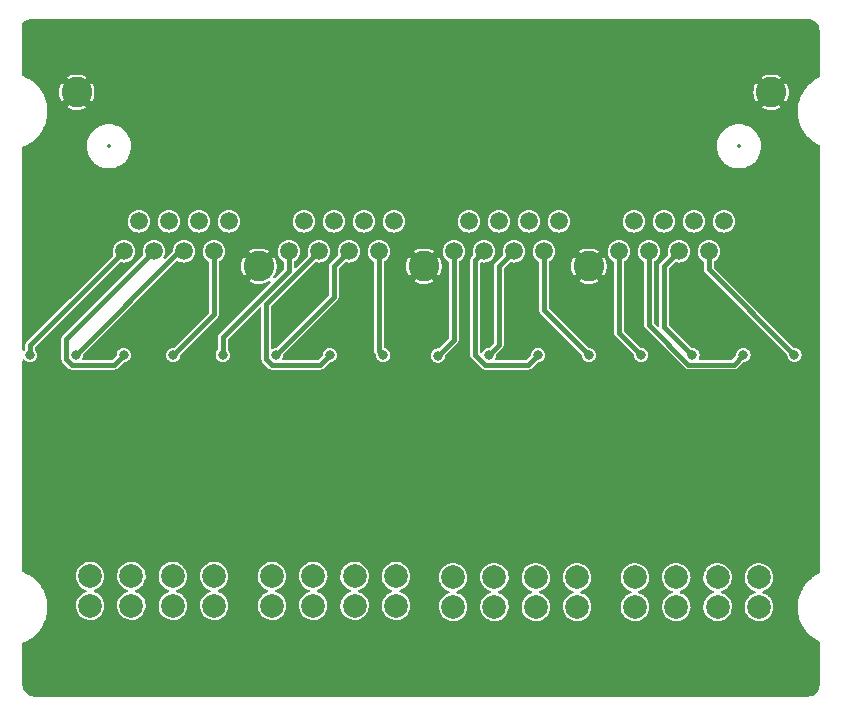
<source format=gbl>
%TF.GenerationSoftware,KiCad,Pcbnew,(6.0.9)*%
%TF.CreationDate,2023-11-10T22:24:20+05:30*%
%TF.ProjectId,RJ45-To-Terminal,524a3435-2d54-46f2-9d54-65726d696e61,2*%
%TF.SameCoordinates,Original*%
%TF.FileFunction,Copper,L2,Bot*%
%TF.FilePolarity,Positive*%
%FSLAX46Y46*%
G04 Gerber Fmt 4.6, Leading zero omitted, Abs format (unit mm)*
G04 Created by KiCad (PCBNEW (6.0.9)) date 2023-11-10 22:24:20*
%MOMM*%
%LPD*%
G01*
G04 APERTURE LIST*
%TA.AperFunction,ComponentPad*%
%ADD10C,2.600000*%
%TD*%
%TA.AperFunction,ComponentPad*%
%ADD11C,1.500000*%
%TD*%
%TA.AperFunction,ComponentPad*%
%ADD12C,2.000000*%
%TD*%
%TA.AperFunction,ViaPad*%
%ADD13C,0.800000*%
%TD*%
%TA.AperFunction,Conductor*%
%ADD14C,0.406400*%
%TD*%
%ADD15C,0.350000*%
G04 APERTURE END LIST*
D10*
%TO.P,RJ45-1,EH,EH*%
%TO.N,GNDPWR*%
X163728400Y-83209400D03*
X149758400Y-83209400D03*
X179158400Y-68479400D03*
X120358400Y-68479400D03*
X135788400Y-83209400D03*
D11*
%TO.P,RJ45-1,D8,D8*%
%TO.N,IN16-*%
X124358400Y-81939400D03*
%TO.P,RJ45-1,D7,D7*%
%TO.N,IN16+*%
X125628400Y-79399400D03*
%TO.P,RJ45-1,D6,D6*%
%TO.N,IN14-*%
X126898400Y-81939400D03*
%TO.P,RJ45-1,D5,D5*%
%TO.N,IN15+*%
X128168400Y-79399400D03*
%TO.P,RJ45-1,D4,D4*%
%TO.N,IN15-*%
X129438400Y-81939400D03*
%TO.P,RJ45-1,D3,D3*%
%TO.N,IN14+*%
X130708400Y-79399400D03*
%TO.P,RJ45-1,D2,D2*%
%TO.N,IN13-*%
X131978400Y-81939400D03*
%TO.P,RJ45-1,D1,D1*%
%TO.N,IN13+*%
X133248400Y-79399400D03*
%TO.P,RJ45-1,C8,C8*%
%TO.N,IN12-*%
X138328400Y-81939400D03*
%TO.P,RJ45-1,C7,C7*%
%TO.N,IN12+*%
X139598400Y-79399400D03*
%TO.P,RJ45-1,C6,C6*%
%TO.N,IN10-*%
X140868400Y-81939400D03*
%TO.P,RJ45-1,C5,C5*%
%TO.N,IN11+*%
X142138400Y-79399400D03*
%TO.P,RJ45-1,C4,C4*%
%TO.N,IN11-*%
X143408400Y-81939400D03*
%TO.P,RJ45-1,C3,C3*%
%TO.N,IN10+*%
X144678400Y-79399400D03*
%TO.P,RJ45-1,C2,C2*%
%TO.N,IN9-*%
X145948400Y-81939400D03*
%TO.P,RJ45-1,C1,C1*%
%TO.N,IN9+*%
X147218400Y-79399400D03*
%TO.P,RJ45-1,B8,B8*%
%TO.N,IN8-*%
X152298400Y-81939400D03*
%TO.P,RJ45-1,B7,B7*%
%TO.N,IN8+*%
X153568400Y-79399400D03*
%TO.P,RJ45-1,B6,B6*%
%TO.N,IN6-*%
X154838400Y-81939400D03*
%TO.P,RJ45-1,B5,B5*%
%TO.N,IN7+*%
X156108400Y-79399400D03*
%TO.P,RJ45-1,B4,B4*%
%TO.N,IN7-*%
X157378400Y-81939400D03*
%TO.P,RJ45-1,B3,B3*%
%TO.N,IN6+*%
X158648400Y-79399400D03*
%TO.P,RJ45-1,B2,B2*%
%TO.N,IN5-*%
X159918400Y-81939400D03*
%TO.P,RJ45-1,B1,B1*%
%TO.N,IN5+*%
X161188400Y-79399400D03*
%TO.P,RJ45-1,A8,A8*%
%TO.N,IN4-*%
X166268400Y-81939400D03*
%TO.P,RJ45-1,A7,A7*%
%TO.N,IN4+*%
X167538400Y-79399400D03*
%TO.P,RJ45-1,A6,A6*%
%TO.N,IN2-*%
X168808400Y-81939400D03*
%TO.P,RJ45-1,A5,A5*%
%TO.N,IN3+*%
X170078400Y-79399400D03*
%TO.P,RJ45-1,A4,A4*%
%TO.N,IN3-*%
X171348400Y-81939400D03*
%TO.P,RJ45-1,A3,A3*%
%TO.N,IN2+*%
X172618400Y-79399400D03*
%TO.P,RJ45-1,A2,A2*%
%TO.N,IN1-*%
X173888400Y-81939400D03*
%TO.P,RJ45-1,A1,A1*%
%TO.N,IN1+*%
X175158400Y-79399400D03*
%TD*%
D12*
%TO.P,J11,8,Pin_8*%
%TO.N,IN13-*%
X131996000Y-111937300D03*
%TO.P,J11,7,Pin_7*%
%TO.N,RC13-*%
X131996000Y-109437300D03*
%TO.P,J11,6,Pin_6*%
%TO.N,IN14-*%
X128496000Y-111937300D03*
%TO.P,J11,5,Pin_5*%
%TO.N,RC14-*%
X128496000Y-109437300D03*
%TO.P,J11,4,Pin_4*%
%TO.N,IN15-*%
X124996000Y-111937300D03*
%TO.P,J11,3,Pin_3*%
%TO.N,RC15-*%
X124996000Y-109437300D03*
%TO.P,J11,2,Pin_2*%
%TO.N,IN16-*%
X121496000Y-111937300D03*
%TO.P,J11,1,Pin_1*%
%TO.N,RC16-*%
X121496000Y-109437300D03*
%TD*%
%TO.P,J12,8,Pin_8*%
%TO.N,IN9-*%
X147388400Y-111937300D03*
%TO.P,J12,7,Pin_7*%
%TO.N,RC9-*%
X147388400Y-109437300D03*
%TO.P,J12,6,Pin_6*%
%TO.N,IN10-*%
X143888400Y-111937300D03*
%TO.P,J12,5,Pin_5*%
%TO.N,RC10-*%
X143888400Y-109437300D03*
%TO.P,J12,4,Pin_4*%
%TO.N,IN11-*%
X140388400Y-111937300D03*
%TO.P,J12,3,Pin_3*%
%TO.N,RC11-*%
X140388400Y-109437300D03*
%TO.P,J12,2,Pin_2*%
%TO.N,IN12-*%
X136888400Y-111937300D03*
%TO.P,J12,1,Pin_1*%
%TO.N,RC12-*%
X136888400Y-109437300D03*
%TD*%
%TO.P,J14,8,Pin_8*%
%TO.N,IN1-*%
X178122400Y-112038900D03*
%TO.P,J14,7,Pin_7*%
%TO.N,RC1-*%
X178122400Y-109538900D03*
%TO.P,J14,6,Pin_6*%
%TO.N,IN2-*%
X174622400Y-112038900D03*
%TO.P,J14,5,Pin_5*%
%TO.N,RC2-*%
X174622400Y-109538900D03*
%TO.P,J14,4,Pin_4*%
%TO.N,IN3-*%
X171122400Y-112038900D03*
%TO.P,J14,3,Pin_3*%
%TO.N,RC3-*%
X171122400Y-109538900D03*
%TO.P,J14,2,Pin_2*%
%TO.N,IN4-*%
X167622400Y-112038900D03*
%TO.P,J14,1,Pin_1*%
%TO.N,RC4-*%
X167622400Y-109538900D03*
%TD*%
%TO.P,J13,8,Pin_8*%
%TO.N,IN5-*%
X162730000Y-112038900D03*
%TO.P,J13,7,Pin_7*%
%TO.N,RC5-*%
X162730000Y-109538900D03*
%TO.P,J13,6,Pin_6*%
%TO.N,IN6-*%
X159230000Y-112038900D03*
%TO.P,J13,5,Pin_5*%
%TO.N,RC6-*%
X159230000Y-109538900D03*
%TO.P,J13,4,Pin_4*%
%TO.N,IN7-*%
X155730000Y-112038900D03*
%TO.P,J13,3,Pin_3*%
%TO.N,RC7-*%
X155730000Y-109538900D03*
%TO.P,J13,2,Pin_2*%
%TO.N,IN8-*%
X152230000Y-112038900D03*
%TO.P,J13,1,Pin_1*%
%TO.N,RC8-*%
X152230000Y-109538900D03*
%TD*%
D13*
%TO.N,IN1-*%
X181134800Y-90721700D03*
%TO.N,IN2-*%
X176808500Y-90721700D03*
%TO.N,IN3-*%
X172490500Y-90721700D03*
%TO.N,IN4-*%
X168149300Y-90721700D03*
%TO.N,IN5-*%
X163727500Y-90721700D03*
%TO.N,IN6-*%
X159417000Y-90721700D03*
%TO.N,IN7-*%
X155249300Y-90721700D03*
%TO.N,IN8-*%
X150942600Y-90763800D03*
%TO.N,IN9-*%
X146313500Y-90721700D03*
%TO.N,IN10-*%
X141784650Y-90721700D03*
%TO.N,IN11-*%
X137210500Y-90721700D03*
%TO.N,IN12-*%
X132724500Y-90721700D03*
%TO.N,IN13-*%
X128533500Y-90721700D03*
%TO.N,IN14-*%
X124342500Y-90721700D03*
%TO.N,IN15-*%
X120278500Y-90721700D03*
%TO.N,IN16-*%
X116401400Y-90721700D03*
%TD*%
D14*
%TO.N,IN16-*%
X116401400Y-89896400D02*
X124358400Y-81939400D01*
X116401400Y-90721700D02*
X116401400Y-89896400D01*
%TO.N,IN3-*%
X170078400Y-83209400D02*
X170078400Y-88309600D01*
X170078400Y-88309600D02*
X172490500Y-90721700D01*
X171348400Y-81939400D02*
X170078400Y-83209400D01*
%TO.N,IN7-*%
X156108400Y-89862600D02*
X155249300Y-90721700D01*
X156108400Y-83209400D02*
X156108400Y-89862600D01*
X157378400Y-81939400D02*
X156108400Y-83209400D01*
%TO.N,IN11-*%
X142138400Y-85793800D02*
X137210500Y-90721700D01*
X142138400Y-83209400D02*
X142138400Y-85793800D01*
X143408400Y-81939400D02*
X142138400Y-83209400D01*
%TO.N,IN15-*%
X129060800Y-81939400D02*
X120278500Y-90721700D01*
X129438400Y-81939400D02*
X129060800Y-81939400D01*
%TO.N,IN14-*%
X123522600Y-91541600D02*
X124342500Y-90721700D01*
X119475300Y-91054397D02*
X119962503Y-91541600D01*
X119962503Y-91541600D02*
X123522600Y-91541600D01*
X119475300Y-89362500D02*
X119475300Y-91054397D01*
X126898400Y-81939400D02*
X119475300Y-89362500D01*
%TO.N,IN13-*%
X131978400Y-81939400D02*
X131978400Y-87276800D01*
X131978400Y-87276800D02*
X128533500Y-90721700D01*
%TO.N,IN12-*%
X132724500Y-89225720D02*
X132724500Y-90721700D01*
X138328400Y-83621820D02*
X132724500Y-89225720D01*
X138328400Y-81939400D02*
X138328400Y-83621820D01*
%TO.N,IN10-*%
X136894503Y-91541600D02*
X140964750Y-91541600D01*
X140964750Y-91541600D02*
X141784650Y-90721700D01*
X136407300Y-91054397D02*
X136894503Y-91541600D01*
X140868400Y-81939400D02*
X136407300Y-86400500D01*
X136407300Y-86400500D02*
X136407300Y-91054397D01*
%TO.N,IN9-*%
X145948400Y-81939400D02*
X145948400Y-90356600D01*
X145948400Y-90356600D02*
X146313500Y-90721700D01*
%TO.N,IN8-*%
X152298400Y-81939400D02*
X152298400Y-89408000D01*
X152298400Y-89408000D02*
X150942600Y-90763800D01*
%TO.N,IN6-*%
X158597100Y-91541600D02*
X159417000Y-90721700D01*
X154933303Y-91541600D02*
X158597100Y-91541600D01*
X154088400Y-82689400D02*
X154088400Y-90696697D01*
X154088400Y-90696697D02*
X154933303Y-91541600D01*
X154838400Y-81939400D02*
X154088400Y-82689400D01*
%TO.N,IN5-*%
X159918400Y-81939400D02*
X159918400Y-86912600D01*
X159918400Y-86912600D02*
X163727500Y-90721700D01*
%TO.N,IN4-*%
X166268400Y-88840800D02*
X168149300Y-90721700D01*
X166268400Y-81939400D02*
X166268400Y-88840800D01*
%TO.N,IN2-*%
X172157803Y-91524900D02*
X176005300Y-91524900D01*
X168808400Y-88175497D02*
X172157803Y-91524900D01*
X176005300Y-91524900D02*
X176808500Y-90721700D01*
X168808400Y-81939400D02*
X168808400Y-88175497D01*
%TO.N,IN1-*%
X173888400Y-83475300D02*
X181134800Y-90721700D01*
X173888400Y-81939400D02*
X173888400Y-83475300D01*
%TD*%
%TA.AperFunction,Conductor*%
%TO.N,GNDPWR*%
G36*
X182273914Y-62274484D02*
G01*
X182454237Y-62292245D01*
X182473573Y-62296092D01*
X182628683Y-62343143D01*
X182642199Y-62347243D01*
X182660419Y-62354790D01*
X182815831Y-62437859D01*
X182832225Y-62448813D01*
X182968450Y-62560609D01*
X182982391Y-62574550D01*
X183094187Y-62710775D01*
X183105141Y-62727169D01*
X183188210Y-62882581D01*
X183195757Y-62900801D01*
X183246908Y-63069425D01*
X183250756Y-63088766D01*
X183268516Y-63269086D01*
X183269000Y-63278947D01*
X183269000Y-67123700D01*
X183249787Y-67182831D01*
X183210401Y-67215113D01*
X183142956Y-67246101D01*
X183142950Y-67246104D01*
X183141000Y-67247000D01*
X183139122Y-67248066D01*
X182956875Y-67351503D01*
X182956861Y-67351512D01*
X182956000Y-67352000D01*
X182955166Y-67352518D01*
X182955157Y-67352523D01*
X182812385Y-67441140D01*
X182812377Y-67441145D01*
X182811000Y-67442000D01*
X182809677Y-67442945D01*
X182740621Y-67492271D01*
X182671000Y-67542000D01*
X182586000Y-67612000D01*
X182441000Y-67737000D01*
X182301000Y-67872000D01*
X182186000Y-67997000D01*
X182041000Y-68177000D01*
X182039817Y-68178752D01*
X182039813Y-68178758D01*
X181936148Y-68332337D01*
X181906000Y-68377000D01*
X181905163Y-68378435D01*
X181839694Y-68490668D01*
X181836000Y-68497000D01*
X181761000Y-68632000D01*
X181676000Y-68812000D01*
X181606000Y-68992000D01*
X181605807Y-68992530D01*
X181605802Y-68992544D01*
X181591127Y-69032900D01*
X181566000Y-69102000D01*
X181565583Y-69103390D01*
X181565581Y-69103396D01*
X181545321Y-69170931D01*
X181536000Y-69202000D01*
X181506000Y-69312000D01*
X181466000Y-69502000D01*
X181451000Y-69607000D01*
X181450944Y-69607465D01*
X181450941Y-69607485D01*
X181431087Y-69771278D01*
X181431084Y-69771311D01*
X181431000Y-69772000D01*
X181421000Y-69882000D01*
X181416000Y-70057000D01*
X181416000Y-70157000D01*
X181426000Y-70312000D01*
X181436000Y-70442000D01*
X181461000Y-70612000D01*
X181491000Y-70752000D01*
X181516000Y-70867000D01*
X181546000Y-70977000D01*
X181546336Y-70978045D01*
X181546343Y-70978069D01*
X181568051Y-71045604D01*
X181591000Y-71117000D01*
X181631000Y-71227000D01*
X181631750Y-71228673D01*
X181631752Y-71228678D01*
X181696000Y-71372000D01*
X181721711Y-71429135D01*
X181741000Y-71472000D01*
X181796000Y-71577000D01*
X181846000Y-71667000D01*
X181886000Y-71732000D01*
X181910304Y-71771770D01*
X181940480Y-71821150D01*
X181940493Y-71821170D01*
X181941000Y-71822000D01*
X181991000Y-71897000D01*
X182031000Y-71952000D01*
X182081000Y-72017000D01*
X182141000Y-72092000D01*
X182221000Y-72187000D01*
X182221971Y-72188028D01*
X182221978Y-72188036D01*
X182305491Y-72276462D01*
X182305522Y-72276493D01*
X182306000Y-72277000D01*
X182411000Y-72382000D01*
X182481000Y-72447000D01*
X182581000Y-72532000D01*
X182581713Y-72532563D01*
X182581718Y-72532567D01*
X182674602Y-72605896D01*
X182676000Y-72607000D01*
X182676980Y-72607700D01*
X182676992Y-72607709D01*
X182745620Y-72656729D01*
X182745645Y-72656747D01*
X182746000Y-72657000D01*
X182841000Y-72722000D01*
X182936000Y-72782000D01*
X182936647Y-72782381D01*
X182936669Y-72782394D01*
X183020454Y-72831679D01*
X183021000Y-72832000D01*
X183021524Y-72832291D01*
X183021564Y-72832314D01*
X183087929Y-72869183D01*
X183111000Y-72882000D01*
X183191000Y-72922000D01*
X183191319Y-72922154D01*
X183191387Y-72922187D01*
X183212041Y-72932131D01*
X183256984Y-72975093D01*
X183269000Y-73022772D01*
X183269000Y-109114106D01*
X183249787Y-109173237D01*
X183210400Y-109205519D01*
X183131000Y-109242000D01*
X183094832Y-109262528D01*
X182946875Y-109346503D01*
X182946861Y-109346512D01*
X182946000Y-109347000D01*
X182945166Y-109347518D01*
X182945157Y-109347523D01*
X182802385Y-109436140D01*
X182802377Y-109436145D01*
X182801000Y-109437000D01*
X182799677Y-109437945D01*
X182662469Y-109535951D01*
X182661000Y-109537000D01*
X182659665Y-109538099D01*
X182659659Y-109538104D01*
X182655103Y-109541856D01*
X182576000Y-109607000D01*
X182431000Y-109732000D01*
X182291000Y-109867000D01*
X182289978Y-109868111D01*
X182289973Y-109868116D01*
X182225723Y-109937953D01*
X182176000Y-109992000D01*
X182174956Y-109993296D01*
X182057475Y-110139135D01*
X182031000Y-110172000D01*
X182029817Y-110173752D01*
X182029813Y-110173758D01*
X181922773Y-110332337D01*
X181896000Y-110372000D01*
X181895163Y-110373435D01*
X181834178Y-110477981D01*
X181826000Y-110492000D01*
X181751000Y-110627000D01*
X181701336Y-110732170D01*
X181677577Y-110782485D01*
X181666000Y-110807000D01*
X181665364Y-110808635D01*
X181665362Y-110808640D01*
X181645311Y-110860201D01*
X181596000Y-110987000D01*
X181595807Y-110987530D01*
X181595802Y-110987544D01*
X181581127Y-111027900D01*
X181556000Y-111097000D01*
X181555583Y-111098390D01*
X181555581Y-111098396D01*
X181535321Y-111165931D01*
X181526000Y-111197000D01*
X181496000Y-111307000D01*
X181495700Y-111308423D01*
X181495698Y-111308433D01*
X181460697Y-111474690D01*
X181456000Y-111497000D01*
X181455769Y-111498617D01*
X181444044Y-111580694D01*
X181441000Y-111602000D01*
X181440944Y-111602465D01*
X181440941Y-111602485D01*
X181421087Y-111766278D01*
X181421084Y-111766311D01*
X181421000Y-111767000D01*
X181411000Y-111877000D01*
X181406000Y-112052000D01*
X181406000Y-112152000D01*
X181406105Y-112153621D01*
X181406105Y-112153634D01*
X181412997Y-112260455D01*
X181416000Y-112307000D01*
X181416021Y-112307269D01*
X181416023Y-112307302D01*
X181418258Y-112336353D01*
X181426000Y-112437000D01*
X181451000Y-112607000D01*
X181451343Y-112608602D01*
X181451344Y-112608606D01*
X181458843Y-112643601D01*
X181481000Y-112747000D01*
X181506000Y-112862000D01*
X181536000Y-112972000D01*
X181536336Y-112973045D01*
X181536343Y-112973069D01*
X181557023Y-113037404D01*
X181581000Y-113112000D01*
X181621000Y-113222000D01*
X181686000Y-113367000D01*
X181731000Y-113467000D01*
X181786000Y-113572000D01*
X181836000Y-113662000D01*
X181876000Y-113727000D01*
X181900304Y-113766770D01*
X181930480Y-113816150D01*
X181930493Y-113816170D01*
X181931000Y-113817000D01*
X181981000Y-113892000D01*
X182021000Y-113947000D01*
X182071000Y-114012000D01*
X182131000Y-114087000D01*
X182211000Y-114182000D01*
X182211971Y-114183028D01*
X182211978Y-114183036D01*
X182295491Y-114271462D01*
X182295522Y-114271493D01*
X182296000Y-114272000D01*
X182401000Y-114377000D01*
X182471000Y-114442000D01*
X182571000Y-114527000D01*
X182571713Y-114527563D01*
X182571718Y-114527567D01*
X182664602Y-114600896D01*
X182666000Y-114602000D01*
X182666980Y-114602700D01*
X182666992Y-114602709D01*
X182735620Y-114651729D01*
X182735645Y-114651747D01*
X182736000Y-114652000D01*
X182831000Y-114717000D01*
X182926000Y-114777000D01*
X182926647Y-114777381D01*
X182926669Y-114777394D01*
X183010454Y-114826679D01*
X183011000Y-114827000D01*
X183011524Y-114827291D01*
X183011564Y-114827314D01*
X183077929Y-114864183D01*
X183101000Y-114877000D01*
X183181000Y-114917000D01*
X183212042Y-114931946D01*
X183256984Y-114974909D01*
X183269000Y-115022587D01*
X183269000Y-118629053D01*
X183268516Y-118638914D01*
X183250756Y-118819234D01*
X183246908Y-118838575D01*
X183195757Y-119007199D01*
X183188210Y-119025419D01*
X183105141Y-119180831D01*
X183094187Y-119197225D01*
X182982393Y-119333448D01*
X182968450Y-119347391D01*
X182832225Y-119459187D01*
X182815831Y-119470141D01*
X182660419Y-119553210D01*
X182642200Y-119560757D01*
X182473573Y-119611908D01*
X182454237Y-119615755D01*
X182277671Y-119633146D01*
X182273914Y-119633516D01*
X182264053Y-119634000D01*
X116773947Y-119634000D01*
X116764086Y-119633516D01*
X116760329Y-119633146D01*
X116583763Y-119615755D01*
X116564427Y-119611908D01*
X116395800Y-119560757D01*
X116377581Y-119553210D01*
X116222169Y-119470141D01*
X116205775Y-119459187D01*
X116069550Y-119347391D01*
X116055607Y-119333448D01*
X115943813Y-119197225D01*
X115932859Y-119180831D01*
X115849790Y-119025419D01*
X115842243Y-119007199D01*
X115791092Y-118838575D01*
X115787244Y-118819234D01*
X115769484Y-118638914D01*
X115769000Y-118629053D01*
X115769000Y-115137746D01*
X115788213Y-115078615D01*
X115829600Y-115045440D01*
X115976000Y-114982000D01*
X115976428Y-114981803D01*
X115976449Y-114981794D01*
X116159044Y-114897899D01*
X116159050Y-114897896D01*
X116161000Y-114897000D01*
X116283780Y-114827314D01*
X116345125Y-114792497D01*
X116345139Y-114792488D01*
X116346000Y-114792000D01*
X116370167Y-114777000D01*
X116489615Y-114702860D01*
X116489623Y-114702855D01*
X116491000Y-114702000D01*
X116561000Y-114652000D01*
X116629596Y-114603003D01*
X116629599Y-114603001D01*
X116631000Y-114602000D01*
X116716000Y-114532000D01*
X116861000Y-114407000D01*
X117001000Y-114272000D01*
X117116000Y-114147000D01*
X117261000Y-113967000D01*
X117274500Y-113947000D01*
X117395073Y-113768374D01*
X117395079Y-113768364D01*
X117396000Y-113767000D01*
X117457583Y-113661429D01*
X117465711Y-113647496D01*
X117465724Y-113647473D01*
X117466000Y-113647000D01*
X117541000Y-113512000D01*
X117626000Y-113332000D01*
X117696000Y-113152000D01*
X117701886Y-113135815D01*
X117735502Y-113043369D01*
X117736000Y-113042000D01*
X117749469Y-112997104D01*
X117765817Y-112942611D01*
X117765823Y-112942590D01*
X117766000Y-112942000D01*
X117796000Y-112832000D01*
X117797009Y-112827211D01*
X117835663Y-112643601D01*
X117835663Y-112643599D01*
X117836000Y-112642000D01*
X117851000Y-112537000D01*
X117851290Y-112534607D01*
X117870913Y-112372722D01*
X117870916Y-112372689D01*
X117871000Y-112372000D01*
X117881000Y-112262000D01*
X117886000Y-112087000D01*
X117886000Y-111987000D01*
X117882985Y-111940256D01*
X117880753Y-111905656D01*
X120287557Y-111905656D01*
X120302026Y-112126407D01*
X120303158Y-112130865D01*
X120303159Y-112130870D01*
X120355345Y-112336353D01*
X120356481Y-112340825D01*
X120449099Y-112541728D01*
X120576778Y-112722390D01*
X120735242Y-112876758D01*
X120919183Y-112999664D01*
X120923419Y-113001484D01*
X120923421Y-113001485D01*
X121118204Y-113085170D01*
X121122443Y-113086991D01*
X121174207Y-113098704D01*
X121333712Y-113134797D01*
X121333715Y-113134797D01*
X121338212Y-113135815D01*
X121469135Y-113140959D01*
X121554658Y-113144319D01*
X121554659Y-113144319D01*
X121559267Y-113144500D01*
X121563824Y-113143839D01*
X121563829Y-113143839D01*
X121668734Y-113128628D01*
X121778202Y-113112756D01*
X121987686Y-113041646D01*
X122180704Y-112933551D01*
X122225084Y-112896641D01*
X122347244Y-112795041D01*
X122350791Y-112792091D01*
X122411897Y-112718619D01*
X122489303Y-112625549D01*
X122489305Y-112625547D01*
X122492251Y-112622004D01*
X122600346Y-112428986D01*
X122671456Y-112219502D01*
X122695849Y-112051267D01*
X122702775Y-112003502D01*
X122702776Y-112003493D01*
X122703200Y-112000567D01*
X122703556Y-111987000D01*
X122704780Y-111940256D01*
X122704780Y-111940249D01*
X122704857Y-111937300D01*
X122701949Y-111905656D01*
X123787557Y-111905656D01*
X123802026Y-112126407D01*
X123803158Y-112130865D01*
X123803159Y-112130870D01*
X123855345Y-112336353D01*
X123856481Y-112340825D01*
X123949099Y-112541728D01*
X124076778Y-112722390D01*
X124235242Y-112876758D01*
X124419183Y-112999664D01*
X124423419Y-113001484D01*
X124423421Y-113001485D01*
X124618204Y-113085170D01*
X124622443Y-113086991D01*
X124674207Y-113098704D01*
X124833712Y-113134797D01*
X124833715Y-113134797D01*
X124838212Y-113135815D01*
X124969135Y-113140959D01*
X125054658Y-113144319D01*
X125054659Y-113144319D01*
X125059267Y-113144500D01*
X125063824Y-113143839D01*
X125063829Y-113143839D01*
X125168734Y-113128628D01*
X125278202Y-113112756D01*
X125487686Y-113041646D01*
X125680704Y-112933551D01*
X125725084Y-112896641D01*
X125847244Y-112795041D01*
X125850791Y-112792091D01*
X125911897Y-112718619D01*
X125989303Y-112625549D01*
X125989305Y-112625547D01*
X125992251Y-112622004D01*
X126100346Y-112428986D01*
X126171456Y-112219502D01*
X126195849Y-112051267D01*
X126202775Y-112003502D01*
X126202776Y-112003493D01*
X126203200Y-112000567D01*
X126203556Y-111987000D01*
X126204780Y-111940256D01*
X126204780Y-111940249D01*
X126204857Y-111937300D01*
X126201949Y-111905656D01*
X127287557Y-111905656D01*
X127302026Y-112126407D01*
X127303158Y-112130865D01*
X127303159Y-112130870D01*
X127355345Y-112336353D01*
X127356481Y-112340825D01*
X127449099Y-112541728D01*
X127576778Y-112722390D01*
X127735242Y-112876758D01*
X127919183Y-112999664D01*
X127923419Y-113001484D01*
X127923421Y-113001485D01*
X128118204Y-113085170D01*
X128122443Y-113086991D01*
X128174207Y-113098704D01*
X128333712Y-113134797D01*
X128333715Y-113134797D01*
X128338212Y-113135815D01*
X128469135Y-113140959D01*
X128554658Y-113144319D01*
X128554659Y-113144319D01*
X128559267Y-113144500D01*
X128563824Y-113143839D01*
X128563829Y-113143839D01*
X128668734Y-113128628D01*
X128778202Y-113112756D01*
X128987686Y-113041646D01*
X129180704Y-112933551D01*
X129225084Y-112896641D01*
X129347244Y-112795041D01*
X129350791Y-112792091D01*
X129411897Y-112718619D01*
X129489303Y-112625549D01*
X129489305Y-112625547D01*
X129492251Y-112622004D01*
X129600346Y-112428986D01*
X129671456Y-112219502D01*
X129695849Y-112051267D01*
X129702775Y-112003502D01*
X129702776Y-112003493D01*
X129703200Y-112000567D01*
X129703556Y-111987000D01*
X129704780Y-111940256D01*
X129704780Y-111940249D01*
X129704857Y-111937300D01*
X129701949Y-111905656D01*
X130787557Y-111905656D01*
X130802026Y-112126407D01*
X130803158Y-112130865D01*
X130803159Y-112130870D01*
X130855345Y-112336353D01*
X130856481Y-112340825D01*
X130949099Y-112541728D01*
X131076778Y-112722390D01*
X131235242Y-112876758D01*
X131419183Y-112999664D01*
X131423419Y-113001484D01*
X131423421Y-113001485D01*
X131618204Y-113085170D01*
X131622443Y-113086991D01*
X131674207Y-113098704D01*
X131833712Y-113134797D01*
X131833715Y-113134797D01*
X131838212Y-113135815D01*
X131969135Y-113140959D01*
X132054658Y-113144319D01*
X132054659Y-113144319D01*
X132059267Y-113144500D01*
X132063824Y-113143839D01*
X132063829Y-113143839D01*
X132168734Y-113128628D01*
X132278202Y-113112756D01*
X132487686Y-113041646D01*
X132680704Y-112933551D01*
X132725084Y-112896641D01*
X132847244Y-112795041D01*
X132850791Y-112792091D01*
X132911897Y-112718619D01*
X132989303Y-112625549D01*
X132989305Y-112625547D01*
X132992251Y-112622004D01*
X133100346Y-112428986D01*
X133171456Y-112219502D01*
X133195849Y-112051267D01*
X133202775Y-112003502D01*
X133202776Y-112003493D01*
X133203200Y-112000567D01*
X133203556Y-111987000D01*
X133204780Y-111940256D01*
X133204780Y-111940249D01*
X133204857Y-111937300D01*
X133201949Y-111905656D01*
X135679957Y-111905656D01*
X135694426Y-112126407D01*
X135695558Y-112130865D01*
X135695559Y-112130870D01*
X135747745Y-112336353D01*
X135748881Y-112340825D01*
X135841499Y-112541728D01*
X135969178Y-112722390D01*
X136127642Y-112876758D01*
X136311583Y-112999664D01*
X136315819Y-113001484D01*
X136315821Y-113001485D01*
X136510604Y-113085170D01*
X136514843Y-113086991D01*
X136566607Y-113098704D01*
X136726112Y-113134797D01*
X136726115Y-113134797D01*
X136730612Y-113135815D01*
X136861535Y-113140959D01*
X136947058Y-113144319D01*
X136947059Y-113144319D01*
X136951667Y-113144500D01*
X136956224Y-113143839D01*
X136956229Y-113143839D01*
X137061134Y-113128628D01*
X137170602Y-113112756D01*
X137380086Y-113041646D01*
X137573104Y-112933551D01*
X137617484Y-112896641D01*
X137739644Y-112795041D01*
X137743191Y-112792091D01*
X137804297Y-112718619D01*
X137881703Y-112625549D01*
X137881705Y-112625547D01*
X137884651Y-112622004D01*
X137992746Y-112428986D01*
X138063856Y-112219502D01*
X138088249Y-112051267D01*
X138095175Y-112003502D01*
X138095176Y-112003493D01*
X138095600Y-112000567D01*
X138095956Y-111987000D01*
X138097180Y-111940256D01*
X138097180Y-111940249D01*
X138097257Y-111937300D01*
X138094349Y-111905656D01*
X139179957Y-111905656D01*
X139194426Y-112126407D01*
X139195558Y-112130865D01*
X139195559Y-112130870D01*
X139247745Y-112336353D01*
X139248881Y-112340825D01*
X139341499Y-112541728D01*
X139469178Y-112722390D01*
X139627642Y-112876758D01*
X139811583Y-112999664D01*
X139815819Y-113001484D01*
X139815821Y-113001485D01*
X140010604Y-113085170D01*
X140014843Y-113086991D01*
X140066607Y-113098704D01*
X140226112Y-113134797D01*
X140226115Y-113134797D01*
X140230612Y-113135815D01*
X140361535Y-113140959D01*
X140447058Y-113144319D01*
X140447059Y-113144319D01*
X140451667Y-113144500D01*
X140456224Y-113143839D01*
X140456229Y-113143839D01*
X140561134Y-113128628D01*
X140670602Y-113112756D01*
X140880086Y-113041646D01*
X141073104Y-112933551D01*
X141117484Y-112896641D01*
X141239644Y-112795041D01*
X141243191Y-112792091D01*
X141304297Y-112718619D01*
X141381703Y-112625549D01*
X141381705Y-112625547D01*
X141384651Y-112622004D01*
X141492746Y-112428986D01*
X141563856Y-112219502D01*
X141588249Y-112051267D01*
X141595175Y-112003502D01*
X141595176Y-112003493D01*
X141595600Y-112000567D01*
X141595956Y-111987000D01*
X141597180Y-111940256D01*
X141597180Y-111940249D01*
X141597257Y-111937300D01*
X141594349Y-111905656D01*
X142679957Y-111905656D01*
X142694426Y-112126407D01*
X142695558Y-112130865D01*
X142695559Y-112130870D01*
X142747745Y-112336353D01*
X142748881Y-112340825D01*
X142841499Y-112541728D01*
X142969178Y-112722390D01*
X143127642Y-112876758D01*
X143311583Y-112999664D01*
X143315819Y-113001484D01*
X143315821Y-113001485D01*
X143510604Y-113085170D01*
X143514843Y-113086991D01*
X143566607Y-113098704D01*
X143726112Y-113134797D01*
X143726115Y-113134797D01*
X143730612Y-113135815D01*
X143861535Y-113140959D01*
X143947058Y-113144319D01*
X143947059Y-113144319D01*
X143951667Y-113144500D01*
X143956224Y-113143839D01*
X143956229Y-113143839D01*
X144061134Y-113128628D01*
X144170602Y-113112756D01*
X144380086Y-113041646D01*
X144573104Y-112933551D01*
X144617484Y-112896641D01*
X144739644Y-112795041D01*
X144743191Y-112792091D01*
X144804297Y-112718619D01*
X144881703Y-112625549D01*
X144881705Y-112625547D01*
X144884651Y-112622004D01*
X144992746Y-112428986D01*
X145063856Y-112219502D01*
X145088249Y-112051267D01*
X145095175Y-112003502D01*
X145095176Y-112003493D01*
X145095600Y-112000567D01*
X145095956Y-111987000D01*
X145097180Y-111940256D01*
X145097180Y-111940249D01*
X145097257Y-111937300D01*
X145094349Y-111905656D01*
X146179957Y-111905656D01*
X146194426Y-112126407D01*
X146195558Y-112130865D01*
X146195559Y-112130870D01*
X146247745Y-112336353D01*
X146248881Y-112340825D01*
X146341499Y-112541728D01*
X146469178Y-112722390D01*
X146627642Y-112876758D01*
X146811583Y-112999664D01*
X146815819Y-113001484D01*
X146815821Y-113001485D01*
X147010604Y-113085170D01*
X147014843Y-113086991D01*
X147066607Y-113098704D01*
X147226112Y-113134797D01*
X147226115Y-113134797D01*
X147230612Y-113135815D01*
X147361535Y-113140959D01*
X147447058Y-113144319D01*
X147447059Y-113144319D01*
X147451667Y-113144500D01*
X147456224Y-113143839D01*
X147456229Y-113143839D01*
X147561134Y-113128628D01*
X147670602Y-113112756D01*
X147880086Y-113041646D01*
X148073104Y-112933551D01*
X148117484Y-112896641D01*
X148239644Y-112795041D01*
X148243191Y-112792091D01*
X148304297Y-112718619D01*
X148381703Y-112625549D01*
X148381705Y-112625547D01*
X148384651Y-112622004D01*
X148492746Y-112428986D01*
X148563856Y-112219502D01*
X148588249Y-112051267D01*
X148594631Y-112007256D01*
X151021557Y-112007256D01*
X151036026Y-112228007D01*
X151037158Y-112232465D01*
X151037159Y-112232470D01*
X151085960Y-112424623D01*
X151090481Y-112442425D01*
X151183099Y-112643328D01*
X151310778Y-112823990D01*
X151469242Y-112978358D01*
X151653183Y-113101264D01*
X151657419Y-113103084D01*
X151657421Y-113103085D01*
X151852204Y-113186770D01*
X151856443Y-113188591D01*
X151963757Y-113212874D01*
X152067712Y-113236397D01*
X152067715Y-113236397D01*
X152072212Y-113237415D01*
X152203135Y-113242559D01*
X152288658Y-113245919D01*
X152288659Y-113245919D01*
X152293267Y-113246100D01*
X152297824Y-113245439D01*
X152297829Y-113245439D01*
X152402734Y-113230228D01*
X152512202Y-113214356D01*
X152721686Y-113143246D01*
X152914704Y-113035151D01*
X152957373Y-112999664D01*
X153081244Y-112896641D01*
X153084791Y-112893691D01*
X153145897Y-112820219D01*
X153223303Y-112727149D01*
X153223305Y-112727147D01*
X153226251Y-112723604D01*
X153334346Y-112530586D01*
X153405456Y-112321102D01*
X153429975Y-112152000D01*
X153436775Y-112105102D01*
X153436776Y-112105093D01*
X153437200Y-112102167D01*
X153437598Y-112087000D01*
X153438780Y-112041856D01*
X153438780Y-112041849D01*
X153438857Y-112038900D01*
X153435949Y-112007256D01*
X154521557Y-112007256D01*
X154536026Y-112228007D01*
X154537158Y-112232465D01*
X154537159Y-112232470D01*
X154585960Y-112424623D01*
X154590481Y-112442425D01*
X154683099Y-112643328D01*
X154810778Y-112823990D01*
X154969242Y-112978358D01*
X155153183Y-113101264D01*
X155157419Y-113103084D01*
X155157421Y-113103085D01*
X155352204Y-113186770D01*
X155356443Y-113188591D01*
X155463757Y-113212874D01*
X155567712Y-113236397D01*
X155567715Y-113236397D01*
X155572212Y-113237415D01*
X155703135Y-113242559D01*
X155788658Y-113245919D01*
X155788659Y-113245919D01*
X155793267Y-113246100D01*
X155797824Y-113245439D01*
X155797829Y-113245439D01*
X155902734Y-113230228D01*
X156012202Y-113214356D01*
X156221686Y-113143246D01*
X156414704Y-113035151D01*
X156457373Y-112999664D01*
X156581244Y-112896641D01*
X156584791Y-112893691D01*
X156645897Y-112820219D01*
X156723303Y-112727149D01*
X156723305Y-112727147D01*
X156726251Y-112723604D01*
X156834346Y-112530586D01*
X156905456Y-112321102D01*
X156929975Y-112152000D01*
X156936775Y-112105102D01*
X156936776Y-112105093D01*
X156937200Y-112102167D01*
X156937598Y-112087000D01*
X156938780Y-112041856D01*
X156938780Y-112041849D01*
X156938857Y-112038900D01*
X156935949Y-112007256D01*
X158021557Y-112007256D01*
X158036026Y-112228007D01*
X158037158Y-112232465D01*
X158037159Y-112232470D01*
X158085960Y-112424623D01*
X158090481Y-112442425D01*
X158183099Y-112643328D01*
X158310778Y-112823990D01*
X158469242Y-112978358D01*
X158653183Y-113101264D01*
X158657419Y-113103084D01*
X158657421Y-113103085D01*
X158852204Y-113186770D01*
X158856443Y-113188591D01*
X158963757Y-113212874D01*
X159067712Y-113236397D01*
X159067715Y-113236397D01*
X159072212Y-113237415D01*
X159203135Y-113242559D01*
X159288658Y-113245919D01*
X159288659Y-113245919D01*
X159293267Y-113246100D01*
X159297824Y-113245439D01*
X159297829Y-113245439D01*
X159402734Y-113230228D01*
X159512202Y-113214356D01*
X159721686Y-113143246D01*
X159914704Y-113035151D01*
X159957373Y-112999664D01*
X160081244Y-112896641D01*
X160084791Y-112893691D01*
X160145897Y-112820219D01*
X160223303Y-112727149D01*
X160223305Y-112727147D01*
X160226251Y-112723604D01*
X160334346Y-112530586D01*
X160405456Y-112321102D01*
X160429975Y-112152000D01*
X160436775Y-112105102D01*
X160436776Y-112105093D01*
X160437200Y-112102167D01*
X160437598Y-112087000D01*
X160438780Y-112041856D01*
X160438780Y-112041849D01*
X160438857Y-112038900D01*
X160435949Y-112007256D01*
X161521557Y-112007256D01*
X161536026Y-112228007D01*
X161537158Y-112232465D01*
X161537159Y-112232470D01*
X161585960Y-112424623D01*
X161590481Y-112442425D01*
X161683099Y-112643328D01*
X161810778Y-112823990D01*
X161969242Y-112978358D01*
X162153183Y-113101264D01*
X162157419Y-113103084D01*
X162157421Y-113103085D01*
X162352204Y-113186770D01*
X162356443Y-113188591D01*
X162463757Y-113212874D01*
X162567712Y-113236397D01*
X162567715Y-113236397D01*
X162572212Y-113237415D01*
X162703135Y-113242559D01*
X162788658Y-113245919D01*
X162788659Y-113245919D01*
X162793267Y-113246100D01*
X162797824Y-113245439D01*
X162797829Y-113245439D01*
X162902734Y-113230228D01*
X163012202Y-113214356D01*
X163221686Y-113143246D01*
X163414704Y-113035151D01*
X163457373Y-112999664D01*
X163581244Y-112896641D01*
X163584791Y-112893691D01*
X163645897Y-112820219D01*
X163723303Y-112727149D01*
X163723305Y-112727147D01*
X163726251Y-112723604D01*
X163834346Y-112530586D01*
X163905456Y-112321102D01*
X163929975Y-112152000D01*
X163936775Y-112105102D01*
X163936776Y-112105093D01*
X163937200Y-112102167D01*
X163937598Y-112087000D01*
X163938780Y-112041856D01*
X163938780Y-112041849D01*
X163938857Y-112038900D01*
X163935949Y-112007256D01*
X166413957Y-112007256D01*
X166428426Y-112228007D01*
X166429558Y-112232465D01*
X166429559Y-112232470D01*
X166478360Y-112424623D01*
X166482881Y-112442425D01*
X166575499Y-112643328D01*
X166703178Y-112823990D01*
X166861642Y-112978358D01*
X167045583Y-113101264D01*
X167049819Y-113103084D01*
X167049821Y-113103085D01*
X167244604Y-113186770D01*
X167248843Y-113188591D01*
X167356157Y-113212874D01*
X167460112Y-113236397D01*
X167460115Y-113236397D01*
X167464612Y-113237415D01*
X167595535Y-113242559D01*
X167681058Y-113245919D01*
X167681059Y-113245919D01*
X167685667Y-113246100D01*
X167690224Y-113245439D01*
X167690229Y-113245439D01*
X167795134Y-113230228D01*
X167904602Y-113214356D01*
X168114086Y-113143246D01*
X168307104Y-113035151D01*
X168349773Y-112999664D01*
X168473644Y-112896641D01*
X168477191Y-112893691D01*
X168538297Y-112820219D01*
X168615703Y-112727149D01*
X168615705Y-112727147D01*
X168618651Y-112723604D01*
X168726746Y-112530586D01*
X168797856Y-112321102D01*
X168822375Y-112152000D01*
X168829175Y-112105102D01*
X168829176Y-112105093D01*
X168829600Y-112102167D01*
X168829998Y-112087000D01*
X168831180Y-112041856D01*
X168831180Y-112041849D01*
X168831257Y-112038900D01*
X168828349Y-112007256D01*
X169913957Y-112007256D01*
X169928426Y-112228007D01*
X169929558Y-112232465D01*
X169929559Y-112232470D01*
X169978360Y-112424623D01*
X169982881Y-112442425D01*
X170075499Y-112643328D01*
X170203178Y-112823990D01*
X170361642Y-112978358D01*
X170545583Y-113101264D01*
X170549819Y-113103084D01*
X170549821Y-113103085D01*
X170744604Y-113186770D01*
X170748843Y-113188591D01*
X170856157Y-113212874D01*
X170960112Y-113236397D01*
X170960115Y-113236397D01*
X170964612Y-113237415D01*
X171095535Y-113242559D01*
X171181058Y-113245919D01*
X171181059Y-113245919D01*
X171185667Y-113246100D01*
X171190224Y-113245439D01*
X171190229Y-113245439D01*
X171295134Y-113230228D01*
X171404602Y-113214356D01*
X171614086Y-113143246D01*
X171807104Y-113035151D01*
X171849773Y-112999664D01*
X171973644Y-112896641D01*
X171977191Y-112893691D01*
X172038297Y-112820219D01*
X172115703Y-112727149D01*
X172115705Y-112727147D01*
X172118651Y-112723604D01*
X172226746Y-112530586D01*
X172297856Y-112321102D01*
X172322375Y-112152000D01*
X172329175Y-112105102D01*
X172329176Y-112105093D01*
X172329600Y-112102167D01*
X172329998Y-112087000D01*
X172331180Y-112041856D01*
X172331180Y-112041849D01*
X172331257Y-112038900D01*
X172328349Y-112007256D01*
X173413957Y-112007256D01*
X173428426Y-112228007D01*
X173429558Y-112232465D01*
X173429559Y-112232470D01*
X173478360Y-112424623D01*
X173482881Y-112442425D01*
X173575499Y-112643328D01*
X173703178Y-112823990D01*
X173861642Y-112978358D01*
X174045583Y-113101264D01*
X174049819Y-113103084D01*
X174049821Y-113103085D01*
X174244604Y-113186770D01*
X174248843Y-113188591D01*
X174356157Y-113212874D01*
X174460112Y-113236397D01*
X174460115Y-113236397D01*
X174464612Y-113237415D01*
X174595535Y-113242559D01*
X174681058Y-113245919D01*
X174681059Y-113245919D01*
X174685667Y-113246100D01*
X174690224Y-113245439D01*
X174690229Y-113245439D01*
X174795134Y-113230228D01*
X174904602Y-113214356D01*
X175114086Y-113143246D01*
X175307104Y-113035151D01*
X175349773Y-112999664D01*
X175473644Y-112896641D01*
X175477191Y-112893691D01*
X175538297Y-112820219D01*
X175615703Y-112727149D01*
X175615705Y-112727147D01*
X175618651Y-112723604D01*
X175726746Y-112530586D01*
X175797856Y-112321102D01*
X175822375Y-112152000D01*
X175829175Y-112105102D01*
X175829176Y-112105093D01*
X175829600Y-112102167D01*
X175829998Y-112087000D01*
X175831180Y-112041856D01*
X175831180Y-112041849D01*
X175831257Y-112038900D01*
X175828349Y-112007256D01*
X176913957Y-112007256D01*
X176928426Y-112228007D01*
X176929558Y-112232465D01*
X176929559Y-112232470D01*
X176978360Y-112424623D01*
X176982881Y-112442425D01*
X177075499Y-112643328D01*
X177203178Y-112823990D01*
X177361642Y-112978358D01*
X177545583Y-113101264D01*
X177549819Y-113103084D01*
X177549821Y-113103085D01*
X177744604Y-113186770D01*
X177748843Y-113188591D01*
X177856157Y-113212874D01*
X177960112Y-113236397D01*
X177960115Y-113236397D01*
X177964612Y-113237415D01*
X178095535Y-113242559D01*
X178181058Y-113245919D01*
X178181059Y-113245919D01*
X178185667Y-113246100D01*
X178190224Y-113245439D01*
X178190229Y-113245439D01*
X178295134Y-113230228D01*
X178404602Y-113214356D01*
X178614086Y-113143246D01*
X178807104Y-113035151D01*
X178849773Y-112999664D01*
X178973644Y-112896641D01*
X178977191Y-112893691D01*
X179038297Y-112820219D01*
X179115703Y-112727149D01*
X179115705Y-112727147D01*
X179118651Y-112723604D01*
X179226746Y-112530586D01*
X179297856Y-112321102D01*
X179322375Y-112152000D01*
X179329175Y-112105102D01*
X179329176Y-112105093D01*
X179329600Y-112102167D01*
X179329998Y-112087000D01*
X179331180Y-112041856D01*
X179331180Y-112041849D01*
X179331257Y-112038900D01*
X179322193Y-111940256D01*
X179311437Y-111823191D01*
X179311436Y-111823186D01*
X179311015Y-111818603D01*
X179250965Y-111605684D01*
X179238641Y-111580694D01*
X179155163Y-111411416D01*
X179155161Y-111411413D01*
X179153120Y-111407274D01*
X179020756Y-111230017D01*
X179017369Y-111226886D01*
X178861693Y-111082979D01*
X178861687Y-111082974D01*
X178858306Y-111079849D01*
X178854401Y-111077385D01*
X178675119Y-110964267D01*
X178675116Y-110964265D01*
X178671210Y-110961801D01*
X178558916Y-110917000D01*
X178466821Y-110880257D01*
X178419019Y-110840500D01*
X178403714Y-110780239D01*
X178426754Y-110722491D01*
X178471761Y-110691559D01*
X178614086Y-110643246D01*
X178807104Y-110535151D01*
X178845405Y-110503297D01*
X178973644Y-110396641D01*
X178977191Y-110393691D01*
X178996374Y-110370626D01*
X179115703Y-110227149D01*
X179115705Y-110227147D01*
X179118651Y-110223604D01*
X179226746Y-110030586D01*
X179297856Y-109821102D01*
X179315850Y-109697000D01*
X179329175Y-109605102D01*
X179329176Y-109605093D01*
X179329600Y-109602167D01*
X179331257Y-109538900D01*
X179326488Y-109487000D01*
X179311437Y-109323191D01*
X179311436Y-109323186D01*
X179311015Y-109318603D01*
X179250965Y-109105684D01*
X179244217Y-109092000D01*
X179155163Y-108911416D01*
X179155161Y-108911413D01*
X179153120Y-108907274D01*
X179020756Y-108730017D01*
X179017369Y-108726886D01*
X178861693Y-108582979D01*
X178861687Y-108582974D01*
X178858306Y-108579849D01*
X178854401Y-108577385D01*
X178675119Y-108464267D01*
X178675116Y-108464265D01*
X178671210Y-108461801D01*
X178465734Y-108379824D01*
X178248760Y-108336665D01*
X178138157Y-108335217D01*
X178032168Y-108333830D01*
X178032164Y-108333830D01*
X178027554Y-108333770D01*
X178023010Y-108334551D01*
X178023008Y-108334551D01*
X177859382Y-108362667D01*
X177809525Y-108371234D01*
X177805201Y-108372829D01*
X177805198Y-108372830D01*
X177606305Y-108446205D01*
X177606303Y-108446206D01*
X177601974Y-108447803D01*
X177574301Y-108464267D01*
X177415816Y-108558555D01*
X177415811Y-108558559D01*
X177411852Y-108560914D01*
X177408386Y-108563953D01*
X177408384Y-108563955D01*
X177248993Y-108703737D01*
X177248990Y-108703740D01*
X177245526Y-108706778D01*
X177108567Y-108880509D01*
X177005562Y-109076290D01*
X176939959Y-109287564D01*
X176931196Y-109361606D01*
X176914749Y-109500567D01*
X176913957Y-109507256D01*
X176928426Y-109728007D01*
X176929558Y-109732465D01*
X176929559Y-109732470D01*
X176963862Y-109867538D01*
X176982881Y-109942425D01*
X177075499Y-110143328D01*
X177203178Y-110323990D01*
X177361642Y-110478358D01*
X177545583Y-110601264D01*
X177549819Y-110603084D01*
X177549821Y-110603085D01*
X177744604Y-110686770D01*
X177748843Y-110688591D01*
X177762071Y-110691584D01*
X177815503Y-110723371D01*
X177840048Y-110780495D01*
X177826328Y-110841136D01*
X177774689Y-110884085D01*
X177606305Y-110946205D01*
X177606303Y-110946206D01*
X177601974Y-110947803D01*
X177574301Y-110964267D01*
X177415816Y-111058555D01*
X177415811Y-111058559D01*
X177411852Y-111060914D01*
X177408386Y-111063953D01*
X177408384Y-111063955D01*
X177248993Y-111203737D01*
X177248990Y-111203740D01*
X177245526Y-111206778D01*
X177108567Y-111380509D01*
X177005562Y-111576290D01*
X176963246Y-111712569D01*
X176946569Y-111766278D01*
X176939959Y-111787564D01*
X176934700Y-111832000D01*
X176914749Y-112000567D01*
X176913957Y-112007256D01*
X175828349Y-112007256D01*
X175822193Y-111940256D01*
X175811437Y-111823191D01*
X175811436Y-111823186D01*
X175811015Y-111818603D01*
X175750965Y-111605684D01*
X175738641Y-111580694D01*
X175655163Y-111411416D01*
X175655161Y-111411413D01*
X175653120Y-111407274D01*
X175520756Y-111230017D01*
X175517369Y-111226886D01*
X175361693Y-111082979D01*
X175361687Y-111082974D01*
X175358306Y-111079849D01*
X175354401Y-111077385D01*
X175175119Y-110964267D01*
X175175116Y-110964265D01*
X175171210Y-110961801D01*
X175058916Y-110917000D01*
X174966821Y-110880257D01*
X174919019Y-110840500D01*
X174903714Y-110780239D01*
X174926754Y-110722491D01*
X174971761Y-110691559D01*
X175114086Y-110643246D01*
X175307104Y-110535151D01*
X175345405Y-110503297D01*
X175473644Y-110396641D01*
X175477191Y-110393691D01*
X175496374Y-110370626D01*
X175615703Y-110227149D01*
X175615705Y-110227147D01*
X175618651Y-110223604D01*
X175726746Y-110030586D01*
X175797856Y-109821102D01*
X175815850Y-109697000D01*
X175829175Y-109605102D01*
X175829176Y-109605093D01*
X175829600Y-109602167D01*
X175831257Y-109538900D01*
X175826488Y-109487000D01*
X175811437Y-109323191D01*
X175811436Y-109323186D01*
X175811015Y-109318603D01*
X175750965Y-109105684D01*
X175744217Y-109092000D01*
X175655163Y-108911416D01*
X175655161Y-108911413D01*
X175653120Y-108907274D01*
X175520756Y-108730017D01*
X175517369Y-108726886D01*
X175361693Y-108582979D01*
X175361687Y-108582974D01*
X175358306Y-108579849D01*
X175354401Y-108577385D01*
X175175119Y-108464267D01*
X175175116Y-108464265D01*
X175171210Y-108461801D01*
X174965734Y-108379824D01*
X174748760Y-108336665D01*
X174638157Y-108335217D01*
X174532168Y-108333830D01*
X174532164Y-108333830D01*
X174527554Y-108333770D01*
X174523010Y-108334551D01*
X174523008Y-108334551D01*
X174359382Y-108362667D01*
X174309525Y-108371234D01*
X174305201Y-108372829D01*
X174305198Y-108372830D01*
X174106305Y-108446205D01*
X174106303Y-108446206D01*
X174101974Y-108447803D01*
X174074301Y-108464267D01*
X173915816Y-108558555D01*
X173915811Y-108558559D01*
X173911852Y-108560914D01*
X173908386Y-108563953D01*
X173908384Y-108563955D01*
X173748993Y-108703737D01*
X173748990Y-108703740D01*
X173745526Y-108706778D01*
X173608567Y-108880509D01*
X173505562Y-109076290D01*
X173439959Y-109287564D01*
X173431196Y-109361606D01*
X173414749Y-109500567D01*
X173413957Y-109507256D01*
X173428426Y-109728007D01*
X173429558Y-109732465D01*
X173429559Y-109732470D01*
X173463862Y-109867538D01*
X173482881Y-109942425D01*
X173575499Y-110143328D01*
X173703178Y-110323990D01*
X173861642Y-110478358D01*
X174045583Y-110601264D01*
X174049819Y-110603084D01*
X174049821Y-110603085D01*
X174244604Y-110686770D01*
X174248843Y-110688591D01*
X174262071Y-110691584D01*
X174315503Y-110723371D01*
X174340048Y-110780495D01*
X174326328Y-110841136D01*
X174274689Y-110884085D01*
X174106305Y-110946205D01*
X174106303Y-110946206D01*
X174101974Y-110947803D01*
X174074301Y-110964267D01*
X173915816Y-111058555D01*
X173915811Y-111058559D01*
X173911852Y-111060914D01*
X173908386Y-111063953D01*
X173908384Y-111063955D01*
X173748993Y-111203737D01*
X173748990Y-111203740D01*
X173745526Y-111206778D01*
X173608567Y-111380509D01*
X173505562Y-111576290D01*
X173463246Y-111712569D01*
X173446569Y-111766278D01*
X173439959Y-111787564D01*
X173434700Y-111832000D01*
X173414749Y-112000567D01*
X173413957Y-112007256D01*
X172328349Y-112007256D01*
X172322193Y-111940256D01*
X172311437Y-111823191D01*
X172311436Y-111823186D01*
X172311015Y-111818603D01*
X172250965Y-111605684D01*
X172238641Y-111580694D01*
X172155163Y-111411416D01*
X172155161Y-111411413D01*
X172153120Y-111407274D01*
X172020756Y-111230017D01*
X172017369Y-111226886D01*
X171861693Y-111082979D01*
X171861687Y-111082974D01*
X171858306Y-111079849D01*
X171854401Y-111077385D01*
X171675119Y-110964267D01*
X171675116Y-110964265D01*
X171671210Y-110961801D01*
X171558916Y-110917000D01*
X171466821Y-110880257D01*
X171419019Y-110840500D01*
X171403714Y-110780239D01*
X171426754Y-110722491D01*
X171471761Y-110691559D01*
X171614086Y-110643246D01*
X171807104Y-110535151D01*
X171845405Y-110503297D01*
X171973644Y-110396641D01*
X171977191Y-110393691D01*
X171996374Y-110370626D01*
X172115703Y-110227149D01*
X172115705Y-110227147D01*
X172118651Y-110223604D01*
X172226746Y-110030586D01*
X172297856Y-109821102D01*
X172315850Y-109697000D01*
X172329175Y-109605102D01*
X172329176Y-109605093D01*
X172329600Y-109602167D01*
X172331257Y-109538900D01*
X172326488Y-109487000D01*
X172311437Y-109323191D01*
X172311436Y-109323186D01*
X172311015Y-109318603D01*
X172250965Y-109105684D01*
X172244217Y-109092000D01*
X172155163Y-108911416D01*
X172155161Y-108911413D01*
X172153120Y-108907274D01*
X172020756Y-108730017D01*
X172017369Y-108726886D01*
X171861693Y-108582979D01*
X171861687Y-108582974D01*
X171858306Y-108579849D01*
X171854401Y-108577385D01*
X171675119Y-108464267D01*
X171675116Y-108464265D01*
X171671210Y-108461801D01*
X171465734Y-108379824D01*
X171248760Y-108336665D01*
X171138157Y-108335217D01*
X171032168Y-108333830D01*
X171032164Y-108333830D01*
X171027554Y-108333770D01*
X171023010Y-108334551D01*
X171023008Y-108334551D01*
X170859382Y-108362667D01*
X170809525Y-108371234D01*
X170805201Y-108372829D01*
X170805198Y-108372830D01*
X170606305Y-108446205D01*
X170606303Y-108446206D01*
X170601974Y-108447803D01*
X170574301Y-108464267D01*
X170415816Y-108558555D01*
X170415811Y-108558559D01*
X170411852Y-108560914D01*
X170408386Y-108563953D01*
X170408384Y-108563955D01*
X170248993Y-108703737D01*
X170248990Y-108703740D01*
X170245526Y-108706778D01*
X170108567Y-108880509D01*
X170005562Y-109076290D01*
X169939959Y-109287564D01*
X169931196Y-109361606D01*
X169914749Y-109500567D01*
X169913957Y-109507256D01*
X169928426Y-109728007D01*
X169929558Y-109732465D01*
X169929559Y-109732470D01*
X169963862Y-109867538D01*
X169982881Y-109942425D01*
X170075499Y-110143328D01*
X170203178Y-110323990D01*
X170361642Y-110478358D01*
X170545583Y-110601264D01*
X170549819Y-110603084D01*
X170549821Y-110603085D01*
X170744604Y-110686770D01*
X170748843Y-110688591D01*
X170762071Y-110691584D01*
X170815503Y-110723371D01*
X170840048Y-110780495D01*
X170826328Y-110841136D01*
X170774689Y-110884085D01*
X170606305Y-110946205D01*
X170606303Y-110946206D01*
X170601974Y-110947803D01*
X170574301Y-110964267D01*
X170415816Y-111058555D01*
X170415811Y-111058559D01*
X170411852Y-111060914D01*
X170408386Y-111063953D01*
X170408384Y-111063955D01*
X170248993Y-111203737D01*
X170248990Y-111203740D01*
X170245526Y-111206778D01*
X170108567Y-111380509D01*
X170005562Y-111576290D01*
X169963246Y-111712569D01*
X169946569Y-111766278D01*
X169939959Y-111787564D01*
X169934700Y-111832000D01*
X169914749Y-112000567D01*
X169913957Y-112007256D01*
X168828349Y-112007256D01*
X168822193Y-111940256D01*
X168811437Y-111823191D01*
X168811436Y-111823186D01*
X168811015Y-111818603D01*
X168750965Y-111605684D01*
X168738641Y-111580694D01*
X168655163Y-111411416D01*
X168655161Y-111411413D01*
X168653120Y-111407274D01*
X168520756Y-111230017D01*
X168517369Y-111226886D01*
X168361693Y-111082979D01*
X168361687Y-111082974D01*
X168358306Y-111079849D01*
X168354401Y-111077385D01*
X168175119Y-110964267D01*
X168175116Y-110964265D01*
X168171210Y-110961801D01*
X168058916Y-110917000D01*
X167966821Y-110880257D01*
X167919019Y-110840500D01*
X167903714Y-110780239D01*
X167926754Y-110722491D01*
X167971761Y-110691559D01*
X168114086Y-110643246D01*
X168307104Y-110535151D01*
X168345405Y-110503297D01*
X168473644Y-110396641D01*
X168477191Y-110393691D01*
X168496374Y-110370626D01*
X168615703Y-110227149D01*
X168615705Y-110227147D01*
X168618651Y-110223604D01*
X168726746Y-110030586D01*
X168797856Y-109821102D01*
X168815850Y-109697000D01*
X168829175Y-109605102D01*
X168829176Y-109605093D01*
X168829600Y-109602167D01*
X168831257Y-109538900D01*
X168826488Y-109487000D01*
X168811437Y-109323191D01*
X168811436Y-109323186D01*
X168811015Y-109318603D01*
X168750965Y-109105684D01*
X168744217Y-109092000D01*
X168655163Y-108911416D01*
X168655161Y-108911413D01*
X168653120Y-108907274D01*
X168520756Y-108730017D01*
X168517369Y-108726886D01*
X168361693Y-108582979D01*
X168361687Y-108582974D01*
X168358306Y-108579849D01*
X168354401Y-108577385D01*
X168175119Y-108464267D01*
X168175116Y-108464265D01*
X168171210Y-108461801D01*
X167965734Y-108379824D01*
X167748760Y-108336665D01*
X167638157Y-108335217D01*
X167532168Y-108333830D01*
X167532164Y-108333830D01*
X167527554Y-108333770D01*
X167523010Y-108334551D01*
X167523008Y-108334551D01*
X167359382Y-108362667D01*
X167309525Y-108371234D01*
X167305201Y-108372829D01*
X167305198Y-108372830D01*
X167106305Y-108446205D01*
X167106303Y-108446206D01*
X167101974Y-108447803D01*
X167074301Y-108464267D01*
X166915816Y-108558555D01*
X166915811Y-108558559D01*
X166911852Y-108560914D01*
X166908386Y-108563953D01*
X166908384Y-108563955D01*
X166748993Y-108703737D01*
X166748990Y-108703740D01*
X166745526Y-108706778D01*
X166608567Y-108880509D01*
X166505562Y-109076290D01*
X166439959Y-109287564D01*
X166431196Y-109361606D01*
X166414749Y-109500567D01*
X166413957Y-109507256D01*
X166428426Y-109728007D01*
X166429558Y-109732465D01*
X166429559Y-109732470D01*
X166463862Y-109867538D01*
X166482881Y-109942425D01*
X166575499Y-110143328D01*
X166703178Y-110323990D01*
X166861642Y-110478358D01*
X167045583Y-110601264D01*
X167049819Y-110603084D01*
X167049821Y-110603085D01*
X167244604Y-110686770D01*
X167248843Y-110688591D01*
X167262071Y-110691584D01*
X167315503Y-110723371D01*
X167340048Y-110780495D01*
X167326328Y-110841136D01*
X167274689Y-110884085D01*
X167106305Y-110946205D01*
X167106303Y-110946206D01*
X167101974Y-110947803D01*
X167074301Y-110964267D01*
X166915816Y-111058555D01*
X166915811Y-111058559D01*
X166911852Y-111060914D01*
X166908386Y-111063953D01*
X166908384Y-111063955D01*
X166748993Y-111203737D01*
X166748990Y-111203740D01*
X166745526Y-111206778D01*
X166608567Y-111380509D01*
X166505562Y-111576290D01*
X166463246Y-111712569D01*
X166446569Y-111766278D01*
X166439959Y-111787564D01*
X166434700Y-111832000D01*
X166414749Y-112000567D01*
X166413957Y-112007256D01*
X163935949Y-112007256D01*
X163929793Y-111940256D01*
X163919037Y-111823191D01*
X163919036Y-111823186D01*
X163918615Y-111818603D01*
X163858565Y-111605684D01*
X163846241Y-111580694D01*
X163762763Y-111411416D01*
X163762761Y-111411413D01*
X163760720Y-111407274D01*
X163628356Y-111230017D01*
X163624969Y-111226886D01*
X163469293Y-111082979D01*
X163469287Y-111082974D01*
X163465906Y-111079849D01*
X163462001Y-111077385D01*
X163282719Y-110964267D01*
X163282716Y-110964265D01*
X163278810Y-110961801D01*
X163166516Y-110917000D01*
X163074421Y-110880257D01*
X163026619Y-110840500D01*
X163011314Y-110780239D01*
X163034354Y-110722491D01*
X163079361Y-110691559D01*
X163221686Y-110643246D01*
X163414704Y-110535151D01*
X163453005Y-110503297D01*
X163581244Y-110396641D01*
X163584791Y-110393691D01*
X163603974Y-110370626D01*
X163723303Y-110227149D01*
X163723305Y-110227147D01*
X163726251Y-110223604D01*
X163834346Y-110030586D01*
X163905456Y-109821102D01*
X163923450Y-109697000D01*
X163936775Y-109605102D01*
X163936776Y-109605093D01*
X163937200Y-109602167D01*
X163938857Y-109538900D01*
X163934088Y-109487000D01*
X163919037Y-109323191D01*
X163919036Y-109323186D01*
X163918615Y-109318603D01*
X163858565Y-109105684D01*
X163851817Y-109092000D01*
X163762763Y-108911416D01*
X163762761Y-108911413D01*
X163760720Y-108907274D01*
X163628356Y-108730017D01*
X163624969Y-108726886D01*
X163469293Y-108582979D01*
X163469287Y-108582974D01*
X163465906Y-108579849D01*
X163462001Y-108577385D01*
X163282719Y-108464267D01*
X163282716Y-108464265D01*
X163278810Y-108461801D01*
X163073334Y-108379824D01*
X162856360Y-108336665D01*
X162745757Y-108335217D01*
X162639768Y-108333830D01*
X162639764Y-108333830D01*
X162635154Y-108333770D01*
X162630610Y-108334551D01*
X162630608Y-108334551D01*
X162466982Y-108362667D01*
X162417125Y-108371234D01*
X162412801Y-108372829D01*
X162412798Y-108372830D01*
X162213905Y-108446205D01*
X162213903Y-108446206D01*
X162209574Y-108447803D01*
X162181901Y-108464267D01*
X162023416Y-108558555D01*
X162023411Y-108558559D01*
X162019452Y-108560914D01*
X162015986Y-108563953D01*
X162015984Y-108563955D01*
X161856593Y-108703737D01*
X161856590Y-108703740D01*
X161853126Y-108706778D01*
X161716167Y-108880509D01*
X161613162Y-109076290D01*
X161547559Y-109287564D01*
X161538796Y-109361606D01*
X161522349Y-109500567D01*
X161521557Y-109507256D01*
X161536026Y-109728007D01*
X161537158Y-109732465D01*
X161537159Y-109732470D01*
X161571462Y-109867538D01*
X161590481Y-109942425D01*
X161683099Y-110143328D01*
X161810778Y-110323990D01*
X161969242Y-110478358D01*
X162153183Y-110601264D01*
X162157419Y-110603084D01*
X162157421Y-110603085D01*
X162352204Y-110686770D01*
X162356443Y-110688591D01*
X162369671Y-110691584D01*
X162423103Y-110723371D01*
X162447648Y-110780495D01*
X162433928Y-110841136D01*
X162382289Y-110884085D01*
X162213905Y-110946205D01*
X162213903Y-110946206D01*
X162209574Y-110947803D01*
X162181901Y-110964267D01*
X162023416Y-111058555D01*
X162023411Y-111058559D01*
X162019452Y-111060914D01*
X162015986Y-111063953D01*
X162015984Y-111063955D01*
X161856593Y-111203737D01*
X161856590Y-111203740D01*
X161853126Y-111206778D01*
X161716167Y-111380509D01*
X161613162Y-111576290D01*
X161570846Y-111712569D01*
X161554169Y-111766278D01*
X161547559Y-111787564D01*
X161542300Y-111832000D01*
X161522349Y-112000567D01*
X161521557Y-112007256D01*
X160435949Y-112007256D01*
X160429793Y-111940256D01*
X160419037Y-111823191D01*
X160419036Y-111823186D01*
X160418615Y-111818603D01*
X160358565Y-111605684D01*
X160346241Y-111580694D01*
X160262763Y-111411416D01*
X160262761Y-111411413D01*
X160260720Y-111407274D01*
X160128356Y-111230017D01*
X160124969Y-111226886D01*
X159969293Y-111082979D01*
X159969287Y-111082974D01*
X159965906Y-111079849D01*
X159962001Y-111077385D01*
X159782719Y-110964267D01*
X159782716Y-110964265D01*
X159778810Y-110961801D01*
X159666516Y-110917000D01*
X159574421Y-110880257D01*
X159526619Y-110840500D01*
X159511314Y-110780239D01*
X159534354Y-110722491D01*
X159579361Y-110691559D01*
X159721686Y-110643246D01*
X159914704Y-110535151D01*
X159953005Y-110503297D01*
X160081244Y-110396641D01*
X160084791Y-110393691D01*
X160103974Y-110370626D01*
X160223303Y-110227149D01*
X160223305Y-110227147D01*
X160226251Y-110223604D01*
X160334346Y-110030586D01*
X160405456Y-109821102D01*
X160423450Y-109697000D01*
X160436775Y-109605102D01*
X160436776Y-109605093D01*
X160437200Y-109602167D01*
X160438857Y-109538900D01*
X160434088Y-109487000D01*
X160419037Y-109323191D01*
X160419036Y-109323186D01*
X160418615Y-109318603D01*
X160358565Y-109105684D01*
X160351817Y-109092000D01*
X160262763Y-108911416D01*
X160262761Y-108911413D01*
X160260720Y-108907274D01*
X160128356Y-108730017D01*
X160124969Y-108726886D01*
X159969293Y-108582979D01*
X159969287Y-108582974D01*
X159965906Y-108579849D01*
X159962001Y-108577385D01*
X159782719Y-108464267D01*
X159782716Y-108464265D01*
X159778810Y-108461801D01*
X159573334Y-108379824D01*
X159356360Y-108336665D01*
X159245757Y-108335217D01*
X159139768Y-108333830D01*
X159139764Y-108333830D01*
X159135154Y-108333770D01*
X159130610Y-108334551D01*
X159130608Y-108334551D01*
X158966982Y-108362667D01*
X158917125Y-108371234D01*
X158912801Y-108372829D01*
X158912798Y-108372830D01*
X158713905Y-108446205D01*
X158713903Y-108446206D01*
X158709574Y-108447803D01*
X158681901Y-108464267D01*
X158523416Y-108558555D01*
X158523411Y-108558559D01*
X158519452Y-108560914D01*
X158515986Y-108563953D01*
X158515984Y-108563955D01*
X158356593Y-108703737D01*
X158356590Y-108703740D01*
X158353126Y-108706778D01*
X158216167Y-108880509D01*
X158113162Y-109076290D01*
X158047559Y-109287564D01*
X158038796Y-109361606D01*
X158022349Y-109500567D01*
X158021557Y-109507256D01*
X158036026Y-109728007D01*
X158037158Y-109732465D01*
X158037159Y-109732470D01*
X158071462Y-109867538D01*
X158090481Y-109942425D01*
X158183099Y-110143328D01*
X158310778Y-110323990D01*
X158469242Y-110478358D01*
X158653183Y-110601264D01*
X158657419Y-110603084D01*
X158657421Y-110603085D01*
X158852204Y-110686770D01*
X158856443Y-110688591D01*
X158869671Y-110691584D01*
X158923103Y-110723371D01*
X158947648Y-110780495D01*
X158933928Y-110841136D01*
X158882289Y-110884085D01*
X158713905Y-110946205D01*
X158713903Y-110946206D01*
X158709574Y-110947803D01*
X158681901Y-110964267D01*
X158523416Y-111058555D01*
X158523411Y-111058559D01*
X158519452Y-111060914D01*
X158515986Y-111063953D01*
X158515984Y-111063955D01*
X158356593Y-111203737D01*
X158356590Y-111203740D01*
X158353126Y-111206778D01*
X158216167Y-111380509D01*
X158113162Y-111576290D01*
X158070846Y-111712569D01*
X158054169Y-111766278D01*
X158047559Y-111787564D01*
X158042300Y-111832000D01*
X158022349Y-112000567D01*
X158021557Y-112007256D01*
X156935949Y-112007256D01*
X156929793Y-111940256D01*
X156919037Y-111823191D01*
X156919036Y-111823186D01*
X156918615Y-111818603D01*
X156858565Y-111605684D01*
X156846241Y-111580694D01*
X156762763Y-111411416D01*
X156762761Y-111411413D01*
X156760720Y-111407274D01*
X156628356Y-111230017D01*
X156624969Y-111226886D01*
X156469293Y-111082979D01*
X156469287Y-111082974D01*
X156465906Y-111079849D01*
X156462001Y-111077385D01*
X156282719Y-110964267D01*
X156282716Y-110964265D01*
X156278810Y-110961801D01*
X156166516Y-110917000D01*
X156074421Y-110880257D01*
X156026619Y-110840500D01*
X156011314Y-110780239D01*
X156034354Y-110722491D01*
X156079361Y-110691559D01*
X156221686Y-110643246D01*
X156414704Y-110535151D01*
X156453005Y-110503297D01*
X156581244Y-110396641D01*
X156584791Y-110393691D01*
X156603974Y-110370626D01*
X156723303Y-110227149D01*
X156723305Y-110227147D01*
X156726251Y-110223604D01*
X156834346Y-110030586D01*
X156905456Y-109821102D01*
X156923450Y-109697000D01*
X156936775Y-109605102D01*
X156936776Y-109605093D01*
X156937200Y-109602167D01*
X156938857Y-109538900D01*
X156934088Y-109487000D01*
X156919037Y-109323191D01*
X156919036Y-109323186D01*
X156918615Y-109318603D01*
X156858565Y-109105684D01*
X156851817Y-109092000D01*
X156762763Y-108911416D01*
X156762761Y-108911413D01*
X156760720Y-108907274D01*
X156628356Y-108730017D01*
X156624969Y-108726886D01*
X156469293Y-108582979D01*
X156469287Y-108582974D01*
X156465906Y-108579849D01*
X156462001Y-108577385D01*
X156282719Y-108464267D01*
X156282716Y-108464265D01*
X156278810Y-108461801D01*
X156073334Y-108379824D01*
X155856360Y-108336665D01*
X155745757Y-108335217D01*
X155639768Y-108333830D01*
X155639764Y-108333830D01*
X155635154Y-108333770D01*
X155630610Y-108334551D01*
X155630608Y-108334551D01*
X155466982Y-108362667D01*
X155417125Y-108371234D01*
X155412801Y-108372829D01*
X155412798Y-108372830D01*
X155213905Y-108446205D01*
X155213903Y-108446206D01*
X155209574Y-108447803D01*
X155181901Y-108464267D01*
X155023416Y-108558555D01*
X155023411Y-108558559D01*
X155019452Y-108560914D01*
X155015986Y-108563953D01*
X155015984Y-108563955D01*
X154856593Y-108703737D01*
X154856590Y-108703740D01*
X154853126Y-108706778D01*
X154716167Y-108880509D01*
X154613162Y-109076290D01*
X154547559Y-109287564D01*
X154538796Y-109361606D01*
X154522349Y-109500567D01*
X154521557Y-109507256D01*
X154536026Y-109728007D01*
X154537158Y-109732465D01*
X154537159Y-109732470D01*
X154571462Y-109867538D01*
X154590481Y-109942425D01*
X154683099Y-110143328D01*
X154810778Y-110323990D01*
X154969242Y-110478358D01*
X155153183Y-110601264D01*
X155157419Y-110603084D01*
X155157421Y-110603085D01*
X155352204Y-110686770D01*
X155356443Y-110688591D01*
X155369671Y-110691584D01*
X155423103Y-110723371D01*
X155447648Y-110780495D01*
X155433928Y-110841136D01*
X155382289Y-110884085D01*
X155213905Y-110946205D01*
X155213903Y-110946206D01*
X155209574Y-110947803D01*
X155181901Y-110964267D01*
X155023416Y-111058555D01*
X155023411Y-111058559D01*
X155019452Y-111060914D01*
X155015986Y-111063953D01*
X155015984Y-111063955D01*
X154856593Y-111203737D01*
X154856590Y-111203740D01*
X154853126Y-111206778D01*
X154716167Y-111380509D01*
X154613162Y-111576290D01*
X154570846Y-111712569D01*
X154554169Y-111766278D01*
X154547559Y-111787564D01*
X154542300Y-111832000D01*
X154522349Y-112000567D01*
X154521557Y-112007256D01*
X153435949Y-112007256D01*
X153429793Y-111940256D01*
X153419037Y-111823191D01*
X153419036Y-111823186D01*
X153418615Y-111818603D01*
X153358565Y-111605684D01*
X153346241Y-111580694D01*
X153262763Y-111411416D01*
X153262761Y-111411413D01*
X153260720Y-111407274D01*
X153128356Y-111230017D01*
X153124969Y-111226886D01*
X152969293Y-111082979D01*
X152969287Y-111082974D01*
X152965906Y-111079849D01*
X152962001Y-111077385D01*
X152782719Y-110964267D01*
X152782716Y-110964265D01*
X152778810Y-110961801D01*
X152666516Y-110917000D01*
X152574421Y-110880257D01*
X152526619Y-110840500D01*
X152511314Y-110780239D01*
X152534354Y-110722491D01*
X152579361Y-110691559D01*
X152721686Y-110643246D01*
X152914704Y-110535151D01*
X152953005Y-110503297D01*
X153081244Y-110396641D01*
X153084791Y-110393691D01*
X153103974Y-110370626D01*
X153223303Y-110227149D01*
X153223305Y-110227147D01*
X153226251Y-110223604D01*
X153334346Y-110030586D01*
X153405456Y-109821102D01*
X153423450Y-109697000D01*
X153436775Y-109605102D01*
X153436776Y-109605093D01*
X153437200Y-109602167D01*
X153438857Y-109538900D01*
X153434088Y-109487000D01*
X153419037Y-109323191D01*
X153419036Y-109323186D01*
X153418615Y-109318603D01*
X153358565Y-109105684D01*
X153351817Y-109092000D01*
X153262763Y-108911416D01*
X153262761Y-108911413D01*
X153260720Y-108907274D01*
X153128356Y-108730017D01*
X153124969Y-108726886D01*
X152969293Y-108582979D01*
X152969287Y-108582974D01*
X152965906Y-108579849D01*
X152962001Y-108577385D01*
X152782719Y-108464267D01*
X152782716Y-108464265D01*
X152778810Y-108461801D01*
X152573334Y-108379824D01*
X152356360Y-108336665D01*
X152245757Y-108335217D01*
X152139768Y-108333830D01*
X152139764Y-108333830D01*
X152135154Y-108333770D01*
X152130610Y-108334551D01*
X152130608Y-108334551D01*
X151966982Y-108362667D01*
X151917125Y-108371234D01*
X151912801Y-108372829D01*
X151912798Y-108372830D01*
X151713905Y-108446205D01*
X151713903Y-108446206D01*
X151709574Y-108447803D01*
X151681901Y-108464267D01*
X151523416Y-108558555D01*
X151523411Y-108558559D01*
X151519452Y-108560914D01*
X151515986Y-108563953D01*
X151515984Y-108563955D01*
X151356593Y-108703737D01*
X151356590Y-108703740D01*
X151353126Y-108706778D01*
X151216167Y-108880509D01*
X151113162Y-109076290D01*
X151047559Y-109287564D01*
X151038796Y-109361606D01*
X151022349Y-109500567D01*
X151021557Y-109507256D01*
X151036026Y-109728007D01*
X151037158Y-109732465D01*
X151037159Y-109732470D01*
X151071462Y-109867538D01*
X151090481Y-109942425D01*
X151183099Y-110143328D01*
X151310778Y-110323990D01*
X151469242Y-110478358D01*
X151653183Y-110601264D01*
X151657419Y-110603084D01*
X151657421Y-110603085D01*
X151852204Y-110686770D01*
X151856443Y-110688591D01*
X151869671Y-110691584D01*
X151923103Y-110723371D01*
X151947648Y-110780495D01*
X151933928Y-110841136D01*
X151882289Y-110884085D01*
X151713905Y-110946205D01*
X151713903Y-110946206D01*
X151709574Y-110947803D01*
X151681901Y-110964267D01*
X151523416Y-111058555D01*
X151523411Y-111058559D01*
X151519452Y-111060914D01*
X151515986Y-111063953D01*
X151515984Y-111063955D01*
X151356593Y-111203737D01*
X151356590Y-111203740D01*
X151353126Y-111206778D01*
X151216167Y-111380509D01*
X151113162Y-111576290D01*
X151070846Y-111712569D01*
X151054169Y-111766278D01*
X151047559Y-111787564D01*
X151042300Y-111832000D01*
X151022349Y-112000567D01*
X151021557Y-112007256D01*
X148594631Y-112007256D01*
X148595175Y-112003502D01*
X148595176Y-112003493D01*
X148595600Y-112000567D01*
X148595956Y-111987000D01*
X148597180Y-111940256D01*
X148597180Y-111940249D01*
X148597257Y-111937300D01*
X148583499Y-111787564D01*
X148577437Y-111721591D01*
X148577436Y-111721586D01*
X148577015Y-111717003D01*
X148516965Y-111504084D01*
X148504641Y-111479094D01*
X148421163Y-111309816D01*
X148421161Y-111309813D01*
X148419120Y-111305674D01*
X148286756Y-111128417D01*
X148283369Y-111125286D01*
X148127693Y-110981379D01*
X148127687Y-110981374D01*
X148124306Y-110978249D01*
X148102146Y-110964267D01*
X147941119Y-110862667D01*
X147941116Y-110862665D01*
X147937210Y-110860201D01*
X147865305Y-110831514D01*
X147732821Y-110778657D01*
X147685019Y-110738900D01*
X147669714Y-110678639D01*
X147692754Y-110620891D01*
X147737761Y-110589959D01*
X147880086Y-110541646D01*
X148073104Y-110433551D01*
X148099017Y-110412000D01*
X148239644Y-110295041D01*
X148243191Y-110292091D01*
X148344442Y-110170350D01*
X148381703Y-110125549D01*
X148381705Y-110125547D01*
X148384651Y-110122004D01*
X148492746Y-109928986D01*
X148563856Y-109719502D01*
X148581298Y-109599207D01*
X148595175Y-109503502D01*
X148595176Y-109503493D01*
X148595600Y-109500567D01*
X148595949Y-109487271D01*
X148597180Y-109440256D01*
X148597180Y-109440249D01*
X148597257Y-109437300D01*
X148593928Y-109401074D01*
X148577437Y-109221591D01*
X148577436Y-109221586D01*
X148577015Y-109217003D01*
X148516965Y-109004084D01*
X148504641Y-108979094D01*
X148421163Y-108809816D01*
X148421161Y-108809813D01*
X148419120Y-108805674D01*
X148286756Y-108628417D01*
X148283369Y-108625286D01*
X148127693Y-108481379D01*
X148127687Y-108481374D01*
X148124306Y-108478249D01*
X148102146Y-108464267D01*
X147941119Y-108362667D01*
X147941116Y-108362665D01*
X147937210Y-108360201D01*
X147731734Y-108278224D01*
X147514760Y-108235065D01*
X147404157Y-108233617D01*
X147298168Y-108232230D01*
X147298164Y-108232230D01*
X147293554Y-108232170D01*
X147289010Y-108232951D01*
X147289008Y-108232951D01*
X147080070Y-108268853D01*
X147075525Y-108269634D01*
X147071201Y-108271229D01*
X147071198Y-108271230D01*
X146872305Y-108344605D01*
X146872303Y-108344606D01*
X146867974Y-108346203D01*
X146864006Y-108348564D01*
X146681816Y-108456955D01*
X146681811Y-108456959D01*
X146677852Y-108459314D01*
X146674386Y-108462353D01*
X146674384Y-108462355D01*
X146514993Y-108602137D01*
X146514990Y-108602140D01*
X146511526Y-108605178D01*
X146374567Y-108778909D01*
X146372421Y-108782988D01*
X146278239Y-108962000D01*
X146271562Y-108974690D01*
X146261057Y-109008521D01*
X146214953Y-109157000D01*
X146205959Y-109185964D01*
X146197017Y-109261513D01*
X146185075Y-109362418D01*
X146179957Y-109405656D01*
X146194426Y-109626407D01*
X146195558Y-109630865D01*
X146195559Y-109630870D01*
X146247745Y-109836353D01*
X146248881Y-109840825D01*
X146341499Y-110041728D01*
X146469178Y-110222390D01*
X146627642Y-110376758D01*
X146811583Y-110499664D01*
X146815819Y-110501484D01*
X146815821Y-110501485D01*
X147010604Y-110585170D01*
X147014843Y-110586991D01*
X147028071Y-110589984D01*
X147081503Y-110621771D01*
X147106048Y-110678895D01*
X147092328Y-110739536D01*
X147040689Y-110782485D01*
X146872305Y-110844605D01*
X146872303Y-110844606D01*
X146867974Y-110846203D01*
X146864006Y-110848564D01*
X146681816Y-110956955D01*
X146681811Y-110956959D01*
X146677852Y-110959314D01*
X146674386Y-110962353D01*
X146674384Y-110962355D01*
X146514993Y-111102137D01*
X146514990Y-111102140D01*
X146511526Y-111105178D01*
X146374567Y-111278909D01*
X146271562Y-111474690D01*
X146205959Y-111685964D01*
X146196453Y-111766278D01*
X146183349Y-111877000D01*
X146179957Y-111905656D01*
X145094349Y-111905656D01*
X145083499Y-111787564D01*
X145077437Y-111721591D01*
X145077436Y-111721586D01*
X145077015Y-111717003D01*
X145016965Y-111504084D01*
X145004641Y-111479094D01*
X144921163Y-111309816D01*
X144921161Y-111309813D01*
X144919120Y-111305674D01*
X144786756Y-111128417D01*
X144783369Y-111125286D01*
X144627693Y-110981379D01*
X144627687Y-110981374D01*
X144624306Y-110978249D01*
X144602146Y-110964267D01*
X144441119Y-110862667D01*
X144441116Y-110862665D01*
X144437210Y-110860201D01*
X144365305Y-110831514D01*
X144232821Y-110778657D01*
X144185019Y-110738900D01*
X144169714Y-110678639D01*
X144192754Y-110620891D01*
X144237761Y-110589959D01*
X144380086Y-110541646D01*
X144573104Y-110433551D01*
X144599017Y-110412000D01*
X144739644Y-110295041D01*
X144743191Y-110292091D01*
X144844442Y-110170350D01*
X144881703Y-110125549D01*
X144881705Y-110125547D01*
X144884651Y-110122004D01*
X144992746Y-109928986D01*
X145063856Y-109719502D01*
X145081298Y-109599207D01*
X145095175Y-109503502D01*
X145095176Y-109503493D01*
X145095600Y-109500567D01*
X145095949Y-109487271D01*
X145097180Y-109440256D01*
X145097180Y-109440249D01*
X145097257Y-109437300D01*
X145093928Y-109401074D01*
X145077437Y-109221591D01*
X145077436Y-109221586D01*
X145077015Y-109217003D01*
X145016965Y-109004084D01*
X145004641Y-108979094D01*
X144921163Y-108809816D01*
X144921161Y-108809813D01*
X144919120Y-108805674D01*
X144786756Y-108628417D01*
X144783369Y-108625286D01*
X144627693Y-108481379D01*
X144627687Y-108481374D01*
X144624306Y-108478249D01*
X144602146Y-108464267D01*
X144441119Y-108362667D01*
X144441116Y-108362665D01*
X144437210Y-108360201D01*
X144231734Y-108278224D01*
X144014760Y-108235065D01*
X143904157Y-108233617D01*
X143798168Y-108232230D01*
X143798164Y-108232230D01*
X143793554Y-108232170D01*
X143789010Y-108232951D01*
X143789008Y-108232951D01*
X143580070Y-108268853D01*
X143575525Y-108269634D01*
X143571201Y-108271229D01*
X143571198Y-108271230D01*
X143372305Y-108344605D01*
X143372303Y-108344606D01*
X143367974Y-108346203D01*
X143364006Y-108348564D01*
X143181816Y-108456955D01*
X143181811Y-108456959D01*
X143177852Y-108459314D01*
X143174386Y-108462353D01*
X143174384Y-108462355D01*
X143014993Y-108602137D01*
X143014990Y-108602140D01*
X143011526Y-108605178D01*
X142874567Y-108778909D01*
X142872421Y-108782988D01*
X142778239Y-108962000D01*
X142771562Y-108974690D01*
X142761057Y-109008521D01*
X142714953Y-109157000D01*
X142705959Y-109185964D01*
X142697017Y-109261513D01*
X142685075Y-109362418D01*
X142679957Y-109405656D01*
X142694426Y-109626407D01*
X142695558Y-109630865D01*
X142695559Y-109630870D01*
X142747745Y-109836353D01*
X142748881Y-109840825D01*
X142841499Y-110041728D01*
X142969178Y-110222390D01*
X143127642Y-110376758D01*
X143311583Y-110499664D01*
X143315819Y-110501484D01*
X143315821Y-110501485D01*
X143510604Y-110585170D01*
X143514843Y-110586991D01*
X143528071Y-110589984D01*
X143581503Y-110621771D01*
X143606048Y-110678895D01*
X143592328Y-110739536D01*
X143540689Y-110782485D01*
X143372305Y-110844605D01*
X143372303Y-110844606D01*
X143367974Y-110846203D01*
X143364006Y-110848564D01*
X143181816Y-110956955D01*
X143181811Y-110956959D01*
X143177852Y-110959314D01*
X143174386Y-110962353D01*
X143174384Y-110962355D01*
X143014993Y-111102137D01*
X143014990Y-111102140D01*
X143011526Y-111105178D01*
X142874567Y-111278909D01*
X142771562Y-111474690D01*
X142705959Y-111685964D01*
X142696453Y-111766278D01*
X142683349Y-111877000D01*
X142679957Y-111905656D01*
X141594349Y-111905656D01*
X141583499Y-111787564D01*
X141577437Y-111721591D01*
X141577436Y-111721586D01*
X141577015Y-111717003D01*
X141516965Y-111504084D01*
X141504641Y-111479094D01*
X141421163Y-111309816D01*
X141421161Y-111309813D01*
X141419120Y-111305674D01*
X141286756Y-111128417D01*
X141283369Y-111125286D01*
X141127693Y-110981379D01*
X141127687Y-110981374D01*
X141124306Y-110978249D01*
X141102146Y-110964267D01*
X140941119Y-110862667D01*
X140941116Y-110862665D01*
X140937210Y-110860201D01*
X140865305Y-110831514D01*
X140732821Y-110778657D01*
X140685019Y-110738900D01*
X140669714Y-110678639D01*
X140692754Y-110620891D01*
X140737761Y-110589959D01*
X140880086Y-110541646D01*
X141073104Y-110433551D01*
X141099017Y-110412000D01*
X141239644Y-110295041D01*
X141243191Y-110292091D01*
X141344442Y-110170350D01*
X141381703Y-110125549D01*
X141381705Y-110125547D01*
X141384651Y-110122004D01*
X141492746Y-109928986D01*
X141563856Y-109719502D01*
X141581298Y-109599207D01*
X141595175Y-109503502D01*
X141595176Y-109503493D01*
X141595600Y-109500567D01*
X141595949Y-109487271D01*
X141597180Y-109440256D01*
X141597180Y-109440249D01*
X141597257Y-109437300D01*
X141593928Y-109401074D01*
X141577437Y-109221591D01*
X141577436Y-109221586D01*
X141577015Y-109217003D01*
X141516965Y-109004084D01*
X141504641Y-108979094D01*
X141421163Y-108809816D01*
X141421161Y-108809813D01*
X141419120Y-108805674D01*
X141286756Y-108628417D01*
X141283369Y-108625286D01*
X141127693Y-108481379D01*
X141127687Y-108481374D01*
X141124306Y-108478249D01*
X141102146Y-108464267D01*
X140941119Y-108362667D01*
X140941116Y-108362665D01*
X140937210Y-108360201D01*
X140731734Y-108278224D01*
X140514760Y-108235065D01*
X140404157Y-108233617D01*
X140298168Y-108232230D01*
X140298164Y-108232230D01*
X140293554Y-108232170D01*
X140289010Y-108232951D01*
X140289008Y-108232951D01*
X140080070Y-108268853D01*
X140075525Y-108269634D01*
X140071201Y-108271229D01*
X140071198Y-108271230D01*
X139872305Y-108344605D01*
X139872303Y-108344606D01*
X139867974Y-108346203D01*
X139864006Y-108348564D01*
X139681816Y-108456955D01*
X139681811Y-108456959D01*
X139677852Y-108459314D01*
X139674386Y-108462353D01*
X139674384Y-108462355D01*
X139514993Y-108602137D01*
X139514990Y-108602140D01*
X139511526Y-108605178D01*
X139374567Y-108778909D01*
X139372421Y-108782988D01*
X139278239Y-108962000D01*
X139271562Y-108974690D01*
X139261057Y-109008521D01*
X139214953Y-109157000D01*
X139205959Y-109185964D01*
X139197017Y-109261513D01*
X139185075Y-109362418D01*
X139179957Y-109405656D01*
X139194426Y-109626407D01*
X139195558Y-109630865D01*
X139195559Y-109630870D01*
X139247745Y-109836353D01*
X139248881Y-109840825D01*
X139341499Y-110041728D01*
X139469178Y-110222390D01*
X139627642Y-110376758D01*
X139811583Y-110499664D01*
X139815819Y-110501484D01*
X139815821Y-110501485D01*
X140010604Y-110585170D01*
X140014843Y-110586991D01*
X140028071Y-110589984D01*
X140081503Y-110621771D01*
X140106048Y-110678895D01*
X140092328Y-110739536D01*
X140040689Y-110782485D01*
X139872305Y-110844605D01*
X139872303Y-110844606D01*
X139867974Y-110846203D01*
X139864006Y-110848564D01*
X139681816Y-110956955D01*
X139681811Y-110956959D01*
X139677852Y-110959314D01*
X139674386Y-110962353D01*
X139674384Y-110962355D01*
X139514993Y-111102137D01*
X139514990Y-111102140D01*
X139511526Y-111105178D01*
X139374567Y-111278909D01*
X139271562Y-111474690D01*
X139205959Y-111685964D01*
X139196453Y-111766278D01*
X139183349Y-111877000D01*
X139179957Y-111905656D01*
X138094349Y-111905656D01*
X138083499Y-111787564D01*
X138077437Y-111721591D01*
X138077436Y-111721586D01*
X138077015Y-111717003D01*
X138016965Y-111504084D01*
X138004641Y-111479094D01*
X137921163Y-111309816D01*
X137921161Y-111309813D01*
X137919120Y-111305674D01*
X137786756Y-111128417D01*
X137783369Y-111125286D01*
X137627693Y-110981379D01*
X137627687Y-110981374D01*
X137624306Y-110978249D01*
X137602146Y-110964267D01*
X137441119Y-110862667D01*
X137441116Y-110862665D01*
X137437210Y-110860201D01*
X137365305Y-110831514D01*
X137232821Y-110778657D01*
X137185019Y-110738900D01*
X137169714Y-110678639D01*
X137192754Y-110620891D01*
X137237761Y-110589959D01*
X137380086Y-110541646D01*
X137573104Y-110433551D01*
X137599017Y-110412000D01*
X137739644Y-110295041D01*
X137743191Y-110292091D01*
X137844442Y-110170350D01*
X137881703Y-110125549D01*
X137881705Y-110125547D01*
X137884651Y-110122004D01*
X137992746Y-109928986D01*
X138063856Y-109719502D01*
X138081298Y-109599207D01*
X138095175Y-109503502D01*
X138095176Y-109503493D01*
X138095600Y-109500567D01*
X138095949Y-109487271D01*
X138097180Y-109440256D01*
X138097180Y-109440249D01*
X138097257Y-109437300D01*
X138093928Y-109401074D01*
X138077437Y-109221591D01*
X138077436Y-109221586D01*
X138077015Y-109217003D01*
X138016965Y-109004084D01*
X138004641Y-108979094D01*
X137921163Y-108809816D01*
X137921161Y-108809813D01*
X137919120Y-108805674D01*
X137786756Y-108628417D01*
X137783369Y-108625286D01*
X137627693Y-108481379D01*
X137627687Y-108481374D01*
X137624306Y-108478249D01*
X137602146Y-108464267D01*
X137441119Y-108362667D01*
X137441116Y-108362665D01*
X137437210Y-108360201D01*
X137231734Y-108278224D01*
X137014760Y-108235065D01*
X136904157Y-108233617D01*
X136798168Y-108232230D01*
X136798164Y-108232230D01*
X136793554Y-108232170D01*
X136789010Y-108232951D01*
X136789008Y-108232951D01*
X136580070Y-108268853D01*
X136575525Y-108269634D01*
X136571201Y-108271229D01*
X136571198Y-108271230D01*
X136372305Y-108344605D01*
X136372303Y-108344606D01*
X136367974Y-108346203D01*
X136364006Y-108348564D01*
X136181816Y-108456955D01*
X136181811Y-108456959D01*
X136177852Y-108459314D01*
X136174386Y-108462353D01*
X136174384Y-108462355D01*
X136014993Y-108602137D01*
X136014990Y-108602140D01*
X136011526Y-108605178D01*
X135874567Y-108778909D01*
X135872421Y-108782988D01*
X135778239Y-108962000D01*
X135771562Y-108974690D01*
X135761057Y-109008521D01*
X135714953Y-109157000D01*
X135705959Y-109185964D01*
X135697017Y-109261513D01*
X135685075Y-109362418D01*
X135679957Y-109405656D01*
X135694426Y-109626407D01*
X135695558Y-109630865D01*
X135695559Y-109630870D01*
X135747745Y-109836353D01*
X135748881Y-109840825D01*
X135841499Y-110041728D01*
X135969178Y-110222390D01*
X136127642Y-110376758D01*
X136311583Y-110499664D01*
X136315819Y-110501484D01*
X136315821Y-110501485D01*
X136510604Y-110585170D01*
X136514843Y-110586991D01*
X136528071Y-110589984D01*
X136581503Y-110621771D01*
X136606048Y-110678895D01*
X136592328Y-110739536D01*
X136540689Y-110782485D01*
X136372305Y-110844605D01*
X136372303Y-110844606D01*
X136367974Y-110846203D01*
X136364006Y-110848564D01*
X136181816Y-110956955D01*
X136181811Y-110956959D01*
X136177852Y-110959314D01*
X136174386Y-110962353D01*
X136174384Y-110962355D01*
X136014993Y-111102137D01*
X136014990Y-111102140D01*
X136011526Y-111105178D01*
X135874567Y-111278909D01*
X135771562Y-111474690D01*
X135705959Y-111685964D01*
X135696453Y-111766278D01*
X135683349Y-111877000D01*
X135679957Y-111905656D01*
X133201949Y-111905656D01*
X133191099Y-111787564D01*
X133185037Y-111721591D01*
X133185036Y-111721586D01*
X133184615Y-111717003D01*
X133124565Y-111504084D01*
X133112241Y-111479094D01*
X133028763Y-111309816D01*
X133028761Y-111309813D01*
X133026720Y-111305674D01*
X132894356Y-111128417D01*
X132890969Y-111125286D01*
X132735293Y-110981379D01*
X132735287Y-110981374D01*
X132731906Y-110978249D01*
X132709746Y-110964267D01*
X132548719Y-110862667D01*
X132548716Y-110862665D01*
X132544810Y-110860201D01*
X132472905Y-110831514D01*
X132340421Y-110778657D01*
X132292619Y-110738900D01*
X132277314Y-110678639D01*
X132300354Y-110620891D01*
X132345361Y-110589959D01*
X132487686Y-110541646D01*
X132680704Y-110433551D01*
X132706617Y-110412000D01*
X132847244Y-110295041D01*
X132850791Y-110292091D01*
X132952042Y-110170350D01*
X132989303Y-110125549D01*
X132989305Y-110125547D01*
X132992251Y-110122004D01*
X133100346Y-109928986D01*
X133171456Y-109719502D01*
X133188898Y-109599207D01*
X133202775Y-109503502D01*
X133202776Y-109503493D01*
X133203200Y-109500567D01*
X133203549Y-109487271D01*
X133204780Y-109440256D01*
X133204780Y-109440249D01*
X133204857Y-109437300D01*
X133201528Y-109401074D01*
X133185037Y-109221591D01*
X133185036Y-109221586D01*
X133184615Y-109217003D01*
X133124565Y-109004084D01*
X133112241Y-108979094D01*
X133028763Y-108809816D01*
X133028761Y-108809813D01*
X133026720Y-108805674D01*
X132894356Y-108628417D01*
X132890969Y-108625286D01*
X132735293Y-108481379D01*
X132735287Y-108481374D01*
X132731906Y-108478249D01*
X132709746Y-108464267D01*
X132548719Y-108362667D01*
X132548716Y-108362665D01*
X132544810Y-108360201D01*
X132339334Y-108278224D01*
X132122360Y-108235065D01*
X132011757Y-108233617D01*
X131905768Y-108232230D01*
X131905764Y-108232230D01*
X131901154Y-108232170D01*
X131896610Y-108232951D01*
X131896608Y-108232951D01*
X131687670Y-108268853D01*
X131683125Y-108269634D01*
X131678801Y-108271229D01*
X131678798Y-108271230D01*
X131479905Y-108344605D01*
X131479903Y-108344606D01*
X131475574Y-108346203D01*
X131471606Y-108348564D01*
X131289416Y-108456955D01*
X131289411Y-108456959D01*
X131285452Y-108459314D01*
X131281986Y-108462353D01*
X131281984Y-108462355D01*
X131122593Y-108602137D01*
X131122590Y-108602140D01*
X131119126Y-108605178D01*
X130982167Y-108778909D01*
X130980021Y-108782988D01*
X130885839Y-108962000D01*
X130879162Y-108974690D01*
X130868657Y-109008521D01*
X130822553Y-109157000D01*
X130813559Y-109185964D01*
X130804617Y-109261513D01*
X130792675Y-109362418D01*
X130787557Y-109405656D01*
X130802026Y-109626407D01*
X130803158Y-109630865D01*
X130803159Y-109630870D01*
X130855345Y-109836353D01*
X130856481Y-109840825D01*
X130949099Y-110041728D01*
X131076778Y-110222390D01*
X131235242Y-110376758D01*
X131419183Y-110499664D01*
X131423419Y-110501484D01*
X131423421Y-110501485D01*
X131618204Y-110585170D01*
X131622443Y-110586991D01*
X131635671Y-110589984D01*
X131689103Y-110621771D01*
X131713648Y-110678895D01*
X131699928Y-110739536D01*
X131648289Y-110782485D01*
X131479905Y-110844605D01*
X131479903Y-110844606D01*
X131475574Y-110846203D01*
X131471606Y-110848564D01*
X131289416Y-110956955D01*
X131289411Y-110956959D01*
X131285452Y-110959314D01*
X131281986Y-110962353D01*
X131281984Y-110962355D01*
X131122593Y-111102137D01*
X131122590Y-111102140D01*
X131119126Y-111105178D01*
X130982167Y-111278909D01*
X130879162Y-111474690D01*
X130813559Y-111685964D01*
X130804053Y-111766278D01*
X130790949Y-111877000D01*
X130787557Y-111905656D01*
X129701949Y-111905656D01*
X129691099Y-111787564D01*
X129685037Y-111721591D01*
X129685036Y-111721586D01*
X129684615Y-111717003D01*
X129624565Y-111504084D01*
X129612241Y-111479094D01*
X129528763Y-111309816D01*
X129528761Y-111309813D01*
X129526720Y-111305674D01*
X129394356Y-111128417D01*
X129390969Y-111125286D01*
X129235293Y-110981379D01*
X129235287Y-110981374D01*
X129231906Y-110978249D01*
X129209746Y-110964267D01*
X129048719Y-110862667D01*
X129048716Y-110862665D01*
X129044810Y-110860201D01*
X128972905Y-110831514D01*
X128840421Y-110778657D01*
X128792619Y-110738900D01*
X128777314Y-110678639D01*
X128800354Y-110620891D01*
X128845361Y-110589959D01*
X128987686Y-110541646D01*
X129180704Y-110433551D01*
X129206617Y-110412000D01*
X129347244Y-110295041D01*
X129350791Y-110292091D01*
X129452042Y-110170350D01*
X129489303Y-110125549D01*
X129489305Y-110125547D01*
X129492251Y-110122004D01*
X129600346Y-109928986D01*
X129671456Y-109719502D01*
X129688898Y-109599207D01*
X129702775Y-109503502D01*
X129702776Y-109503493D01*
X129703200Y-109500567D01*
X129703549Y-109487271D01*
X129704780Y-109440256D01*
X129704780Y-109440249D01*
X129704857Y-109437300D01*
X129701528Y-109401074D01*
X129685037Y-109221591D01*
X129685036Y-109221586D01*
X129684615Y-109217003D01*
X129624565Y-109004084D01*
X129612241Y-108979094D01*
X129528763Y-108809816D01*
X129528761Y-108809813D01*
X129526720Y-108805674D01*
X129394356Y-108628417D01*
X129390969Y-108625286D01*
X129235293Y-108481379D01*
X129235287Y-108481374D01*
X129231906Y-108478249D01*
X129209746Y-108464267D01*
X129048719Y-108362667D01*
X129048716Y-108362665D01*
X129044810Y-108360201D01*
X128839334Y-108278224D01*
X128622360Y-108235065D01*
X128511757Y-108233617D01*
X128405768Y-108232230D01*
X128405764Y-108232230D01*
X128401154Y-108232170D01*
X128396610Y-108232951D01*
X128396608Y-108232951D01*
X128187670Y-108268853D01*
X128183125Y-108269634D01*
X128178801Y-108271229D01*
X128178798Y-108271230D01*
X127979905Y-108344605D01*
X127979903Y-108344606D01*
X127975574Y-108346203D01*
X127971606Y-108348564D01*
X127789416Y-108456955D01*
X127789411Y-108456959D01*
X127785452Y-108459314D01*
X127781986Y-108462353D01*
X127781984Y-108462355D01*
X127622593Y-108602137D01*
X127622590Y-108602140D01*
X127619126Y-108605178D01*
X127482167Y-108778909D01*
X127480021Y-108782988D01*
X127385839Y-108962000D01*
X127379162Y-108974690D01*
X127368657Y-109008521D01*
X127322553Y-109157000D01*
X127313559Y-109185964D01*
X127304617Y-109261513D01*
X127292675Y-109362418D01*
X127287557Y-109405656D01*
X127302026Y-109626407D01*
X127303158Y-109630865D01*
X127303159Y-109630870D01*
X127355345Y-109836353D01*
X127356481Y-109840825D01*
X127449099Y-110041728D01*
X127576778Y-110222390D01*
X127735242Y-110376758D01*
X127919183Y-110499664D01*
X127923419Y-110501484D01*
X127923421Y-110501485D01*
X128118204Y-110585170D01*
X128122443Y-110586991D01*
X128135671Y-110589984D01*
X128189103Y-110621771D01*
X128213648Y-110678895D01*
X128199928Y-110739536D01*
X128148289Y-110782485D01*
X127979905Y-110844605D01*
X127979903Y-110844606D01*
X127975574Y-110846203D01*
X127971606Y-110848564D01*
X127789416Y-110956955D01*
X127789411Y-110956959D01*
X127785452Y-110959314D01*
X127781986Y-110962353D01*
X127781984Y-110962355D01*
X127622593Y-111102137D01*
X127622590Y-111102140D01*
X127619126Y-111105178D01*
X127482167Y-111278909D01*
X127379162Y-111474690D01*
X127313559Y-111685964D01*
X127304053Y-111766278D01*
X127290949Y-111877000D01*
X127287557Y-111905656D01*
X126201949Y-111905656D01*
X126191099Y-111787564D01*
X126185037Y-111721591D01*
X126185036Y-111721586D01*
X126184615Y-111717003D01*
X126124565Y-111504084D01*
X126112241Y-111479094D01*
X126028763Y-111309816D01*
X126028761Y-111309813D01*
X126026720Y-111305674D01*
X125894356Y-111128417D01*
X125890969Y-111125286D01*
X125735293Y-110981379D01*
X125735287Y-110981374D01*
X125731906Y-110978249D01*
X125709746Y-110964267D01*
X125548719Y-110862667D01*
X125548716Y-110862665D01*
X125544810Y-110860201D01*
X125472905Y-110831514D01*
X125340421Y-110778657D01*
X125292619Y-110738900D01*
X125277314Y-110678639D01*
X125300354Y-110620891D01*
X125345361Y-110589959D01*
X125487686Y-110541646D01*
X125680704Y-110433551D01*
X125706617Y-110412000D01*
X125847244Y-110295041D01*
X125850791Y-110292091D01*
X125952042Y-110170350D01*
X125989303Y-110125549D01*
X125989305Y-110125547D01*
X125992251Y-110122004D01*
X126100346Y-109928986D01*
X126171456Y-109719502D01*
X126188898Y-109599207D01*
X126202775Y-109503502D01*
X126202776Y-109503493D01*
X126203200Y-109500567D01*
X126203549Y-109487271D01*
X126204780Y-109440256D01*
X126204780Y-109440249D01*
X126204857Y-109437300D01*
X126201528Y-109401074D01*
X126185037Y-109221591D01*
X126185036Y-109221586D01*
X126184615Y-109217003D01*
X126124565Y-109004084D01*
X126112241Y-108979094D01*
X126028763Y-108809816D01*
X126028761Y-108809813D01*
X126026720Y-108805674D01*
X125894356Y-108628417D01*
X125890969Y-108625286D01*
X125735293Y-108481379D01*
X125735287Y-108481374D01*
X125731906Y-108478249D01*
X125709746Y-108464267D01*
X125548719Y-108362667D01*
X125548716Y-108362665D01*
X125544810Y-108360201D01*
X125339334Y-108278224D01*
X125122360Y-108235065D01*
X125011757Y-108233617D01*
X124905768Y-108232230D01*
X124905764Y-108232230D01*
X124901154Y-108232170D01*
X124896610Y-108232951D01*
X124896608Y-108232951D01*
X124687670Y-108268853D01*
X124683125Y-108269634D01*
X124678801Y-108271229D01*
X124678798Y-108271230D01*
X124479905Y-108344605D01*
X124479903Y-108344606D01*
X124475574Y-108346203D01*
X124471606Y-108348564D01*
X124289416Y-108456955D01*
X124289411Y-108456959D01*
X124285452Y-108459314D01*
X124281986Y-108462353D01*
X124281984Y-108462355D01*
X124122593Y-108602137D01*
X124122590Y-108602140D01*
X124119126Y-108605178D01*
X123982167Y-108778909D01*
X123980021Y-108782988D01*
X123885839Y-108962000D01*
X123879162Y-108974690D01*
X123868657Y-109008521D01*
X123822553Y-109157000D01*
X123813559Y-109185964D01*
X123804617Y-109261513D01*
X123792675Y-109362418D01*
X123787557Y-109405656D01*
X123802026Y-109626407D01*
X123803158Y-109630865D01*
X123803159Y-109630870D01*
X123855345Y-109836353D01*
X123856481Y-109840825D01*
X123949099Y-110041728D01*
X124076778Y-110222390D01*
X124235242Y-110376758D01*
X124419183Y-110499664D01*
X124423419Y-110501484D01*
X124423421Y-110501485D01*
X124618204Y-110585170D01*
X124622443Y-110586991D01*
X124635671Y-110589984D01*
X124689103Y-110621771D01*
X124713648Y-110678895D01*
X124699928Y-110739536D01*
X124648289Y-110782485D01*
X124479905Y-110844605D01*
X124479903Y-110844606D01*
X124475574Y-110846203D01*
X124471606Y-110848564D01*
X124289416Y-110956955D01*
X124289411Y-110956959D01*
X124285452Y-110959314D01*
X124281986Y-110962353D01*
X124281984Y-110962355D01*
X124122593Y-111102137D01*
X124122590Y-111102140D01*
X124119126Y-111105178D01*
X123982167Y-111278909D01*
X123879162Y-111474690D01*
X123813559Y-111685964D01*
X123804053Y-111766278D01*
X123790949Y-111877000D01*
X123787557Y-111905656D01*
X122701949Y-111905656D01*
X122691099Y-111787564D01*
X122685037Y-111721591D01*
X122685036Y-111721586D01*
X122684615Y-111717003D01*
X122624565Y-111504084D01*
X122612241Y-111479094D01*
X122528763Y-111309816D01*
X122528761Y-111309813D01*
X122526720Y-111305674D01*
X122394356Y-111128417D01*
X122390969Y-111125286D01*
X122235293Y-110981379D01*
X122235287Y-110981374D01*
X122231906Y-110978249D01*
X122209746Y-110964267D01*
X122048719Y-110862667D01*
X122048716Y-110862665D01*
X122044810Y-110860201D01*
X121972905Y-110831514D01*
X121840421Y-110778657D01*
X121792619Y-110738900D01*
X121777314Y-110678639D01*
X121800354Y-110620891D01*
X121845361Y-110589959D01*
X121987686Y-110541646D01*
X122180704Y-110433551D01*
X122206617Y-110412000D01*
X122347244Y-110295041D01*
X122350791Y-110292091D01*
X122452042Y-110170350D01*
X122489303Y-110125549D01*
X122489305Y-110125547D01*
X122492251Y-110122004D01*
X122600346Y-109928986D01*
X122671456Y-109719502D01*
X122688898Y-109599207D01*
X122702775Y-109503502D01*
X122702776Y-109503493D01*
X122703200Y-109500567D01*
X122703549Y-109487271D01*
X122704780Y-109440256D01*
X122704780Y-109440249D01*
X122704857Y-109437300D01*
X122701528Y-109401074D01*
X122685037Y-109221591D01*
X122685036Y-109221586D01*
X122684615Y-109217003D01*
X122624565Y-109004084D01*
X122612241Y-108979094D01*
X122528763Y-108809816D01*
X122528761Y-108809813D01*
X122526720Y-108805674D01*
X122394356Y-108628417D01*
X122390969Y-108625286D01*
X122235293Y-108481379D01*
X122235287Y-108481374D01*
X122231906Y-108478249D01*
X122209746Y-108464267D01*
X122048719Y-108362667D01*
X122048716Y-108362665D01*
X122044810Y-108360201D01*
X121839334Y-108278224D01*
X121622360Y-108235065D01*
X121511757Y-108233617D01*
X121405768Y-108232230D01*
X121405764Y-108232230D01*
X121401154Y-108232170D01*
X121396610Y-108232951D01*
X121396608Y-108232951D01*
X121187670Y-108268853D01*
X121183125Y-108269634D01*
X121178801Y-108271229D01*
X121178798Y-108271230D01*
X120979905Y-108344605D01*
X120979903Y-108344606D01*
X120975574Y-108346203D01*
X120971606Y-108348564D01*
X120789416Y-108456955D01*
X120789411Y-108456959D01*
X120785452Y-108459314D01*
X120781986Y-108462353D01*
X120781984Y-108462355D01*
X120622593Y-108602137D01*
X120622590Y-108602140D01*
X120619126Y-108605178D01*
X120482167Y-108778909D01*
X120480021Y-108782988D01*
X120385839Y-108962000D01*
X120379162Y-108974690D01*
X120368657Y-109008521D01*
X120322553Y-109157000D01*
X120313559Y-109185964D01*
X120304617Y-109261513D01*
X120292675Y-109362418D01*
X120287557Y-109405656D01*
X120302026Y-109626407D01*
X120303158Y-109630865D01*
X120303159Y-109630870D01*
X120355345Y-109836353D01*
X120356481Y-109840825D01*
X120449099Y-110041728D01*
X120576778Y-110222390D01*
X120735242Y-110376758D01*
X120919183Y-110499664D01*
X120923419Y-110501484D01*
X120923421Y-110501485D01*
X121118204Y-110585170D01*
X121122443Y-110586991D01*
X121135671Y-110589984D01*
X121189103Y-110621771D01*
X121213648Y-110678895D01*
X121199928Y-110739536D01*
X121148289Y-110782485D01*
X120979905Y-110844605D01*
X120979903Y-110844606D01*
X120975574Y-110846203D01*
X120971606Y-110848564D01*
X120789416Y-110956955D01*
X120789411Y-110956959D01*
X120785452Y-110959314D01*
X120781986Y-110962353D01*
X120781984Y-110962355D01*
X120622593Y-111102137D01*
X120622590Y-111102140D01*
X120619126Y-111105178D01*
X120482167Y-111278909D01*
X120379162Y-111474690D01*
X120313559Y-111685964D01*
X120304053Y-111766278D01*
X120290949Y-111877000D01*
X120287557Y-111905656D01*
X117880753Y-111905656D01*
X117876023Y-111832355D01*
X117876022Y-111832337D01*
X117876000Y-111832000D01*
X117875323Y-111823191D01*
X117866133Y-111703733D01*
X117866000Y-111702000D01*
X117841000Y-111532000D01*
X117834132Y-111499947D01*
X117811000Y-111392000D01*
X117786276Y-111278270D01*
X117786000Y-111277000D01*
X117756000Y-111167000D01*
X117755664Y-111165955D01*
X117755657Y-111165931D01*
X117711289Y-111027900D01*
X117711000Y-111027000D01*
X117671000Y-110917000D01*
X117645539Y-110860201D01*
X117606000Y-110772000D01*
X117605955Y-110771900D01*
X117605896Y-110771768D01*
X117561612Y-110673359D01*
X117561606Y-110673347D01*
X117561000Y-110672000D01*
X117506000Y-110567000D01*
X117491915Y-110541646D01*
X117456545Y-110477981D01*
X117456000Y-110477000D01*
X117416000Y-110412000D01*
X117367629Y-110332847D01*
X117361520Y-110322850D01*
X117361507Y-110322830D01*
X117361000Y-110322000D01*
X117311000Y-110247000D01*
X117296563Y-110227149D01*
X117271407Y-110192559D01*
X117271391Y-110192538D01*
X117271000Y-110192000D01*
X117221000Y-110127000D01*
X117161000Y-110052000D01*
X117081000Y-109957000D01*
X117067235Y-109942425D01*
X116996509Y-109867538D01*
X116996478Y-109867507D01*
X116996000Y-109867000D01*
X116891000Y-109762000D01*
X116821000Y-109697000D01*
X116743200Y-109630870D01*
X116721698Y-109612593D01*
X116721688Y-109612585D01*
X116721000Y-109612000D01*
X116628407Y-109538900D01*
X116626972Y-109537767D01*
X116626962Y-109537760D01*
X116626000Y-109537000D01*
X116625020Y-109536300D01*
X116625008Y-109536291D01*
X116556380Y-109487271D01*
X116556355Y-109487253D01*
X116556000Y-109487000D01*
X116461000Y-109422000D01*
X116366000Y-109362000D01*
X116365353Y-109361619D01*
X116365331Y-109361606D01*
X116281546Y-109312321D01*
X116281535Y-109312315D01*
X116281000Y-109312000D01*
X116280476Y-109311709D01*
X116280436Y-109311686D01*
X116191950Y-109262528D01*
X116191000Y-109262000D01*
X116111000Y-109222000D01*
X115976000Y-109157000D01*
X115974002Y-109156239D01*
X115973993Y-109156235D01*
X115873276Y-109117867D01*
X115868800Y-109116037D01*
X115829275Y-109098745D01*
X115782806Y-109057445D01*
X115769000Y-109006582D01*
X115769000Y-91185585D01*
X115788213Y-91126454D01*
X115838513Y-91089909D01*
X115900687Y-91089909D01*
X115949411Y-91124343D01*
X115966820Y-91147031D01*
X115966822Y-91147033D01*
X115970836Y-91152264D01*
X116096945Y-91249031D01*
X116243803Y-91309861D01*
X116250339Y-91310721D01*
X116250341Y-91310722D01*
X116394860Y-91329748D01*
X116401400Y-91330609D01*
X116407940Y-91329748D01*
X116552459Y-91310722D01*
X116552461Y-91310721D01*
X116558997Y-91309861D01*
X116705855Y-91249031D01*
X116831964Y-91152264D01*
X116835980Y-91147031D01*
X116857609Y-91118843D01*
X119068400Y-91118843D01*
X119075973Y-91142149D01*
X119079657Y-91157495D01*
X119083491Y-91181703D01*
X119087084Y-91188754D01*
X119087084Y-91188755D01*
X119094616Y-91203537D01*
X119100655Y-91218115D01*
X119108230Y-91241429D01*
X119115588Y-91251556D01*
X119122635Y-91261255D01*
X119130881Y-91274710D01*
X119142008Y-91296548D01*
X119720352Y-91874892D01*
X119742190Y-91886019D01*
X119755644Y-91894264D01*
X119775471Y-91908670D01*
X119798785Y-91916245D01*
X119813363Y-91922284D01*
X119827239Y-91929354D01*
X119835197Y-91933409D01*
X119843014Y-91934647D01*
X119859405Y-91937243D01*
X119874751Y-91940927D01*
X119898057Y-91948500D01*
X123587046Y-91948500D01*
X123610352Y-91940927D01*
X123625698Y-91937243D01*
X123642089Y-91934647D01*
X123649906Y-91933409D01*
X123657865Y-91929354D01*
X123671740Y-91922284D01*
X123686318Y-91916245D01*
X123709632Y-91908670D01*
X123729459Y-91894264D01*
X123742913Y-91886019D01*
X123764751Y-91874892D01*
X124280430Y-91359213D01*
X124335828Y-91330987D01*
X124341801Y-91330517D01*
X124342500Y-91330609D01*
X124345276Y-91330244D01*
X124345283Y-91330243D01*
X124493559Y-91310722D01*
X124493561Y-91310721D01*
X124500097Y-91309861D01*
X124646955Y-91249031D01*
X124773064Y-91152264D01*
X124777080Y-91147031D01*
X124833515Y-91073482D01*
X124869831Y-91026154D01*
X124879417Y-91003013D01*
X124905994Y-90938848D01*
X124930661Y-90879297D01*
X124933147Y-90860418D01*
X124950548Y-90728240D01*
X124951409Y-90721700D01*
X127924591Y-90721700D01*
X127925452Y-90728240D01*
X127942854Y-90860418D01*
X127945339Y-90879297D01*
X127970006Y-90938848D01*
X127996584Y-91003013D01*
X128006169Y-91026154D01*
X128042485Y-91073482D01*
X128098921Y-91147031D01*
X128102936Y-91152264D01*
X128229045Y-91249031D01*
X128375903Y-91309861D01*
X128382439Y-91310721D01*
X128382441Y-91310722D01*
X128526960Y-91329748D01*
X128533500Y-91330609D01*
X128540040Y-91329748D01*
X128684559Y-91310722D01*
X128684561Y-91310721D01*
X128691097Y-91309861D01*
X128837955Y-91249031D01*
X128964064Y-91152264D01*
X128968080Y-91147031D01*
X129024515Y-91073482D01*
X129060831Y-91026154D01*
X129070417Y-91003013D01*
X129096994Y-90938848D01*
X129121661Y-90879297D01*
X129124147Y-90860418D01*
X129142409Y-90721700D01*
X129144408Y-90721963D01*
X129144493Y-90721700D01*
X132115591Y-90721700D01*
X132116452Y-90728240D01*
X132133854Y-90860418D01*
X132136339Y-90879297D01*
X132161006Y-90938848D01*
X132187584Y-91003013D01*
X132197169Y-91026154D01*
X132233485Y-91073482D01*
X132289921Y-91147031D01*
X132293936Y-91152264D01*
X132420045Y-91249031D01*
X132566903Y-91309861D01*
X132573439Y-91310721D01*
X132573441Y-91310722D01*
X132717960Y-91329748D01*
X132724500Y-91330609D01*
X132731040Y-91329748D01*
X132875559Y-91310722D01*
X132875561Y-91310721D01*
X132882097Y-91309861D01*
X133028955Y-91249031D01*
X133155064Y-91152264D01*
X133159080Y-91147031D01*
X133215515Y-91073482D01*
X133251831Y-91026154D01*
X133261417Y-91003013D01*
X133287994Y-90938848D01*
X133312661Y-90879297D01*
X133315147Y-90860418D01*
X133332548Y-90728240D01*
X133333409Y-90721700D01*
X133326818Y-90671634D01*
X133313522Y-90570641D01*
X133313521Y-90570639D01*
X133312661Y-90564103D01*
X133269415Y-90459698D01*
X133254354Y-90423336D01*
X133254352Y-90423333D01*
X133251831Y-90417246D01*
X133155064Y-90291136D01*
X133156664Y-90289908D01*
X133132639Y-90242756D01*
X133131400Y-90227019D01*
X133131400Y-89435933D01*
X133150613Y-89376802D01*
X133160865Y-89364798D01*
X135828665Y-86696999D01*
X135884063Y-86668773D01*
X135945471Y-86678499D01*
X135989435Y-86722463D01*
X136000400Y-86768134D01*
X136000400Y-91118843D01*
X136007973Y-91142149D01*
X136011657Y-91157495D01*
X136015491Y-91181703D01*
X136019084Y-91188754D01*
X136019084Y-91188755D01*
X136026616Y-91203537D01*
X136032655Y-91218115D01*
X136040230Y-91241429D01*
X136047588Y-91251556D01*
X136054635Y-91261255D01*
X136062881Y-91274710D01*
X136074008Y-91296548D01*
X136652352Y-91874892D01*
X136674190Y-91886019D01*
X136687644Y-91894264D01*
X136707471Y-91908670D01*
X136730785Y-91916245D01*
X136745363Y-91922284D01*
X136759239Y-91929354D01*
X136767197Y-91933409D01*
X136775014Y-91934647D01*
X136791405Y-91937243D01*
X136806751Y-91940927D01*
X136830057Y-91948500D01*
X141029196Y-91948500D01*
X141052502Y-91940927D01*
X141067848Y-91937243D01*
X141084239Y-91934647D01*
X141092056Y-91933409D01*
X141100015Y-91929354D01*
X141113890Y-91922284D01*
X141128468Y-91916245D01*
X141151782Y-91908670D01*
X141171609Y-91894264D01*
X141185063Y-91886019D01*
X141206901Y-91874892D01*
X141722580Y-91359213D01*
X141777978Y-91330987D01*
X141783951Y-91330517D01*
X141784650Y-91330609D01*
X141787426Y-91330244D01*
X141787433Y-91330243D01*
X141935709Y-91310722D01*
X141935711Y-91310721D01*
X141942247Y-91309861D01*
X142089105Y-91249031D01*
X142215214Y-91152264D01*
X142219230Y-91147031D01*
X142275665Y-91073482D01*
X142311981Y-91026154D01*
X142321567Y-91003013D01*
X142348144Y-90938848D01*
X142372811Y-90879297D01*
X142375297Y-90860418D01*
X142392698Y-90728240D01*
X142393559Y-90721700D01*
X142386968Y-90671634D01*
X142373672Y-90570641D01*
X142373671Y-90570639D01*
X142372811Y-90564103D01*
X142329565Y-90459698D01*
X142314504Y-90423336D01*
X142314502Y-90423333D01*
X142311981Y-90417246D01*
X142215214Y-90291136D01*
X142089105Y-90194369D01*
X141942247Y-90133539D01*
X141935711Y-90132679D01*
X141935709Y-90132678D01*
X141791190Y-90113652D01*
X141784650Y-90112791D01*
X141778110Y-90113652D01*
X141633591Y-90132678D01*
X141633589Y-90132679D01*
X141627053Y-90133539D01*
X141566106Y-90158784D01*
X141486286Y-90191846D01*
X141486283Y-90191848D01*
X141480196Y-90194369D01*
X141354086Y-90291136D01*
X141257319Y-90417246D01*
X141254798Y-90423333D01*
X141254796Y-90423336D01*
X141239735Y-90459698D01*
X141196489Y-90564103D01*
X141195629Y-90570639D01*
X141195628Y-90570641D01*
X141182332Y-90671634D01*
X141175741Y-90721700D01*
X141173742Y-90721437D01*
X141157389Y-90771766D01*
X141147137Y-90783770D01*
X140825672Y-91105235D01*
X140770274Y-91133461D01*
X140754537Y-91134700D01*
X137843428Y-91134700D01*
X137784297Y-91115487D01*
X137747752Y-91065187D01*
X137747752Y-91003013D01*
X137750486Y-90995602D01*
X137773994Y-90938848D01*
X137798661Y-90879297D01*
X137801147Y-90860418D01*
X137819409Y-90721700D01*
X137821408Y-90721963D01*
X137837761Y-90671634D01*
X137848013Y-90659630D01*
X142471692Y-86035951D01*
X142482819Y-86014113D01*
X142491065Y-86000658D01*
X142500814Y-85987240D01*
X142505470Y-85980832D01*
X142513045Y-85957518D01*
X142519084Y-85942940D01*
X142526616Y-85928158D01*
X142526616Y-85928157D01*
X142530209Y-85921106D01*
X142534043Y-85896898D01*
X142537727Y-85881552D01*
X142545300Y-85858246D01*
X142545300Y-83419613D01*
X142564513Y-83360482D01*
X142574765Y-83348478D01*
X143042239Y-82881005D01*
X143097637Y-82852779D01*
X143144459Y-82856464D01*
X143202616Y-82875360D01*
X143207498Y-82875942D01*
X143207502Y-82875943D01*
X143383441Y-82896922D01*
X143383442Y-82896922D01*
X143388331Y-82897505D01*
X143574810Y-82883156D01*
X143579550Y-82881832D01*
X143579553Y-82881832D01*
X143750208Y-82834184D01*
X143754950Y-82832860D01*
X143921891Y-82748532D01*
X144069273Y-82633385D01*
X144072486Y-82629663D01*
X144188267Y-82495529D01*
X144188268Y-82495527D01*
X144191482Y-82491804D01*
X144216793Y-82447249D01*
X144281433Y-82333462D01*
X144281434Y-82333459D01*
X144283864Y-82329182D01*
X144342900Y-82151713D01*
X144366341Y-81966158D01*
X144366634Y-81945221D01*
X144366676Y-81942213D01*
X144366676Y-81942207D01*
X144366715Y-81939400D01*
X144365403Y-81926020D01*
X144990178Y-81926020D01*
X145005829Y-82112394D01*
X145018442Y-82156381D01*
X145050574Y-82268439D01*
X145057381Y-82292179D01*
X145142872Y-82458527D01*
X145259046Y-82605102D01*
X145401477Y-82726320D01*
X145441221Y-82748532D01*
X145489979Y-82775782D01*
X145532222Y-82821401D01*
X145541500Y-82863598D01*
X145541500Y-90421046D01*
X145549073Y-90444352D01*
X145552757Y-90459698D01*
X145556591Y-90483906D01*
X145560184Y-90490957D01*
X145560184Y-90490958D01*
X145567716Y-90505740D01*
X145573755Y-90520318D01*
X145581330Y-90543632D01*
X145585986Y-90550040D01*
X145595735Y-90563458D01*
X145603981Y-90576913D01*
X145615108Y-90598751D01*
X145675987Y-90659630D01*
X145704213Y-90715028D01*
X145704683Y-90721001D01*
X145704591Y-90721700D01*
X145704956Y-90724476D01*
X145704957Y-90724483D01*
X145724478Y-90872759D01*
X145725339Y-90879297D01*
X145750006Y-90938848D01*
X145776584Y-91003013D01*
X145786169Y-91026154D01*
X145822485Y-91073482D01*
X145878921Y-91147031D01*
X145882936Y-91152264D01*
X146009045Y-91249031D01*
X146155903Y-91309861D01*
X146162439Y-91310721D01*
X146162441Y-91310722D01*
X146306960Y-91329748D01*
X146313500Y-91330609D01*
X146320040Y-91329748D01*
X146464559Y-91310722D01*
X146464561Y-91310721D01*
X146471097Y-91309861D01*
X146617955Y-91249031D01*
X146744064Y-91152264D01*
X146748080Y-91147031D01*
X146804515Y-91073482D01*
X146840831Y-91026154D01*
X146850417Y-91003013D01*
X146876994Y-90938848D01*
X146901661Y-90879297D01*
X146904147Y-90860418D01*
X146916867Y-90763800D01*
X150333691Y-90763800D01*
X150334552Y-90770340D01*
X150352934Y-90909962D01*
X150354439Y-90921397D01*
X150363987Y-90944447D01*
X150397831Y-91026154D01*
X150415269Y-91068254D01*
X150512036Y-91194364D01*
X150638145Y-91291131D01*
X150785003Y-91351961D01*
X150791539Y-91352821D01*
X150791541Y-91352822D01*
X150936060Y-91371848D01*
X150942600Y-91372709D01*
X150949140Y-91371848D01*
X151093659Y-91352822D01*
X151093661Y-91352821D01*
X151100197Y-91351961D01*
X151247055Y-91291131D01*
X151373164Y-91194364D01*
X151469931Y-91068254D01*
X151487370Y-91026154D01*
X151521213Y-90944447D01*
X151530761Y-90921397D01*
X151532267Y-90909962D01*
X151551509Y-90763800D01*
X151553508Y-90764063D01*
X151554457Y-90761143D01*
X153681500Y-90761143D01*
X153689073Y-90784449D01*
X153692757Y-90799795D01*
X153696591Y-90824003D01*
X153700184Y-90831054D01*
X153700184Y-90831055D01*
X153707716Y-90845837D01*
X153713755Y-90860415D01*
X153721330Y-90883729D01*
X153725986Y-90890137D01*
X153735735Y-90903555D01*
X153743981Y-90917010D01*
X153755108Y-90938848D01*
X153778034Y-90961774D01*
X154668225Y-91851966D01*
X154668229Y-91851969D01*
X154691152Y-91874892D01*
X154698204Y-91878485D01*
X154698205Y-91878486D01*
X154712984Y-91886016D01*
X154726436Y-91894259D01*
X154746271Y-91908670D01*
X154759946Y-91913113D01*
X154769579Y-91916243D01*
X154784165Y-91922285D01*
X154790914Y-91925724D01*
X154805997Y-91933409D01*
X154813815Y-91934647D01*
X154813817Y-91934648D01*
X154830203Y-91937243D01*
X154845546Y-91940926D01*
X154857395Y-91944775D01*
X154861327Y-91946053D01*
X154861328Y-91946053D01*
X154868856Y-91948499D01*
X154901275Y-91948499D01*
X154901279Y-91948500D01*
X158661546Y-91948500D01*
X158684852Y-91940927D01*
X158700198Y-91937243D01*
X158716589Y-91934647D01*
X158724406Y-91933409D01*
X158732365Y-91929354D01*
X158746240Y-91922284D01*
X158760818Y-91916245D01*
X158784132Y-91908670D01*
X158803959Y-91894264D01*
X158817413Y-91886019D01*
X158839251Y-91874892D01*
X159354930Y-91359213D01*
X159410328Y-91330987D01*
X159416301Y-91330517D01*
X159417000Y-91330609D01*
X159419776Y-91330244D01*
X159419783Y-91330243D01*
X159568059Y-91310722D01*
X159568061Y-91310721D01*
X159574597Y-91309861D01*
X159721455Y-91249031D01*
X159847564Y-91152264D01*
X159851580Y-91147031D01*
X159908015Y-91073482D01*
X159944331Y-91026154D01*
X159953917Y-91003013D01*
X159980494Y-90938848D01*
X160005161Y-90879297D01*
X160007647Y-90860418D01*
X160025048Y-90728240D01*
X160025909Y-90721700D01*
X160019318Y-90671634D01*
X160006022Y-90570641D01*
X160006021Y-90570639D01*
X160005161Y-90564103D01*
X159961915Y-90459698D01*
X159946854Y-90423336D01*
X159946852Y-90423333D01*
X159944331Y-90417246D01*
X159847564Y-90291136D01*
X159721455Y-90194369D01*
X159574597Y-90133539D01*
X159568061Y-90132679D01*
X159568059Y-90132678D01*
X159423540Y-90113652D01*
X159417000Y-90112791D01*
X159410460Y-90113652D01*
X159265941Y-90132678D01*
X159265939Y-90132679D01*
X159259403Y-90133539D01*
X159198456Y-90158784D01*
X159118636Y-90191846D01*
X159118633Y-90191848D01*
X159112546Y-90194369D01*
X158986436Y-90291136D01*
X158889669Y-90417246D01*
X158887148Y-90423333D01*
X158887146Y-90423336D01*
X158872085Y-90459698D01*
X158828839Y-90564103D01*
X158827979Y-90570639D01*
X158827978Y-90570641D01*
X158814682Y-90671634D01*
X158808091Y-90721700D01*
X158806092Y-90721437D01*
X158789739Y-90771766D01*
X158779487Y-90783770D01*
X158458022Y-91105235D01*
X158402624Y-91133461D01*
X158386887Y-91134700D01*
X155882228Y-91134700D01*
X155823097Y-91115487D01*
X155786552Y-91065187D01*
X155786552Y-91003013D01*
X155789286Y-90995602D01*
X155812794Y-90938848D01*
X155837461Y-90879297D01*
X155839947Y-90860418D01*
X155858209Y-90721700D01*
X155860208Y-90721963D01*
X155876561Y-90671634D01*
X155886813Y-90659630D01*
X156441692Y-90104751D01*
X156452819Y-90082913D01*
X156461065Y-90069458D01*
X156475470Y-90049632D01*
X156483045Y-90026318D01*
X156489084Y-90011740D01*
X156496616Y-89996958D01*
X156496616Y-89996957D01*
X156500209Y-89989906D01*
X156504043Y-89965698D01*
X156507727Y-89950352D01*
X156515300Y-89927046D01*
X156515300Y-83419613D01*
X156534513Y-83360482D01*
X156544765Y-83348478D01*
X157012239Y-82881005D01*
X157067637Y-82852779D01*
X157114459Y-82856464D01*
X157172616Y-82875360D01*
X157177498Y-82875942D01*
X157177502Y-82875943D01*
X157353441Y-82896922D01*
X157353442Y-82896922D01*
X157358331Y-82897505D01*
X157544810Y-82883156D01*
X157549550Y-82881832D01*
X157549553Y-82881832D01*
X157720208Y-82834184D01*
X157724950Y-82832860D01*
X157891891Y-82748532D01*
X158039273Y-82633385D01*
X158042486Y-82629663D01*
X158158267Y-82495529D01*
X158158268Y-82495527D01*
X158161482Y-82491804D01*
X158186793Y-82447249D01*
X158251433Y-82333462D01*
X158251434Y-82333459D01*
X158253864Y-82329182D01*
X158312900Y-82151713D01*
X158336341Y-81966158D01*
X158336634Y-81945221D01*
X158336676Y-81942213D01*
X158336676Y-81942207D01*
X158336715Y-81939400D01*
X158335403Y-81926020D01*
X158960178Y-81926020D01*
X158975829Y-82112394D01*
X158988442Y-82156381D01*
X159020574Y-82268439D01*
X159027381Y-82292179D01*
X159112872Y-82458527D01*
X159229046Y-82605102D01*
X159371477Y-82726320D01*
X159411221Y-82748532D01*
X159459979Y-82775782D01*
X159502222Y-82821401D01*
X159511500Y-82863598D01*
X159511500Y-86977046D01*
X159519073Y-87000352D01*
X159522757Y-87015698D01*
X159526591Y-87039906D01*
X159530184Y-87046957D01*
X159530184Y-87046958D01*
X159537716Y-87061740D01*
X159543755Y-87076318D01*
X159551330Y-87099632D01*
X159555986Y-87106040D01*
X159565735Y-87119458D01*
X159573981Y-87132913D01*
X159585108Y-87154751D01*
X163089987Y-90659630D01*
X163118213Y-90715028D01*
X163118683Y-90721001D01*
X163118591Y-90721700D01*
X163118956Y-90724476D01*
X163118957Y-90724483D01*
X163138478Y-90872759D01*
X163139339Y-90879297D01*
X163164006Y-90938848D01*
X163190584Y-91003013D01*
X163200169Y-91026154D01*
X163236485Y-91073482D01*
X163292921Y-91147031D01*
X163296936Y-91152264D01*
X163423045Y-91249031D01*
X163569903Y-91309861D01*
X163576439Y-91310721D01*
X163576441Y-91310722D01*
X163720960Y-91329748D01*
X163727500Y-91330609D01*
X163734040Y-91329748D01*
X163878559Y-91310722D01*
X163878561Y-91310721D01*
X163885097Y-91309861D01*
X164031955Y-91249031D01*
X164158064Y-91152264D01*
X164162080Y-91147031D01*
X164218515Y-91073482D01*
X164254831Y-91026154D01*
X164264417Y-91003013D01*
X164290994Y-90938848D01*
X164315661Y-90879297D01*
X164318147Y-90860418D01*
X164335548Y-90728240D01*
X164336409Y-90721700D01*
X164329818Y-90671634D01*
X164316522Y-90570641D01*
X164316521Y-90570639D01*
X164315661Y-90564103D01*
X164272415Y-90459698D01*
X164257354Y-90423336D01*
X164257352Y-90423333D01*
X164254831Y-90417246D01*
X164158064Y-90291136D01*
X164031955Y-90194369D01*
X163885097Y-90133539D01*
X163878561Y-90132679D01*
X163878559Y-90132678D01*
X163727500Y-90112791D01*
X163727763Y-90110792D01*
X163677434Y-90094439D01*
X163665430Y-90084187D01*
X160354765Y-86773522D01*
X160326539Y-86718124D01*
X160325300Y-86702387D01*
X160325300Y-84466576D01*
X162907934Y-84466576D01*
X162914407Y-84473579D01*
X163040487Y-84550840D01*
X163047499Y-84554413D01*
X163258793Y-84641935D01*
X163266299Y-84644373D01*
X163488672Y-84697760D01*
X163496464Y-84698994D01*
X163724461Y-84716938D01*
X163732339Y-84716938D01*
X163960336Y-84698994D01*
X163968128Y-84697760D01*
X164190501Y-84644373D01*
X164198007Y-84641935D01*
X164409301Y-84554413D01*
X164416313Y-84550840D01*
X164540672Y-84474634D01*
X164549078Y-84464792D01*
X164544417Y-84456469D01*
X163739668Y-83651720D01*
X163727589Y-83645565D01*
X163722477Y-83646375D01*
X162913811Y-84455041D01*
X162907934Y-84466576D01*
X160325300Y-84466576D01*
X160325300Y-83213339D01*
X162220862Y-83213339D01*
X162238806Y-83441336D01*
X162240040Y-83449128D01*
X162293427Y-83671501D01*
X162295865Y-83679007D01*
X162383387Y-83890301D01*
X162386960Y-83897313D01*
X162463166Y-84021672D01*
X162473008Y-84030078D01*
X162481331Y-84025417D01*
X163286080Y-83220668D01*
X163291408Y-83210211D01*
X164164565Y-83210211D01*
X164165375Y-83215323D01*
X164974041Y-84023989D01*
X164985576Y-84029866D01*
X164992579Y-84023393D01*
X165069840Y-83897313D01*
X165073413Y-83890301D01*
X165160935Y-83679007D01*
X165163373Y-83671501D01*
X165216760Y-83449128D01*
X165217994Y-83441336D01*
X165235938Y-83213339D01*
X165235938Y-83205461D01*
X165217994Y-82977464D01*
X165216760Y-82969672D01*
X165163373Y-82747299D01*
X165160935Y-82739793D01*
X165073413Y-82528499D01*
X165069840Y-82521487D01*
X164993634Y-82397128D01*
X164983792Y-82388722D01*
X164975469Y-82393383D01*
X164170720Y-83198132D01*
X164164565Y-83210211D01*
X163291408Y-83210211D01*
X163292235Y-83208589D01*
X163291425Y-83203477D01*
X162482759Y-82394811D01*
X162471224Y-82388934D01*
X162464221Y-82395407D01*
X162386960Y-82521487D01*
X162383387Y-82528499D01*
X162295865Y-82739793D01*
X162293427Y-82747299D01*
X162240040Y-82969672D01*
X162238806Y-82977464D01*
X162220862Y-83205461D01*
X162220862Y-83213339D01*
X160325300Y-83213339D01*
X160325300Y-82864264D01*
X160344513Y-82805133D01*
X160380542Y-82774470D01*
X160382987Y-82773235D01*
X160431891Y-82748532D01*
X160579273Y-82633385D01*
X160582486Y-82629663D01*
X160698267Y-82495529D01*
X160698268Y-82495527D01*
X160701482Y-82491804D01*
X160726793Y-82447249D01*
X160791433Y-82333462D01*
X160791434Y-82333459D01*
X160793864Y-82329182D01*
X160852900Y-82151713D01*
X160876341Y-81966158D01*
X160876511Y-81954008D01*
X162907722Y-81954008D01*
X162912383Y-81962331D01*
X163717132Y-82767080D01*
X163729211Y-82773235D01*
X163734323Y-82772425D01*
X164542989Y-81963759D01*
X164548866Y-81952224D01*
X164542393Y-81945221D01*
X164511059Y-81926020D01*
X165310178Y-81926020D01*
X165325829Y-82112394D01*
X165338442Y-82156381D01*
X165370574Y-82268439D01*
X165377381Y-82292179D01*
X165462872Y-82458527D01*
X165579046Y-82605102D01*
X165721477Y-82726320D01*
X165761221Y-82748532D01*
X165809979Y-82775782D01*
X165852222Y-82821401D01*
X165861500Y-82863598D01*
X165861500Y-88905246D01*
X165869073Y-88928552D01*
X165872757Y-88943898D01*
X165876591Y-88968106D01*
X165880184Y-88975157D01*
X165880184Y-88975158D01*
X165887716Y-88989940D01*
X165893755Y-89004518D01*
X165901330Y-89027832D01*
X165905986Y-89034240D01*
X165915735Y-89047658D01*
X165923981Y-89061113D01*
X165935108Y-89082951D01*
X165958034Y-89105877D01*
X167511787Y-90659631D01*
X167540013Y-90715029D01*
X167540483Y-90721001D01*
X167540391Y-90721700D01*
X167540757Y-90724477D01*
X167540757Y-90724482D01*
X167558654Y-90860418D01*
X167561139Y-90879297D01*
X167585806Y-90938848D01*
X167612384Y-91003013D01*
X167621969Y-91026154D01*
X167658285Y-91073482D01*
X167714721Y-91147031D01*
X167718736Y-91152264D01*
X167844845Y-91249031D01*
X167991703Y-91309861D01*
X167998239Y-91310721D01*
X167998241Y-91310722D01*
X168142760Y-91329748D01*
X168149300Y-91330609D01*
X168155840Y-91329748D01*
X168300359Y-91310722D01*
X168300361Y-91310721D01*
X168306897Y-91309861D01*
X168453755Y-91249031D01*
X168579864Y-91152264D01*
X168583880Y-91147031D01*
X168640315Y-91073482D01*
X168676631Y-91026154D01*
X168686217Y-91003013D01*
X168712794Y-90938848D01*
X168737461Y-90879297D01*
X168739947Y-90860418D01*
X168757348Y-90728240D01*
X168758209Y-90721700D01*
X168751618Y-90671634D01*
X168738322Y-90570641D01*
X168738321Y-90570639D01*
X168737461Y-90564103D01*
X168694215Y-90459698D01*
X168679154Y-90423336D01*
X168679152Y-90423333D01*
X168676631Y-90417246D01*
X168579864Y-90291136D01*
X168453755Y-90194369D01*
X168306897Y-90133539D01*
X168300361Y-90132679D01*
X168300359Y-90132678D01*
X168149300Y-90112791D01*
X168149563Y-90110792D01*
X168099235Y-90094439D01*
X168087231Y-90084187D01*
X166704765Y-88701722D01*
X166676539Y-88646324D01*
X166675300Y-88630587D01*
X166675300Y-82864264D01*
X166694513Y-82805133D01*
X166730542Y-82774470D01*
X166732987Y-82773235D01*
X166781891Y-82748532D01*
X166929273Y-82633385D01*
X166932486Y-82629663D01*
X167048267Y-82495529D01*
X167048268Y-82495527D01*
X167051482Y-82491804D01*
X167076793Y-82447249D01*
X167141433Y-82333462D01*
X167141434Y-82333459D01*
X167143864Y-82329182D01*
X167202900Y-82151713D01*
X167226341Y-81966158D01*
X167226634Y-81945221D01*
X167226676Y-81942213D01*
X167226676Y-81942207D01*
X167226715Y-81939400D01*
X167225403Y-81926020D01*
X167850178Y-81926020D01*
X167865829Y-82112394D01*
X167878442Y-82156381D01*
X167910574Y-82268439D01*
X167917381Y-82292179D01*
X168002872Y-82458527D01*
X168119046Y-82605102D01*
X168261477Y-82726320D01*
X168301221Y-82748532D01*
X168349979Y-82775782D01*
X168392222Y-82821401D01*
X168401500Y-82863598D01*
X168401500Y-88239943D01*
X168409073Y-88263249D01*
X168412757Y-88278595D01*
X168416591Y-88302803D01*
X168420184Y-88309854D01*
X168420184Y-88309855D01*
X168427716Y-88324637D01*
X168433755Y-88339215D01*
X168441330Y-88362529D01*
X168445986Y-88368937D01*
X168455735Y-88382355D01*
X168463981Y-88395810D01*
X168475108Y-88417648D01*
X171915652Y-91858192D01*
X171937490Y-91869319D01*
X171950944Y-91877564D01*
X171970771Y-91891970D01*
X171978302Y-91894417D01*
X171978304Y-91894418D01*
X171994078Y-91899543D01*
X172008663Y-91905584D01*
X172030497Y-91916709D01*
X172049313Y-91919689D01*
X172054703Y-91920543D01*
X172070046Y-91924226D01*
X172093356Y-91931800D01*
X176069746Y-91931800D01*
X176093052Y-91924227D01*
X176108398Y-91920543D01*
X176124789Y-91917947D01*
X176132606Y-91916709D01*
X176154442Y-91905583D01*
X176169018Y-91899545D01*
X176192332Y-91891970D01*
X176212159Y-91877564D01*
X176225613Y-91869319D01*
X176247451Y-91858192D01*
X176338592Y-91767051D01*
X176746431Y-91359213D01*
X176801829Y-91330987D01*
X176807801Y-91330517D01*
X176808500Y-91330609D01*
X176811277Y-91330243D01*
X176811282Y-91330243D01*
X176959559Y-91310722D01*
X176959561Y-91310721D01*
X176966097Y-91309861D01*
X177112955Y-91249031D01*
X177239064Y-91152264D01*
X177243080Y-91147031D01*
X177299515Y-91073482D01*
X177335831Y-91026154D01*
X177345417Y-91003013D01*
X177371994Y-90938848D01*
X177396661Y-90879297D01*
X177399147Y-90860418D01*
X177416548Y-90728240D01*
X177417409Y-90721700D01*
X177410818Y-90671634D01*
X177397522Y-90570641D01*
X177397521Y-90570639D01*
X177396661Y-90564103D01*
X177353415Y-90459698D01*
X177338354Y-90423336D01*
X177338352Y-90423333D01*
X177335831Y-90417246D01*
X177239064Y-90291136D01*
X177112955Y-90194369D01*
X176966097Y-90133539D01*
X176959561Y-90132679D01*
X176959559Y-90132678D01*
X176815040Y-90113652D01*
X176808500Y-90112791D01*
X176801960Y-90113652D01*
X176657441Y-90132678D01*
X176657439Y-90132679D01*
X176650903Y-90133539D01*
X176589956Y-90158784D01*
X176510136Y-90191846D01*
X176510133Y-90191848D01*
X176504046Y-90194369D01*
X176377936Y-90291136D01*
X176281169Y-90417246D01*
X176278648Y-90423333D01*
X176278646Y-90423336D01*
X176263585Y-90459698D01*
X176220339Y-90564103D01*
X176219479Y-90570639D01*
X176219478Y-90570641D01*
X176206182Y-90671634D01*
X176199591Y-90721700D01*
X176197592Y-90721437D01*
X176181239Y-90771765D01*
X176170987Y-90783769D01*
X175866222Y-91088535D01*
X175810824Y-91116761D01*
X175795087Y-91118000D01*
X173130345Y-91118000D01*
X173071214Y-91098787D01*
X173034669Y-91048487D01*
X173034669Y-90986313D01*
X173037403Y-90978902D01*
X173053994Y-90938848D01*
X173078661Y-90879297D01*
X173081147Y-90860418D01*
X173098548Y-90728240D01*
X173099409Y-90721700D01*
X173092818Y-90671634D01*
X173079522Y-90570641D01*
X173079521Y-90570639D01*
X173078661Y-90564103D01*
X173035415Y-90459698D01*
X173020354Y-90423336D01*
X173020352Y-90423333D01*
X173017831Y-90417246D01*
X172921064Y-90291136D01*
X172794955Y-90194369D01*
X172648097Y-90133539D01*
X172641561Y-90132679D01*
X172641559Y-90132678D01*
X172490500Y-90112791D01*
X172490763Y-90110792D01*
X172440434Y-90094439D01*
X172428430Y-90084187D01*
X170514765Y-88170522D01*
X170486539Y-88115124D01*
X170485300Y-88099387D01*
X170485300Y-83419613D01*
X170504513Y-83360482D01*
X170514765Y-83348478D01*
X170982239Y-82881005D01*
X171037637Y-82852779D01*
X171084459Y-82856464D01*
X171142616Y-82875360D01*
X171147498Y-82875942D01*
X171147502Y-82875943D01*
X171323441Y-82896922D01*
X171323442Y-82896922D01*
X171328331Y-82897505D01*
X171514810Y-82883156D01*
X171519550Y-82881832D01*
X171519553Y-82881832D01*
X171690208Y-82834184D01*
X171694950Y-82832860D01*
X171861891Y-82748532D01*
X172009273Y-82633385D01*
X172012486Y-82629663D01*
X172128267Y-82495529D01*
X172128268Y-82495527D01*
X172131482Y-82491804D01*
X172156793Y-82447249D01*
X172221433Y-82333462D01*
X172221434Y-82333459D01*
X172223864Y-82329182D01*
X172282900Y-82151713D01*
X172306341Y-81966158D01*
X172306634Y-81945221D01*
X172306676Y-81942213D01*
X172306676Y-81942207D01*
X172306715Y-81939400D01*
X172305403Y-81926020D01*
X172930178Y-81926020D01*
X172945829Y-82112394D01*
X172958442Y-82156381D01*
X172990574Y-82268439D01*
X172997381Y-82292179D01*
X173082872Y-82458527D01*
X173199046Y-82605102D01*
X173341477Y-82726320D01*
X173381221Y-82748532D01*
X173429979Y-82775782D01*
X173472222Y-82821401D01*
X173481500Y-82863598D01*
X173481500Y-83539746D01*
X173489073Y-83563052D01*
X173492757Y-83578398D01*
X173496591Y-83602606D01*
X173500184Y-83609657D01*
X173500184Y-83609658D01*
X173507716Y-83624440D01*
X173513755Y-83639018D01*
X173521330Y-83662332D01*
X173535735Y-83682158D01*
X173543981Y-83695613D01*
X173555108Y-83717451D01*
X180497287Y-90659630D01*
X180525513Y-90715028D01*
X180525983Y-90721001D01*
X180525891Y-90721700D01*
X180526256Y-90724476D01*
X180526257Y-90724483D01*
X180545778Y-90872759D01*
X180546639Y-90879297D01*
X180571306Y-90938848D01*
X180597884Y-91003013D01*
X180607469Y-91026154D01*
X180643785Y-91073482D01*
X180700221Y-91147031D01*
X180704236Y-91152264D01*
X180830345Y-91249031D01*
X180977203Y-91309861D01*
X180983739Y-91310721D01*
X180983741Y-91310722D01*
X181128260Y-91329748D01*
X181134800Y-91330609D01*
X181141340Y-91329748D01*
X181285859Y-91310722D01*
X181285861Y-91310721D01*
X181292397Y-91309861D01*
X181439255Y-91249031D01*
X181565364Y-91152264D01*
X181569380Y-91147031D01*
X181625815Y-91073482D01*
X181662131Y-91026154D01*
X181671717Y-91003013D01*
X181698294Y-90938848D01*
X181722961Y-90879297D01*
X181725447Y-90860418D01*
X181742848Y-90728240D01*
X181743709Y-90721700D01*
X181737118Y-90671634D01*
X181723822Y-90570641D01*
X181723821Y-90570639D01*
X181722961Y-90564103D01*
X181679715Y-90459698D01*
X181664654Y-90423336D01*
X181664652Y-90423333D01*
X181662131Y-90417246D01*
X181565364Y-90291136D01*
X181439255Y-90194369D01*
X181292397Y-90133539D01*
X181285861Y-90132679D01*
X181285859Y-90132678D01*
X181134800Y-90112791D01*
X181135063Y-90110792D01*
X181084734Y-90094439D01*
X181072730Y-90084187D01*
X174324765Y-83336222D01*
X174296539Y-83280824D01*
X174295300Y-83265087D01*
X174295300Y-82864264D01*
X174314513Y-82805133D01*
X174350542Y-82774470D01*
X174352987Y-82773235D01*
X174401891Y-82748532D01*
X174549273Y-82633385D01*
X174552486Y-82629663D01*
X174668267Y-82495529D01*
X174668268Y-82495527D01*
X174671482Y-82491804D01*
X174696793Y-82447249D01*
X174761433Y-82333462D01*
X174761434Y-82333459D01*
X174763864Y-82329182D01*
X174822900Y-82151713D01*
X174846341Y-81966158D01*
X174846634Y-81945221D01*
X174846676Y-81942213D01*
X174846676Y-81942207D01*
X174846715Y-81939400D01*
X174828464Y-81753262D01*
X174827042Y-81748552D01*
X174827041Y-81748547D01*
X174775830Y-81578930D01*
X174775828Y-81578926D01*
X174774406Y-81574215D01*
X174686601Y-81409077D01*
X174568392Y-81264138D01*
X174561561Y-81258487D01*
X174428071Y-81148054D01*
X174428066Y-81148051D01*
X174424283Y-81144921D01*
X174259762Y-81055965D01*
X174255064Y-81054511D01*
X174255060Y-81054509D01*
X174085793Y-81002112D01*
X174081096Y-81000658D01*
X173895090Y-80981108D01*
X173890189Y-80981554D01*
X173890186Y-80981554D01*
X173713729Y-80997613D01*
X173713727Y-80997613D01*
X173708830Y-80998059D01*
X173529409Y-81050866D01*
X173363662Y-81137516D01*
X173217902Y-81254710D01*
X173214736Y-81258483D01*
X173214732Y-81258487D01*
X173100846Y-81394212D01*
X173097681Y-81397984D01*
X173095312Y-81402292D01*
X173095310Y-81402296D01*
X173089194Y-81413422D01*
X173007579Y-81561880D01*
X172951026Y-81740155D01*
X172950478Y-81745042D01*
X172950477Y-81745046D01*
X172946908Y-81776865D01*
X172930178Y-81926020D01*
X172305403Y-81926020D01*
X172288464Y-81753262D01*
X172287042Y-81748552D01*
X172287041Y-81748547D01*
X172235830Y-81578930D01*
X172235828Y-81578926D01*
X172234406Y-81574215D01*
X172146601Y-81409077D01*
X172028392Y-81264138D01*
X172021561Y-81258487D01*
X171888071Y-81148054D01*
X171888066Y-81148051D01*
X171884283Y-81144921D01*
X171719762Y-81055965D01*
X171715064Y-81054511D01*
X171715060Y-81054509D01*
X171545793Y-81002112D01*
X171541096Y-81000658D01*
X171355090Y-80981108D01*
X171350189Y-80981554D01*
X171350186Y-80981554D01*
X171173729Y-80997613D01*
X171173727Y-80997613D01*
X171168830Y-80998059D01*
X170989409Y-81050866D01*
X170823662Y-81137516D01*
X170677902Y-81254710D01*
X170674736Y-81258483D01*
X170674732Y-81258487D01*
X170560846Y-81394212D01*
X170557681Y-81397984D01*
X170555312Y-81402292D01*
X170555310Y-81402296D01*
X170549194Y-81413422D01*
X170467579Y-81561880D01*
X170411026Y-81740155D01*
X170410478Y-81745042D01*
X170410477Y-81745046D01*
X170406908Y-81776865D01*
X170390178Y-81926020D01*
X170405829Y-82112394D01*
X170432757Y-82206304D01*
X170430587Y-82268439D01*
X170407189Y-82305167D01*
X170118238Y-82594119D01*
X169745108Y-82967249D01*
X169733981Y-82989087D01*
X169725736Y-83002541D01*
X169711330Y-83022368D01*
X169703756Y-83045679D01*
X169697717Y-83060258D01*
X169686591Y-83082094D01*
X169685353Y-83089911D01*
X169682757Y-83106302D01*
X169679073Y-83121648D01*
X169671500Y-83144954D01*
X169671500Y-88220284D01*
X169652287Y-88279415D01*
X169601987Y-88315960D01*
X169539813Y-88315960D01*
X169499765Y-88291419D01*
X169244765Y-88036419D01*
X169216539Y-87981021D01*
X169215300Y-87965284D01*
X169215300Y-82864264D01*
X169234513Y-82805133D01*
X169270542Y-82774470D01*
X169272987Y-82773235D01*
X169321891Y-82748532D01*
X169469273Y-82633385D01*
X169472486Y-82629663D01*
X169588267Y-82495529D01*
X169588268Y-82495527D01*
X169591482Y-82491804D01*
X169616793Y-82447249D01*
X169681433Y-82333462D01*
X169681434Y-82333459D01*
X169683864Y-82329182D01*
X169742900Y-82151713D01*
X169766341Y-81966158D01*
X169766634Y-81945221D01*
X169766676Y-81942213D01*
X169766676Y-81942207D01*
X169766715Y-81939400D01*
X169748464Y-81753262D01*
X169747042Y-81748552D01*
X169747041Y-81748547D01*
X169695830Y-81578930D01*
X169695828Y-81578926D01*
X169694406Y-81574215D01*
X169606601Y-81409077D01*
X169488392Y-81264138D01*
X169481561Y-81258487D01*
X169348071Y-81148054D01*
X169348066Y-81148051D01*
X169344283Y-81144921D01*
X169179762Y-81055965D01*
X169175064Y-81054511D01*
X169175060Y-81054509D01*
X169005793Y-81002112D01*
X169001096Y-81000658D01*
X168815090Y-80981108D01*
X168810189Y-80981554D01*
X168810186Y-80981554D01*
X168633729Y-80997613D01*
X168633727Y-80997613D01*
X168628830Y-80998059D01*
X168449409Y-81050866D01*
X168283662Y-81137516D01*
X168137902Y-81254710D01*
X168134736Y-81258483D01*
X168134732Y-81258487D01*
X168020846Y-81394212D01*
X168017681Y-81397984D01*
X168015312Y-81402292D01*
X168015310Y-81402296D01*
X168009194Y-81413422D01*
X167927579Y-81561880D01*
X167871026Y-81740155D01*
X167870478Y-81745042D01*
X167870477Y-81745046D01*
X167866908Y-81776865D01*
X167850178Y-81926020D01*
X167225403Y-81926020D01*
X167208464Y-81753262D01*
X167207042Y-81748552D01*
X167207041Y-81748547D01*
X167155830Y-81578930D01*
X167155828Y-81578926D01*
X167154406Y-81574215D01*
X167066601Y-81409077D01*
X166948392Y-81264138D01*
X166941561Y-81258487D01*
X166808071Y-81148054D01*
X166808066Y-81148051D01*
X166804283Y-81144921D01*
X166639762Y-81055965D01*
X166635064Y-81054511D01*
X166635060Y-81054509D01*
X166465793Y-81002112D01*
X166461096Y-81000658D01*
X166275090Y-80981108D01*
X166270189Y-80981554D01*
X166270186Y-80981554D01*
X166093729Y-80997613D01*
X166093727Y-80997613D01*
X166088830Y-80998059D01*
X165909409Y-81050866D01*
X165743662Y-81137516D01*
X165597902Y-81254710D01*
X165594736Y-81258483D01*
X165594732Y-81258487D01*
X165480846Y-81394212D01*
X165477681Y-81397984D01*
X165475312Y-81402292D01*
X165475310Y-81402296D01*
X165469194Y-81413422D01*
X165387579Y-81561880D01*
X165331026Y-81740155D01*
X165330478Y-81745042D01*
X165330477Y-81745046D01*
X165326908Y-81776865D01*
X165310178Y-81926020D01*
X164511059Y-81926020D01*
X164416313Y-81867960D01*
X164409301Y-81864387D01*
X164198007Y-81776865D01*
X164190501Y-81774427D01*
X163968128Y-81721040D01*
X163960336Y-81719806D01*
X163732339Y-81701862D01*
X163724461Y-81701862D01*
X163496464Y-81719806D01*
X163488672Y-81721040D01*
X163266299Y-81774427D01*
X163258793Y-81776865D01*
X163047499Y-81864387D01*
X163040487Y-81867960D01*
X162916128Y-81944166D01*
X162907722Y-81954008D01*
X160876511Y-81954008D01*
X160876634Y-81945221D01*
X160876676Y-81942213D01*
X160876676Y-81942207D01*
X160876715Y-81939400D01*
X160858464Y-81753262D01*
X160857042Y-81748552D01*
X160857041Y-81748547D01*
X160805830Y-81578930D01*
X160805828Y-81578926D01*
X160804406Y-81574215D01*
X160716601Y-81409077D01*
X160598392Y-81264138D01*
X160591561Y-81258487D01*
X160458071Y-81148054D01*
X160458066Y-81148051D01*
X160454283Y-81144921D01*
X160289762Y-81055965D01*
X160285064Y-81054511D01*
X160285060Y-81054509D01*
X160115793Y-81002112D01*
X160111096Y-81000658D01*
X159925090Y-80981108D01*
X159920189Y-80981554D01*
X159920186Y-80981554D01*
X159743729Y-80997613D01*
X159743727Y-80997613D01*
X159738830Y-80998059D01*
X159559409Y-81050866D01*
X159393662Y-81137516D01*
X159247902Y-81254710D01*
X159244736Y-81258483D01*
X159244732Y-81258487D01*
X159130846Y-81394212D01*
X159127681Y-81397984D01*
X159125312Y-81402292D01*
X159125310Y-81402296D01*
X159119194Y-81413422D01*
X159037579Y-81561880D01*
X158981026Y-81740155D01*
X158980478Y-81745042D01*
X158980477Y-81745046D01*
X158976908Y-81776865D01*
X158960178Y-81926020D01*
X158335403Y-81926020D01*
X158318464Y-81753262D01*
X158317042Y-81748552D01*
X158317041Y-81748547D01*
X158265830Y-81578930D01*
X158265828Y-81578926D01*
X158264406Y-81574215D01*
X158176601Y-81409077D01*
X158058392Y-81264138D01*
X158051561Y-81258487D01*
X157918071Y-81148054D01*
X157918066Y-81148051D01*
X157914283Y-81144921D01*
X157749762Y-81055965D01*
X157745064Y-81054511D01*
X157745060Y-81054509D01*
X157575793Y-81002112D01*
X157571096Y-81000658D01*
X157385090Y-80981108D01*
X157380189Y-80981554D01*
X157380186Y-80981554D01*
X157203729Y-80997613D01*
X157203727Y-80997613D01*
X157198830Y-80998059D01*
X157019409Y-81050866D01*
X156853662Y-81137516D01*
X156707902Y-81254710D01*
X156704736Y-81258483D01*
X156704732Y-81258487D01*
X156590846Y-81394212D01*
X156587681Y-81397984D01*
X156585312Y-81402292D01*
X156585310Y-81402296D01*
X156579194Y-81413422D01*
X156497579Y-81561880D01*
X156441026Y-81740155D01*
X156440478Y-81745042D01*
X156440477Y-81745046D01*
X156436908Y-81776865D01*
X156420178Y-81926020D01*
X156435829Y-82112394D01*
X156462757Y-82206304D01*
X156460587Y-82268439D01*
X156437189Y-82305167D01*
X156148238Y-82594119D01*
X155775108Y-82967249D01*
X155763981Y-82989087D01*
X155755736Y-83002541D01*
X155741330Y-83022368D01*
X155733756Y-83045679D01*
X155727717Y-83060258D01*
X155716591Y-83082094D01*
X155715353Y-83089911D01*
X155712757Y-83106302D01*
X155709073Y-83121648D01*
X155701500Y-83144954D01*
X155701500Y-89652387D01*
X155682287Y-89711518D01*
X155672035Y-89723522D01*
X155311370Y-90084187D01*
X155255972Y-90112413D01*
X155249999Y-90112883D01*
X155249300Y-90112791D01*
X155246524Y-90113156D01*
X155246517Y-90113157D01*
X155098241Y-90132678D01*
X155098239Y-90132679D01*
X155091703Y-90133539D01*
X155030756Y-90158784D01*
X154950936Y-90191846D01*
X154950933Y-90191848D01*
X154944846Y-90194369D01*
X154818736Y-90291136D01*
X154721969Y-90417246D01*
X154719448Y-90423333D01*
X154719446Y-90423336D01*
X154688842Y-90497222D01*
X154648463Y-90544500D01*
X154588007Y-90559014D01*
X154530566Y-90535221D01*
X154498080Y-90482209D01*
X154495300Y-90458724D01*
X154495300Y-82969207D01*
X154514513Y-82910076D01*
X154564813Y-82873531D01*
X154622964Y-82873532D01*
X154623129Y-82872782D01*
X154626540Y-82873532D01*
X154626990Y-82873532D01*
X154632616Y-82875360D01*
X154637506Y-82875943D01*
X154637510Y-82875944D01*
X154813441Y-82896922D01*
X154813442Y-82896922D01*
X154818331Y-82897505D01*
X155004810Y-82883156D01*
X155009550Y-82881832D01*
X155009553Y-82881832D01*
X155180208Y-82834184D01*
X155184950Y-82832860D01*
X155351891Y-82748532D01*
X155499273Y-82633385D01*
X155502486Y-82629663D01*
X155618267Y-82495529D01*
X155618268Y-82495527D01*
X155621482Y-82491804D01*
X155646793Y-82447249D01*
X155711433Y-82333462D01*
X155711434Y-82333459D01*
X155713864Y-82329182D01*
X155772900Y-82151713D01*
X155796341Y-81966158D01*
X155796634Y-81945221D01*
X155796676Y-81942213D01*
X155796676Y-81942207D01*
X155796715Y-81939400D01*
X155778464Y-81753262D01*
X155777042Y-81748552D01*
X155777041Y-81748547D01*
X155725830Y-81578930D01*
X155725828Y-81578926D01*
X155724406Y-81574215D01*
X155636601Y-81409077D01*
X155518392Y-81264138D01*
X155511561Y-81258487D01*
X155378071Y-81148054D01*
X155378066Y-81148051D01*
X155374283Y-81144921D01*
X155209762Y-81055965D01*
X155205064Y-81054511D01*
X155205060Y-81054509D01*
X155035793Y-81002112D01*
X155031096Y-81000658D01*
X154845090Y-80981108D01*
X154840189Y-80981554D01*
X154840186Y-80981554D01*
X154663729Y-80997613D01*
X154663727Y-80997613D01*
X154658830Y-80998059D01*
X154479409Y-81050866D01*
X154313662Y-81137516D01*
X154167902Y-81254710D01*
X154164736Y-81258483D01*
X154164732Y-81258487D01*
X154050846Y-81394212D01*
X154047681Y-81397984D01*
X154045312Y-81402292D01*
X154045310Y-81402296D01*
X154039194Y-81413422D01*
X153957579Y-81561880D01*
X153901026Y-81740155D01*
X153900478Y-81745042D01*
X153900477Y-81745046D01*
X153896908Y-81776865D01*
X153880178Y-81926020D01*
X153895829Y-82112394D01*
X153905704Y-82146832D01*
X153922757Y-82206304D01*
X153920587Y-82268440D01*
X153897190Y-82305167D01*
X153755108Y-82447249D01*
X153743981Y-82469087D01*
X153735736Y-82482541D01*
X153721330Y-82502368D01*
X153715118Y-82521487D01*
X153713756Y-82525679D01*
X153707717Y-82540258D01*
X153696591Y-82562094D01*
X153695353Y-82569911D01*
X153692757Y-82586302D01*
X153689073Y-82601648D01*
X153681500Y-82624954D01*
X153681500Y-90761143D01*
X151554457Y-90761143D01*
X151569861Y-90713734D01*
X151580113Y-90701730D01*
X152631692Y-89650151D01*
X152642819Y-89628313D01*
X152651065Y-89614858D01*
X152660814Y-89601440D01*
X152665470Y-89595032D01*
X152673045Y-89571718D01*
X152679084Y-89557140D01*
X152686616Y-89542358D01*
X152686616Y-89542357D01*
X152690209Y-89535306D01*
X152694043Y-89511098D01*
X152697727Y-89495752D01*
X152705300Y-89472446D01*
X152705300Y-82864264D01*
X152724513Y-82805133D01*
X152760542Y-82774470D01*
X152762987Y-82773235D01*
X152811891Y-82748532D01*
X152959273Y-82633385D01*
X152962486Y-82629663D01*
X153078267Y-82495529D01*
X153078268Y-82495527D01*
X153081482Y-82491804D01*
X153106793Y-82447249D01*
X153171433Y-82333462D01*
X153171434Y-82333459D01*
X153173864Y-82329182D01*
X153232900Y-82151713D01*
X153256341Y-81966158D01*
X153256634Y-81945221D01*
X153256676Y-81942213D01*
X153256676Y-81942207D01*
X153256715Y-81939400D01*
X153238464Y-81753262D01*
X153237042Y-81748552D01*
X153237041Y-81748547D01*
X153185830Y-81578930D01*
X153185828Y-81578926D01*
X153184406Y-81574215D01*
X153096601Y-81409077D01*
X152978392Y-81264138D01*
X152971561Y-81258487D01*
X152838071Y-81148054D01*
X152838066Y-81148051D01*
X152834283Y-81144921D01*
X152669762Y-81055965D01*
X152665064Y-81054511D01*
X152665060Y-81054509D01*
X152495793Y-81002112D01*
X152491096Y-81000658D01*
X152305090Y-80981108D01*
X152300189Y-80981554D01*
X152300186Y-80981554D01*
X152123729Y-80997613D01*
X152123727Y-80997613D01*
X152118830Y-80998059D01*
X151939409Y-81050866D01*
X151773662Y-81137516D01*
X151627902Y-81254710D01*
X151624736Y-81258483D01*
X151624732Y-81258487D01*
X151510846Y-81394212D01*
X151507681Y-81397984D01*
X151505312Y-81402292D01*
X151505310Y-81402296D01*
X151499194Y-81413422D01*
X151417579Y-81561880D01*
X151361026Y-81740155D01*
X151360478Y-81745042D01*
X151360477Y-81745046D01*
X151356908Y-81776865D01*
X151340178Y-81926020D01*
X151355829Y-82112394D01*
X151368442Y-82156381D01*
X151400574Y-82268439D01*
X151407381Y-82292179D01*
X151492872Y-82458527D01*
X151609046Y-82605102D01*
X151751477Y-82726320D01*
X151791221Y-82748532D01*
X151839979Y-82775782D01*
X151882222Y-82821401D01*
X151891500Y-82863598D01*
X151891500Y-89197787D01*
X151872287Y-89256918D01*
X151862035Y-89268922D01*
X151004670Y-90126287D01*
X150949272Y-90154513D01*
X150943299Y-90154983D01*
X150942600Y-90154891D01*
X150939824Y-90155256D01*
X150939817Y-90155257D01*
X150791541Y-90174778D01*
X150791539Y-90174779D01*
X150785003Y-90175639D01*
X150700712Y-90210553D01*
X150644236Y-90233946D01*
X150644233Y-90233948D01*
X150638146Y-90236469D01*
X150512036Y-90333236D01*
X150415269Y-90459346D01*
X150412748Y-90465433D01*
X150412746Y-90465436D01*
X150405799Y-90482209D01*
X150354439Y-90606203D01*
X150353579Y-90612739D01*
X150353578Y-90612741D01*
X150337584Y-90734227D01*
X150333691Y-90763800D01*
X146916867Y-90763800D01*
X146921548Y-90728240D01*
X146922409Y-90721700D01*
X146915818Y-90671634D01*
X146902522Y-90570641D01*
X146902521Y-90570639D01*
X146901661Y-90564103D01*
X146858415Y-90459698D01*
X146843354Y-90423336D01*
X146843352Y-90423333D01*
X146840831Y-90417246D01*
X146744064Y-90291136D01*
X146617955Y-90194369D01*
X146471097Y-90133539D01*
X146442768Y-90129809D01*
X146386653Y-90103045D01*
X146356985Y-90048405D01*
X146355300Y-90030071D01*
X146355300Y-84466576D01*
X148937934Y-84466576D01*
X148944407Y-84473579D01*
X149070487Y-84550840D01*
X149077499Y-84554413D01*
X149288793Y-84641935D01*
X149296299Y-84644373D01*
X149518672Y-84697760D01*
X149526464Y-84698994D01*
X149754461Y-84716938D01*
X149762339Y-84716938D01*
X149990336Y-84698994D01*
X149998128Y-84697760D01*
X150220501Y-84644373D01*
X150228007Y-84641935D01*
X150439301Y-84554413D01*
X150446313Y-84550840D01*
X150570672Y-84474634D01*
X150579078Y-84464792D01*
X150574417Y-84456469D01*
X149769668Y-83651720D01*
X149757589Y-83645565D01*
X149752477Y-83646375D01*
X148943811Y-84455041D01*
X148937934Y-84466576D01*
X146355300Y-84466576D01*
X146355300Y-83213339D01*
X148250862Y-83213339D01*
X148268806Y-83441336D01*
X148270040Y-83449128D01*
X148323427Y-83671501D01*
X148325865Y-83679007D01*
X148413387Y-83890301D01*
X148416960Y-83897313D01*
X148493166Y-84021672D01*
X148503008Y-84030078D01*
X148511331Y-84025417D01*
X149316080Y-83220668D01*
X149321408Y-83210211D01*
X150194565Y-83210211D01*
X150195375Y-83215323D01*
X151004041Y-84023989D01*
X151015576Y-84029866D01*
X151022579Y-84023393D01*
X151099840Y-83897313D01*
X151103413Y-83890301D01*
X151190935Y-83679007D01*
X151193373Y-83671501D01*
X151246760Y-83449128D01*
X151247994Y-83441336D01*
X151265938Y-83213339D01*
X151265938Y-83205461D01*
X151247994Y-82977464D01*
X151246760Y-82969672D01*
X151193373Y-82747299D01*
X151190935Y-82739793D01*
X151103413Y-82528499D01*
X151099840Y-82521487D01*
X151023634Y-82397128D01*
X151013792Y-82388722D01*
X151005469Y-82393383D01*
X150200720Y-83198132D01*
X150194565Y-83210211D01*
X149321408Y-83210211D01*
X149322235Y-83208589D01*
X149321425Y-83203477D01*
X148512759Y-82394811D01*
X148501224Y-82388934D01*
X148494221Y-82395407D01*
X148416960Y-82521487D01*
X148413387Y-82528499D01*
X148325865Y-82739793D01*
X148323427Y-82747299D01*
X148270040Y-82969672D01*
X148268806Y-82977464D01*
X148250862Y-83205461D01*
X148250862Y-83213339D01*
X146355300Y-83213339D01*
X146355300Y-82864264D01*
X146374513Y-82805133D01*
X146410542Y-82774470D01*
X146412987Y-82773235D01*
X146461891Y-82748532D01*
X146609273Y-82633385D01*
X146612486Y-82629663D01*
X146728267Y-82495529D01*
X146728268Y-82495527D01*
X146731482Y-82491804D01*
X146756793Y-82447249D01*
X146821433Y-82333462D01*
X146821434Y-82333459D01*
X146823864Y-82329182D01*
X146882900Y-82151713D01*
X146906341Y-81966158D01*
X146906511Y-81954008D01*
X148937722Y-81954008D01*
X148942383Y-81962331D01*
X149747132Y-82767080D01*
X149759211Y-82773235D01*
X149764323Y-82772425D01*
X150572989Y-81963759D01*
X150578866Y-81952224D01*
X150572393Y-81945221D01*
X150446313Y-81867960D01*
X150439301Y-81864387D01*
X150228007Y-81776865D01*
X150220501Y-81774427D01*
X149998128Y-81721040D01*
X149990336Y-81719806D01*
X149762339Y-81701862D01*
X149754461Y-81701862D01*
X149526464Y-81719806D01*
X149518672Y-81721040D01*
X149296299Y-81774427D01*
X149288793Y-81776865D01*
X149077499Y-81864387D01*
X149070487Y-81867960D01*
X148946128Y-81944166D01*
X148937722Y-81954008D01*
X146906511Y-81954008D01*
X146906634Y-81945221D01*
X146906676Y-81942213D01*
X146906676Y-81942207D01*
X146906715Y-81939400D01*
X146888464Y-81753262D01*
X146887042Y-81748552D01*
X146887041Y-81748547D01*
X146835830Y-81578930D01*
X146835828Y-81578926D01*
X146834406Y-81574215D01*
X146746601Y-81409077D01*
X146628392Y-81264138D01*
X146621561Y-81258487D01*
X146488071Y-81148054D01*
X146488066Y-81148051D01*
X146484283Y-81144921D01*
X146319762Y-81055965D01*
X146315064Y-81054511D01*
X146315060Y-81054509D01*
X146145793Y-81002112D01*
X146141096Y-81000658D01*
X145955090Y-80981108D01*
X145950189Y-80981554D01*
X145950186Y-80981554D01*
X145773729Y-80997613D01*
X145773727Y-80997613D01*
X145768830Y-80998059D01*
X145589409Y-81050866D01*
X145423662Y-81137516D01*
X145277902Y-81254710D01*
X145274736Y-81258483D01*
X145274732Y-81258487D01*
X145160846Y-81394212D01*
X145157681Y-81397984D01*
X145155312Y-81402292D01*
X145155310Y-81402296D01*
X145149194Y-81413422D01*
X145067579Y-81561880D01*
X145011026Y-81740155D01*
X145010478Y-81745042D01*
X145010477Y-81745046D01*
X145006908Y-81776865D01*
X144990178Y-81926020D01*
X144365403Y-81926020D01*
X144348464Y-81753262D01*
X144347042Y-81748552D01*
X144347041Y-81748547D01*
X144295830Y-81578930D01*
X144295828Y-81578926D01*
X144294406Y-81574215D01*
X144206601Y-81409077D01*
X144088392Y-81264138D01*
X144081561Y-81258487D01*
X143948071Y-81148054D01*
X143948066Y-81148051D01*
X143944283Y-81144921D01*
X143779762Y-81055965D01*
X143775064Y-81054511D01*
X143775060Y-81054509D01*
X143605793Y-81002112D01*
X143601096Y-81000658D01*
X143415090Y-80981108D01*
X143410189Y-80981554D01*
X143410186Y-80981554D01*
X143233729Y-80997613D01*
X143233727Y-80997613D01*
X143228830Y-80998059D01*
X143049409Y-81050866D01*
X142883662Y-81137516D01*
X142737902Y-81254710D01*
X142734736Y-81258483D01*
X142734732Y-81258487D01*
X142620846Y-81394212D01*
X142617681Y-81397984D01*
X142615312Y-81402292D01*
X142615310Y-81402296D01*
X142609194Y-81413422D01*
X142527579Y-81561880D01*
X142471026Y-81740155D01*
X142470478Y-81745042D01*
X142470477Y-81745046D01*
X142466908Y-81776865D01*
X142450178Y-81926020D01*
X142465829Y-82112394D01*
X142492757Y-82206304D01*
X142490587Y-82268439D01*
X142467189Y-82305167D01*
X142178238Y-82594119D01*
X141805108Y-82967249D01*
X141793981Y-82989087D01*
X141785736Y-83002541D01*
X141771330Y-83022368D01*
X141763756Y-83045679D01*
X141757717Y-83060258D01*
X141746591Y-83082094D01*
X141745353Y-83089911D01*
X141742757Y-83106302D01*
X141739073Y-83121648D01*
X141731500Y-83144954D01*
X141731500Y-85583587D01*
X141712287Y-85642718D01*
X141702035Y-85654722D01*
X137272570Y-90084187D01*
X137217172Y-90112413D01*
X137211199Y-90112883D01*
X137210500Y-90112791D01*
X137207724Y-90113156D01*
X137207717Y-90113157D01*
X137059441Y-90132678D01*
X137059439Y-90132679D01*
X137052903Y-90133539D01*
X136953297Y-90174797D01*
X136891316Y-90179675D01*
X136838303Y-90147190D01*
X136814510Y-90089748D01*
X136814200Y-90081855D01*
X136814200Y-86610713D01*
X136833413Y-86551582D01*
X136843665Y-86539578D01*
X140502238Y-82881005D01*
X140557636Y-82852779D01*
X140604461Y-82856464D01*
X140657931Y-82873838D01*
X140657934Y-82873839D01*
X140662616Y-82875360D01*
X140667506Y-82875943D01*
X140667510Y-82875944D01*
X140843441Y-82896922D01*
X140843442Y-82896922D01*
X140848331Y-82897505D01*
X141034810Y-82883156D01*
X141039550Y-82881832D01*
X141039553Y-82881832D01*
X141210208Y-82834184D01*
X141214950Y-82832860D01*
X141381891Y-82748532D01*
X141529273Y-82633385D01*
X141532486Y-82629663D01*
X141648267Y-82495529D01*
X141648268Y-82495527D01*
X141651482Y-82491804D01*
X141676793Y-82447249D01*
X141741433Y-82333462D01*
X141741434Y-82333459D01*
X141743864Y-82329182D01*
X141802900Y-82151713D01*
X141826341Y-81966158D01*
X141826634Y-81945221D01*
X141826676Y-81942213D01*
X141826676Y-81942207D01*
X141826715Y-81939400D01*
X141808464Y-81753262D01*
X141807042Y-81748552D01*
X141807041Y-81748547D01*
X141755830Y-81578930D01*
X141755828Y-81578926D01*
X141754406Y-81574215D01*
X141666601Y-81409077D01*
X141548392Y-81264138D01*
X141541561Y-81258487D01*
X141408071Y-81148054D01*
X141408066Y-81148051D01*
X141404283Y-81144921D01*
X141239762Y-81055965D01*
X141235064Y-81054511D01*
X141235060Y-81054509D01*
X141065793Y-81002112D01*
X141061096Y-81000658D01*
X140875090Y-80981108D01*
X140870189Y-80981554D01*
X140870186Y-80981554D01*
X140693729Y-80997613D01*
X140693727Y-80997613D01*
X140688830Y-80998059D01*
X140509409Y-81050866D01*
X140343662Y-81137516D01*
X140197902Y-81254710D01*
X140194736Y-81258483D01*
X140194732Y-81258487D01*
X140080846Y-81394212D01*
X140077681Y-81397984D01*
X140075312Y-81402292D01*
X140075310Y-81402296D01*
X140069194Y-81413422D01*
X139987579Y-81561880D01*
X139931026Y-81740155D01*
X139930478Y-81745042D01*
X139930477Y-81745046D01*
X139926908Y-81776865D01*
X139910178Y-81926020D01*
X139925829Y-82112394D01*
X139935704Y-82146832D01*
X139952757Y-82206304D01*
X139950587Y-82268440D01*
X139927189Y-82305168D01*
X138907035Y-83325322D01*
X138851637Y-83353548D01*
X138790229Y-83343822D01*
X138746265Y-83299858D01*
X138735300Y-83254187D01*
X138735300Y-82864264D01*
X138754513Y-82805133D01*
X138790542Y-82774470D01*
X138792987Y-82773235D01*
X138841891Y-82748532D01*
X138989273Y-82633385D01*
X138992486Y-82629663D01*
X139108267Y-82495529D01*
X139108268Y-82495527D01*
X139111482Y-82491804D01*
X139136793Y-82447249D01*
X139201433Y-82333462D01*
X139201434Y-82333459D01*
X139203864Y-82329182D01*
X139262900Y-82151713D01*
X139286341Y-81966158D01*
X139286634Y-81945221D01*
X139286676Y-81942213D01*
X139286676Y-81942207D01*
X139286715Y-81939400D01*
X139268464Y-81753262D01*
X139267042Y-81748552D01*
X139267041Y-81748547D01*
X139215830Y-81578930D01*
X139215828Y-81578926D01*
X139214406Y-81574215D01*
X139126601Y-81409077D01*
X139008392Y-81264138D01*
X139001561Y-81258487D01*
X138868071Y-81148054D01*
X138868066Y-81148051D01*
X138864283Y-81144921D01*
X138699762Y-81055965D01*
X138695064Y-81054511D01*
X138695060Y-81054509D01*
X138525793Y-81002112D01*
X138521096Y-81000658D01*
X138335090Y-80981108D01*
X138330189Y-80981554D01*
X138330186Y-80981554D01*
X138153729Y-80997613D01*
X138153727Y-80997613D01*
X138148830Y-80998059D01*
X137969409Y-81050866D01*
X137803662Y-81137516D01*
X137657902Y-81254710D01*
X137654736Y-81258483D01*
X137654732Y-81258487D01*
X137540846Y-81394212D01*
X137537681Y-81397984D01*
X137535312Y-81402292D01*
X137535310Y-81402296D01*
X137529194Y-81413422D01*
X137447579Y-81561880D01*
X137391026Y-81740155D01*
X137390478Y-81745042D01*
X137390477Y-81745046D01*
X137386908Y-81776865D01*
X137370178Y-81926020D01*
X137385829Y-82112394D01*
X137398442Y-82156381D01*
X137430574Y-82268439D01*
X137437381Y-82292179D01*
X137522872Y-82458527D01*
X137639046Y-82605102D01*
X137781477Y-82726320D01*
X137821221Y-82748532D01*
X137869979Y-82775782D01*
X137912222Y-82821401D01*
X137921500Y-82863598D01*
X137921500Y-83411606D01*
X137902287Y-83470737D01*
X137892035Y-83482741D01*
X137180694Y-84194082D01*
X137125296Y-84222308D01*
X137063888Y-84212582D01*
X137019924Y-84168618D01*
X137010198Y-84107210D01*
X137023783Y-84070384D01*
X137129840Y-83897313D01*
X137133413Y-83890301D01*
X137220935Y-83679007D01*
X137223373Y-83671501D01*
X137276760Y-83449128D01*
X137277994Y-83441336D01*
X137295938Y-83213339D01*
X137295938Y-83205461D01*
X137277994Y-82977464D01*
X137276760Y-82969672D01*
X137223373Y-82747299D01*
X137220935Y-82739793D01*
X137133413Y-82528499D01*
X137129840Y-82521487D01*
X137053634Y-82397128D01*
X137043792Y-82388722D01*
X137035469Y-82393383D01*
X134973811Y-84455041D01*
X134967934Y-84466576D01*
X134974407Y-84473579D01*
X135100487Y-84550840D01*
X135107499Y-84554413D01*
X135318793Y-84641935D01*
X135326299Y-84644373D01*
X135548672Y-84697760D01*
X135556464Y-84698994D01*
X135784461Y-84716938D01*
X135792339Y-84716938D01*
X136020336Y-84698994D01*
X136028128Y-84697760D01*
X136250501Y-84644373D01*
X136258007Y-84641935D01*
X136469301Y-84554413D01*
X136476313Y-84550840D01*
X136649384Y-84444783D01*
X136709840Y-84430269D01*
X136767282Y-84454062D01*
X136799767Y-84507075D01*
X136794889Y-84569057D01*
X136773082Y-84601694D01*
X134606643Y-86768134D01*
X132391208Y-88983569D01*
X132380081Y-89005407D01*
X132371836Y-89018861D01*
X132357430Y-89038688D01*
X132352434Y-89054065D01*
X132349856Y-89061999D01*
X132343817Y-89076578D01*
X132332691Y-89098414D01*
X132331453Y-89106231D01*
X132328857Y-89122622D01*
X132325173Y-89137968D01*
X132317600Y-89161274D01*
X132317600Y-90227019D01*
X132298387Y-90286150D01*
X132294495Y-90290707D01*
X132293936Y-90291136D01*
X132197169Y-90417246D01*
X132194648Y-90423333D01*
X132194646Y-90423336D01*
X132179585Y-90459698D01*
X132136339Y-90564103D01*
X132135479Y-90570639D01*
X132135478Y-90570641D01*
X132122182Y-90671634D01*
X132115591Y-90721700D01*
X129144493Y-90721700D01*
X129160761Y-90671634D01*
X129171013Y-90659630D01*
X130715894Y-89114750D01*
X132288766Y-87541878D01*
X132288769Y-87541874D01*
X132311692Y-87518951D01*
X132322817Y-87497117D01*
X132331059Y-87483667D01*
X132345470Y-87463832D01*
X132353043Y-87440524D01*
X132359085Y-87425938D01*
X132366615Y-87411159D01*
X132370209Y-87404106D01*
X132374043Y-87379899D01*
X132377726Y-87364557D01*
X132385299Y-87341247D01*
X132385299Y-87308830D01*
X132385300Y-87308824D01*
X132385300Y-83213339D01*
X134280862Y-83213339D01*
X134298806Y-83441336D01*
X134300040Y-83449128D01*
X134353427Y-83671501D01*
X134355865Y-83679007D01*
X134443387Y-83890301D01*
X134446960Y-83897313D01*
X134523166Y-84021672D01*
X134533008Y-84030078D01*
X134541331Y-84025417D01*
X135346080Y-83220668D01*
X135352235Y-83208589D01*
X135351425Y-83203477D01*
X134542759Y-82394811D01*
X134531224Y-82388934D01*
X134524221Y-82395407D01*
X134446960Y-82521487D01*
X134443387Y-82528499D01*
X134355865Y-82739793D01*
X134353427Y-82747299D01*
X134300040Y-82969672D01*
X134298806Y-82977464D01*
X134280862Y-83205461D01*
X134280862Y-83213339D01*
X132385300Y-83213339D01*
X132385300Y-82864264D01*
X132404513Y-82805133D01*
X132440542Y-82774470D01*
X132442987Y-82773235D01*
X132491891Y-82748532D01*
X132639273Y-82633385D01*
X132642486Y-82629663D01*
X132758267Y-82495529D01*
X132758268Y-82495527D01*
X132761482Y-82491804D01*
X132786793Y-82447249D01*
X132851433Y-82333462D01*
X132851434Y-82333459D01*
X132853864Y-82329182D01*
X132912900Y-82151713D01*
X132936341Y-81966158D01*
X132936511Y-81954008D01*
X134967722Y-81954008D01*
X134972383Y-81962331D01*
X135777132Y-82767080D01*
X135789211Y-82773235D01*
X135794323Y-82772425D01*
X136602989Y-81963759D01*
X136608866Y-81952224D01*
X136602393Y-81945221D01*
X136476313Y-81867960D01*
X136469301Y-81864387D01*
X136258007Y-81776865D01*
X136250501Y-81774427D01*
X136028128Y-81721040D01*
X136020336Y-81719806D01*
X135792339Y-81701862D01*
X135784461Y-81701862D01*
X135556464Y-81719806D01*
X135548672Y-81721040D01*
X135326299Y-81774427D01*
X135318793Y-81776865D01*
X135107499Y-81864387D01*
X135100487Y-81867960D01*
X134976128Y-81944166D01*
X134967722Y-81954008D01*
X132936511Y-81954008D01*
X132936634Y-81945221D01*
X132936676Y-81942213D01*
X132936676Y-81942207D01*
X132936715Y-81939400D01*
X132918464Y-81753262D01*
X132917042Y-81748552D01*
X132917041Y-81748547D01*
X132865830Y-81578930D01*
X132865828Y-81578926D01*
X132864406Y-81574215D01*
X132776601Y-81409077D01*
X132658392Y-81264138D01*
X132651561Y-81258487D01*
X132518071Y-81148054D01*
X132518066Y-81148051D01*
X132514283Y-81144921D01*
X132349762Y-81055965D01*
X132345064Y-81054511D01*
X132345060Y-81054509D01*
X132175793Y-81002112D01*
X132171096Y-81000658D01*
X131985090Y-80981108D01*
X131980189Y-80981554D01*
X131980186Y-80981554D01*
X131803729Y-80997613D01*
X131803727Y-80997613D01*
X131798830Y-80998059D01*
X131619409Y-81050866D01*
X131453662Y-81137516D01*
X131307902Y-81254710D01*
X131304736Y-81258483D01*
X131304732Y-81258487D01*
X131190846Y-81394212D01*
X131187681Y-81397984D01*
X131185312Y-81402292D01*
X131185310Y-81402296D01*
X131179194Y-81413422D01*
X131097579Y-81561880D01*
X131041026Y-81740155D01*
X131040478Y-81745042D01*
X131040477Y-81745046D01*
X131036908Y-81776865D01*
X131020178Y-81926020D01*
X131035829Y-82112394D01*
X131048442Y-82156381D01*
X131080574Y-82268439D01*
X131087381Y-82292179D01*
X131172872Y-82458527D01*
X131289046Y-82605102D01*
X131431477Y-82726320D01*
X131471221Y-82748532D01*
X131519979Y-82775782D01*
X131562222Y-82821401D01*
X131571500Y-82863598D01*
X131571500Y-87066586D01*
X131552287Y-87125717D01*
X131542035Y-87137721D01*
X128595570Y-90084187D01*
X128540172Y-90112413D01*
X128534199Y-90112883D01*
X128533500Y-90112791D01*
X128530724Y-90113156D01*
X128530717Y-90113157D01*
X128382441Y-90132678D01*
X128382439Y-90132679D01*
X128375903Y-90133539D01*
X128314956Y-90158784D01*
X128235136Y-90191846D01*
X128235133Y-90191848D01*
X128229046Y-90194369D01*
X128102936Y-90291136D01*
X128006169Y-90417246D01*
X128003648Y-90423333D01*
X128003646Y-90423336D01*
X127988585Y-90459698D01*
X127945339Y-90564103D01*
X127944479Y-90570639D01*
X127944478Y-90570641D01*
X127931182Y-90671634D01*
X127924591Y-90721700D01*
X124951409Y-90721700D01*
X124944818Y-90671634D01*
X124931522Y-90570641D01*
X124931521Y-90570639D01*
X124930661Y-90564103D01*
X124887415Y-90459698D01*
X124872354Y-90423336D01*
X124872352Y-90423333D01*
X124869831Y-90417246D01*
X124773064Y-90291136D01*
X124646955Y-90194369D01*
X124500097Y-90133539D01*
X124493561Y-90132679D01*
X124493559Y-90132678D01*
X124349040Y-90113652D01*
X124342500Y-90112791D01*
X124335960Y-90113652D01*
X124191441Y-90132678D01*
X124191439Y-90132679D01*
X124184903Y-90133539D01*
X124123956Y-90158784D01*
X124044136Y-90191846D01*
X124044133Y-90191848D01*
X124038046Y-90194369D01*
X123911936Y-90291136D01*
X123815169Y-90417246D01*
X123812648Y-90423333D01*
X123812646Y-90423336D01*
X123797585Y-90459698D01*
X123754339Y-90564103D01*
X123753479Y-90570639D01*
X123753478Y-90570641D01*
X123740182Y-90671634D01*
X123733591Y-90721700D01*
X123731592Y-90721437D01*
X123715239Y-90771766D01*
X123704987Y-90783770D01*
X123383522Y-91105235D01*
X123328124Y-91133461D01*
X123312387Y-91134700D01*
X120911428Y-91134700D01*
X120852297Y-91115487D01*
X120815752Y-91065187D01*
X120815752Y-91003013D01*
X120818486Y-90995602D01*
X120841994Y-90938848D01*
X120866661Y-90879297D01*
X120869147Y-90860418D01*
X120887409Y-90721700D01*
X120889408Y-90721963D01*
X120905761Y-90671634D01*
X120916013Y-90659630D01*
X128810637Y-82765006D01*
X128866035Y-82736780D01*
X128930850Y-82748325D01*
X128975422Y-82773235D01*
X129054740Y-82817564D01*
X129059421Y-82819085D01*
X129227937Y-82873840D01*
X129227940Y-82873841D01*
X129232616Y-82875360D01*
X129237498Y-82875942D01*
X129237502Y-82875943D01*
X129413441Y-82896922D01*
X129413442Y-82896922D01*
X129418331Y-82897505D01*
X129604810Y-82883156D01*
X129609550Y-82881832D01*
X129609553Y-82881832D01*
X129780208Y-82834184D01*
X129784950Y-82832860D01*
X129951891Y-82748532D01*
X130099273Y-82633385D01*
X130102486Y-82629663D01*
X130218267Y-82495529D01*
X130218268Y-82495527D01*
X130221482Y-82491804D01*
X130246793Y-82447249D01*
X130311433Y-82333462D01*
X130311434Y-82333459D01*
X130313864Y-82329182D01*
X130372900Y-82151713D01*
X130396341Y-81966158D01*
X130396634Y-81945221D01*
X130396676Y-81942213D01*
X130396676Y-81942207D01*
X130396715Y-81939400D01*
X130378464Y-81753262D01*
X130377042Y-81748552D01*
X130377041Y-81748547D01*
X130325830Y-81578930D01*
X130325828Y-81578926D01*
X130324406Y-81574215D01*
X130236601Y-81409077D01*
X130118392Y-81264138D01*
X130111561Y-81258487D01*
X129978071Y-81148054D01*
X129978066Y-81148051D01*
X129974283Y-81144921D01*
X129809762Y-81055965D01*
X129805064Y-81054511D01*
X129805060Y-81054509D01*
X129635793Y-81002112D01*
X129631096Y-81000658D01*
X129445090Y-80981108D01*
X129440189Y-80981554D01*
X129440186Y-80981554D01*
X129263729Y-80997613D01*
X129263727Y-80997613D01*
X129258830Y-80998059D01*
X129079409Y-81050866D01*
X128913662Y-81137516D01*
X128767902Y-81254710D01*
X128764736Y-81258483D01*
X128764732Y-81258487D01*
X128650846Y-81394212D01*
X128647681Y-81397984D01*
X128645312Y-81402292D01*
X128645310Y-81402296D01*
X128639194Y-81413422D01*
X128557579Y-81561880D01*
X128501026Y-81740155D01*
X128500478Y-81745042D01*
X128500477Y-81745046D01*
X128481760Y-81911914D01*
X128452922Y-81971835D01*
X127876862Y-82547895D01*
X127821464Y-82576121D01*
X127760056Y-82566395D01*
X127716092Y-82522431D01*
X127706366Y-82461023D01*
X127718256Y-82427070D01*
X127771433Y-82333462D01*
X127771434Y-82333459D01*
X127773864Y-82329182D01*
X127832900Y-82151713D01*
X127856341Y-81966158D01*
X127856634Y-81945221D01*
X127856676Y-81942213D01*
X127856676Y-81942207D01*
X127856715Y-81939400D01*
X127838464Y-81753262D01*
X127837042Y-81748552D01*
X127837041Y-81748547D01*
X127785830Y-81578930D01*
X127785828Y-81578926D01*
X127784406Y-81574215D01*
X127696601Y-81409077D01*
X127578392Y-81264138D01*
X127571561Y-81258487D01*
X127438071Y-81148054D01*
X127438066Y-81148051D01*
X127434283Y-81144921D01*
X127269762Y-81055965D01*
X127265064Y-81054511D01*
X127265060Y-81054509D01*
X127095793Y-81002112D01*
X127091096Y-81000658D01*
X126905090Y-80981108D01*
X126900189Y-80981554D01*
X126900186Y-80981554D01*
X126723729Y-80997613D01*
X126723727Y-80997613D01*
X126718830Y-80998059D01*
X126539409Y-81050866D01*
X126373662Y-81137516D01*
X126227902Y-81254710D01*
X126224736Y-81258483D01*
X126224732Y-81258487D01*
X126110846Y-81394212D01*
X126107681Y-81397984D01*
X126105312Y-81402292D01*
X126105310Y-81402296D01*
X126099194Y-81413422D01*
X126017579Y-81561880D01*
X125961026Y-81740155D01*
X125960478Y-81745042D01*
X125960477Y-81745046D01*
X125956908Y-81776865D01*
X125940178Y-81926020D01*
X125955829Y-82112394D01*
X125965704Y-82146832D01*
X125982757Y-82206304D01*
X125980587Y-82268440D01*
X125957190Y-82305167D01*
X119142008Y-89120349D01*
X119130881Y-89142187D01*
X119122636Y-89155641D01*
X119108230Y-89175468D01*
X119100978Y-89197787D01*
X119100656Y-89198779D01*
X119094617Y-89213358D01*
X119083491Y-89235194D01*
X119082253Y-89243011D01*
X119079657Y-89259402D01*
X119075973Y-89274748D01*
X119068400Y-89298054D01*
X119068400Y-91118843D01*
X116857609Y-91118843D01*
X116892415Y-91073482D01*
X116928731Y-91026154D01*
X116938317Y-91003013D01*
X116964894Y-90938848D01*
X116989561Y-90879297D01*
X116992047Y-90860418D01*
X117009448Y-90728240D01*
X117010309Y-90721700D01*
X117003718Y-90671634D01*
X116990422Y-90570641D01*
X116990421Y-90570639D01*
X116989561Y-90564103D01*
X116946315Y-90459698D01*
X116931254Y-90423336D01*
X116931252Y-90423333D01*
X116928731Y-90417246D01*
X116831964Y-90291136D01*
X116833564Y-90289908D01*
X116809539Y-90242756D01*
X116808300Y-90227019D01*
X116808300Y-90106613D01*
X116827513Y-90047482D01*
X116837765Y-90035478D01*
X123992239Y-82881005D01*
X124047637Y-82852779D01*
X124094459Y-82856464D01*
X124152616Y-82875360D01*
X124157498Y-82875942D01*
X124157502Y-82875943D01*
X124333441Y-82896922D01*
X124333442Y-82896922D01*
X124338331Y-82897505D01*
X124524810Y-82883156D01*
X124529550Y-82881832D01*
X124529553Y-82881832D01*
X124700208Y-82834184D01*
X124704950Y-82832860D01*
X124871891Y-82748532D01*
X125019273Y-82633385D01*
X125022486Y-82629663D01*
X125138267Y-82495529D01*
X125138268Y-82495527D01*
X125141482Y-82491804D01*
X125166793Y-82447249D01*
X125231433Y-82333462D01*
X125231434Y-82333459D01*
X125233864Y-82329182D01*
X125292900Y-82151713D01*
X125316341Y-81966158D01*
X125316634Y-81945221D01*
X125316676Y-81942213D01*
X125316676Y-81942207D01*
X125316715Y-81939400D01*
X125298464Y-81753262D01*
X125297042Y-81748552D01*
X125297041Y-81748547D01*
X125245830Y-81578930D01*
X125245828Y-81578926D01*
X125244406Y-81574215D01*
X125156601Y-81409077D01*
X125038392Y-81264138D01*
X125031561Y-81258487D01*
X124898071Y-81148054D01*
X124898066Y-81148051D01*
X124894283Y-81144921D01*
X124729762Y-81055965D01*
X124725064Y-81054511D01*
X124725060Y-81054509D01*
X124555793Y-81002112D01*
X124551096Y-81000658D01*
X124365090Y-80981108D01*
X124360189Y-80981554D01*
X124360186Y-80981554D01*
X124183729Y-80997613D01*
X124183727Y-80997613D01*
X124178830Y-80998059D01*
X123999409Y-81050866D01*
X123833662Y-81137516D01*
X123687902Y-81254710D01*
X123684736Y-81258483D01*
X123684732Y-81258487D01*
X123570846Y-81394212D01*
X123567681Y-81397984D01*
X123565312Y-81402292D01*
X123565310Y-81402296D01*
X123559194Y-81413422D01*
X123477579Y-81561880D01*
X123421026Y-81740155D01*
X123420478Y-81745042D01*
X123420477Y-81745046D01*
X123416908Y-81776865D01*
X123400178Y-81926020D01*
X123415829Y-82112394D01*
X123442757Y-82206304D01*
X123440587Y-82268439D01*
X123417189Y-82305167D01*
X119779417Y-85942940D01*
X116068108Y-89654249D01*
X116056981Y-89676087D01*
X116048736Y-89689541D01*
X116034330Y-89709368D01*
X116026756Y-89732679D01*
X116020717Y-89747258D01*
X116009591Y-89769094D01*
X116008353Y-89776911D01*
X116005757Y-89793302D01*
X116002073Y-89808648D01*
X115994500Y-89831954D01*
X115994500Y-90227019D01*
X115975287Y-90286150D01*
X115971394Y-90290708D01*
X115970836Y-90291136D01*
X115969135Y-90293353D01*
X115969128Y-90293361D01*
X115949411Y-90319057D01*
X115898171Y-90354272D01*
X115836019Y-90352645D01*
X115786693Y-90314795D01*
X115769000Y-90257815D01*
X115769000Y-79386020D01*
X124670178Y-79386020D01*
X124685829Y-79572394D01*
X124737381Y-79752179D01*
X124822872Y-79918527D01*
X124939046Y-80065102D01*
X125081477Y-80186320D01*
X125244740Y-80277564D01*
X125249421Y-80279085D01*
X125417937Y-80333840D01*
X125417940Y-80333841D01*
X125422616Y-80335360D01*
X125427498Y-80335942D01*
X125427502Y-80335943D01*
X125603441Y-80356922D01*
X125603442Y-80356922D01*
X125608331Y-80357505D01*
X125794810Y-80343156D01*
X125799550Y-80341832D01*
X125799553Y-80341832D01*
X125970208Y-80294184D01*
X125974950Y-80292860D01*
X126141891Y-80208532D01*
X126289273Y-80093385D01*
X126411482Y-79951804D01*
X126503864Y-79789182D01*
X126562900Y-79611713D01*
X126586341Y-79426158D01*
X126586715Y-79399400D01*
X126585403Y-79386020D01*
X127210178Y-79386020D01*
X127225829Y-79572394D01*
X127277381Y-79752179D01*
X127362872Y-79918527D01*
X127479046Y-80065102D01*
X127621477Y-80186320D01*
X127784740Y-80277564D01*
X127789421Y-80279085D01*
X127957937Y-80333840D01*
X127957940Y-80333841D01*
X127962616Y-80335360D01*
X127967498Y-80335942D01*
X127967502Y-80335943D01*
X128143441Y-80356922D01*
X128143442Y-80356922D01*
X128148331Y-80357505D01*
X128334810Y-80343156D01*
X128339550Y-80341832D01*
X128339553Y-80341832D01*
X128510208Y-80294184D01*
X128514950Y-80292860D01*
X128681891Y-80208532D01*
X128829273Y-80093385D01*
X128951482Y-79951804D01*
X129043864Y-79789182D01*
X129102900Y-79611713D01*
X129126341Y-79426158D01*
X129126715Y-79399400D01*
X129125403Y-79386020D01*
X129750178Y-79386020D01*
X129765829Y-79572394D01*
X129817381Y-79752179D01*
X129902872Y-79918527D01*
X130019046Y-80065102D01*
X130161477Y-80186320D01*
X130324740Y-80277564D01*
X130329421Y-80279085D01*
X130497937Y-80333840D01*
X130497940Y-80333841D01*
X130502616Y-80335360D01*
X130507498Y-80335942D01*
X130507502Y-80335943D01*
X130683441Y-80356922D01*
X130683442Y-80356922D01*
X130688331Y-80357505D01*
X130874810Y-80343156D01*
X130879550Y-80341832D01*
X130879553Y-80341832D01*
X131050208Y-80294184D01*
X131054950Y-80292860D01*
X131221891Y-80208532D01*
X131369273Y-80093385D01*
X131491482Y-79951804D01*
X131583864Y-79789182D01*
X131642900Y-79611713D01*
X131666341Y-79426158D01*
X131666715Y-79399400D01*
X131665403Y-79386020D01*
X132290178Y-79386020D01*
X132305829Y-79572394D01*
X132357381Y-79752179D01*
X132442872Y-79918527D01*
X132559046Y-80065102D01*
X132701477Y-80186320D01*
X132864740Y-80277564D01*
X132869421Y-80279085D01*
X133037937Y-80333840D01*
X133037940Y-80333841D01*
X133042616Y-80335360D01*
X133047498Y-80335942D01*
X133047502Y-80335943D01*
X133223441Y-80356922D01*
X133223442Y-80356922D01*
X133228331Y-80357505D01*
X133414810Y-80343156D01*
X133419550Y-80341832D01*
X133419553Y-80341832D01*
X133590208Y-80294184D01*
X133594950Y-80292860D01*
X133761891Y-80208532D01*
X133909273Y-80093385D01*
X134031482Y-79951804D01*
X134123864Y-79789182D01*
X134182900Y-79611713D01*
X134206341Y-79426158D01*
X134206715Y-79399400D01*
X134205403Y-79386020D01*
X138640178Y-79386020D01*
X138655829Y-79572394D01*
X138707381Y-79752179D01*
X138792872Y-79918527D01*
X138909046Y-80065102D01*
X139051477Y-80186320D01*
X139214740Y-80277564D01*
X139219421Y-80279085D01*
X139387937Y-80333840D01*
X139387940Y-80333841D01*
X139392616Y-80335360D01*
X139397498Y-80335942D01*
X139397502Y-80335943D01*
X139573441Y-80356922D01*
X139573442Y-80356922D01*
X139578331Y-80357505D01*
X139764810Y-80343156D01*
X139769550Y-80341832D01*
X139769553Y-80341832D01*
X139940208Y-80294184D01*
X139944950Y-80292860D01*
X140111891Y-80208532D01*
X140259273Y-80093385D01*
X140381482Y-79951804D01*
X140473864Y-79789182D01*
X140532900Y-79611713D01*
X140556341Y-79426158D01*
X140556715Y-79399400D01*
X140555403Y-79386020D01*
X141180178Y-79386020D01*
X141195829Y-79572394D01*
X141247381Y-79752179D01*
X141332872Y-79918527D01*
X141449046Y-80065102D01*
X141591477Y-80186320D01*
X141754740Y-80277564D01*
X141759421Y-80279085D01*
X141927937Y-80333840D01*
X141927940Y-80333841D01*
X141932616Y-80335360D01*
X141937498Y-80335942D01*
X141937502Y-80335943D01*
X142113441Y-80356922D01*
X142113442Y-80356922D01*
X142118331Y-80357505D01*
X142304810Y-80343156D01*
X142309550Y-80341832D01*
X142309553Y-80341832D01*
X142480208Y-80294184D01*
X142484950Y-80292860D01*
X142651891Y-80208532D01*
X142799273Y-80093385D01*
X142921482Y-79951804D01*
X143013864Y-79789182D01*
X143072900Y-79611713D01*
X143096341Y-79426158D01*
X143096715Y-79399400D01*
X143095403Y-79386020D01*
X143720178Y-79386020D01*
X143735829Y-79572394D01*
X143787381Y-79752179D01*
X143872872Y-79918527D01*
X143989046Y-80065102D01*
X144131477Y-80186320D01*
X144294740Y-80277564D01*
X144299421Y-80279085D01*
X144467937Y-80333840D01*
X144467940Y-80333841D01*
X144472616Y-80335360D01*
X144477498Y-80335942D01*
X144477502Y-80335943D01*
X144653441Y-80356922D01*
X144653442Y-80356922D01*
X144658331Y-80357505D01*
X144844810Y-80343156D01*
X144849550Y-80341832D01*
X144849553Y-80341832D01*
X145020208Y-80294184D01*
X145024950Y-80292860D01*
X145191891Y-80208532D01*
X145339273Y-80093385D01*
X145461482Y-79951804D01*
X145553864Y-79789182D01*
X145612900Y-79611713D01*
X145636341Y-79426158D01*
X145636715Y-79399400D01*
X145635403Y-79386020D01*
X146260178Y-79386020D01*
X146275829Y-79572394D01*
X146327381Y-79752179D01*
X146412872Y-79918527D01*
X146529046Y-80065102D01*
X146671477Y-80186320D01*
X146834740Y-80277564D01*
X146839421Y-80279085D01*
X147007937Y-80333840D01*
X147007940Y-80333841D01*
X147012616Y-80335360D01*
X147017498Y-80335942D01*
X147017502Y-80335943D01*
X147193441Y-80356922D01*
X147193442Y-80356922D01*
X147198331Y-80357505D01*
X147384810Y-80343156D01*
X147389550Y-80341832D01*
X147389553Y-80341832D01*
X147560208Y-80294184D01*
X147564950Y-80292860D01*
X147731891Y-80208532D01*
X147879273Y-80093385D01*
X148001482Y-79951804D01*
X148093864Y-79789182D01*
X148152900Y-79611713D01*
X148176341Y-79426158D01*
X148176715Y-79399400D01*
X148175403Y-79386020D01*
X152610178Y-79386020D01*
X152625829Y-79572394D01*
X152677381Y-79752179D01*
X152762872Y-79918527D01*
X152879046Y-80065102D01*
X153021477Y-80186320D01*
X153184740Y-80277564D01*
X153189421Y-80279085D01*
X153357937Y-80333840D01*
X153357940Y-80333841D01*
X153362616Y-80335360D01*
X153367498Y-80335942D01*
X153367502Y-80335943D01*
X153543441Y-80356922D01*
X153543442Y-80356922D01*
X153548331Y-80357505D01*
X153734810Y-80343156D01*
X153739550Y-80341832D01*
X153739553Y-80341832D01*
X153910208Y-80294184D01*
X153914950Y-80292860D01*
X154081891Y-80208532D01*
X154229273Y-80093385D01*
X154351482Y-79951804D01*
X154443864Y-79789182D01*
X154502900Y-79611713D01*
X154526341Y-79426158D01*
X154526715Y-79399400D01*
X154525403Y-79386020D01*
X155150178Y-79386020D01*
X155165829Y-79572394D01*
X155217381Y-79752179D01*
X155302872Y-79918527D01*
X155419046Y-80065102D01*
X155561477Y-80186320D01*
X155724740Y-80277564D01*
X155729421Y-80279085D01*
X155897937Y-80333840D01*
X155897940Y-80333841D01*
X155902616Y-80335360D01*
X155907498Y-80335942D01*
X155907502Y-80335943D01*
X156083441Y-80356922D01*
X156083442Y-80356922D01*
X156088331Y-80357505D01*
X156274810Y-80343156D01*
X156279550Y-80341832D01*
X156279553Y-80341832D01*
X156450208Y-80294184D01*
X156454950Y-80292860D01*
X156621891Y-80208532D01*
X156769273Y-80093385D01*
X156891482Y-79951804D01*
X156983864Y-79789182D01*
X157042900Y-79611713D01*
X157066341Y-79426158D01*
X157066715Y-79399400D01*
X157065403Y-79386020D01*
X157690178Y-79386020D01*
X157705829Y-79572394D01*
X157757381Y-79752179D01*
X157842872Y-79918527D01*
X157959046Y-80065102D01*
X158101477Y-80186320D01*
X158264740Y-80277564D01*
X158269421Y-80279085D01*
X158437937Y-80333840D01*
X158437940Y-80333841D01*
X158442616Y-80335360D01*
X158447498Y-80335942D01*
X158447502Y-80335943D01*
X158623441Y-80356922D01*
X158623442Y-80356922D01*
X158628331Y-80357505D01*
X158814810Y-80343156D01*
X158819550Y-80341832D01*
X158819553Y-80341832D01*
X158990208Y-80294184D01*
X158994950Y-80292860D01*
X159161891Y-80208532D01*
X159309273Y-80093385D01*
X159431482Y-79951804D01*
X159523864Y-79789182D01*
X159582900Y-79611713D01*
X159606341Y-79426158D01*
X159606715Y-79399400D01*
X159605403Y-79386020D01*
X160230178Y-79386020D01*
X160245829Y-79572394D01*
X160297381Y-79752179D01*
X160382872Y-79918527D01*
X160499046Y-80065102D01*
X160641477Y-80186320D01*
X160804740Y-80277564D01*
X160809421Y-80279085D01*
X160977937Y-80333840D01*
X160977940Y-80333841D01*
X160982616Y-80335360D01*
X160987498Y-80335942D01*
X160987502Y-80335943D01*
X161163441Y-80356922D01*
X161163442Y-80356922D01*
X161168331Y-80357505D01*
X161354810Y-80343156D01*
X161359550Y-80341832D01*
X161359553Y-80341832D01*
X161530208Y-80294184D01*
X161534950Y-80292860D01*
X161701891Y-80208532D01*
X161849273Y-80093385D01*
X161971482Y-79951804D01*
X162063864Y-79789182D01*
X162122900Y-79611713D01*
X162146341Y-79426158D01*
X162146715Y-79399400D01*
X162145403Y-79386020D01*
X166580178Y-79386020D01*
X166595829Y-79572394D01*
X166647381Y-79752179D01*
X166732872Y-79918527D01*
X166849046Y-80065102D01*
X166991477Y-80186320D01*
X167154740Y-80277564D01*
X167159421Y-80279085D01*
X167327937Y-80333840D01*
X167327940Y-80333841D01*
X167332616Y-80335360D01*
X167337498Y-80335942D01*
X167337502Y-80335943D01*
X167513441Y-80356922D01*
X167513442Y-80356922D01*
X167518331Y-80357505D01*
X167704810Y-80343156D01*
X167709550Y-80341832D01*
X167709553Y-80341832D01*
X167880208Y-80294184D01*
X167884950Y-80292860D01*
X168051891Y-80208532D01*
X168199273Y-80093385D01*
X168321482Y-79951804D01*
X168413864Y-79789182D01*
X168472900Y-79611713D01*
X168496341Y-79426158D01*
X168496715Y-79399400D01*
X168495403Y-79386020D01*
X169120178Y-79386020D01*
X169135829Y-79572394D01*
X169187381Y-79752179D01*
X169272872Y-79918527D01*
X169389046Y-80065102D01*
X169531477Y-80186320D01*
X169694740Y-80277564D01*
X169699421Y-80279085D01*
X169867937Y-80333840D01*
X169867940Y-80333841D01*
X169872616Y-80335360D01*
X169877498Y-80335942D01*
X169877502Y-80335943D01*
X170053441Y-80356922D01*
X170053442Y-80356922D01*
X170058331Y-80357505D01*
X170244810Y-80343156D01*
X170249550Y-80341832D01*
X170249553Y-80341832D01*
X170420208Y-80294184D01*
X170424950Y-80292860D01*
X170591891Y-80208532D01*
X170739273Y-80093385D01*
X170861482Y-79951804D01*
X170953864Y-79789182D01*
X171012900Y-79611713D01*
X171036341Y-79426158D01*
X171036715Y-79399400D01*
X171035403Y-79386020D01*
X171660178Y-79386020D01*
X171675829Y-79572394D01*
X171727381Y-79752179D01*
X171812872Y-79918527D01*
X171929046Y-80065102D01*
X172071477Y-80186320D01*
X172234740Y-80277564D01*
X172239421Y-80279085D01*
X172407937Y-80333840D01*
X172407940Y-80333841D01*
X172412616Y-80335360D01*
X172417498Y-80335942D01*
X172417502Y-80335943D01*
X172593441Y-80356922D01*
X172593442Y-80356922D01*
X172598331Y-80357505D01*
X172784810Y-80343156D01*
X172789550Y-80341832D01*
X172789553Y-80341832D01*
X172960208Y-80294184D01*
X172964950Y-80292860D01*
X173131891Y-80208532D01*
X173279273Y-80093385D01*
X173401482Y-79951804D01*
X173493864Y-79789182D01*
X173552900Y-79611713D01*
X173576341Y-79426158D01*
X173576715Y-79399400D01*
X173575403Y-79386020D01*
X174200178Y-79386020D01*
X174215829Y-79572394D01*
X174267381Y-79752179D01*
X174352872Y-79918527D01*
X174469046Y-80065102D01*
X174611477Y-80186320D01*
X174774740Y-80277564D01*
X174779421Y-80279085D01*
X174947937Y-80333840D01*
X174947940Y-80333841D01*
X174952616Y-80335360D01*
X174957498Y-80335942D01*
X174957502Y-80335943D01*
X175133441Y-80356922D01*
X175133442Y-80356922D01*
X175138331Y-80357505D01*
X175324810Y-80343156D01*
X175329550Y-80341832D01*
X175329553Y-80341832D01*
X175500208Y-80294184D01*
X175504950Y-80292860D01*
X175671891Y-80208532D01*
X175819273Y-80093385D01*
X175941482Y-79951804D01*
X176033864Y-79789182D01*
X176092900Y-79611713D01*
X176116341Y-79426158D01*
X176116715Y-79399400D01*
X176098464Y-79213262D01*
X176097042Y-79208552D01*
X176097041Y-79208547D01*
X176045830Y-79038930D01*
X176045828Y-79038926D01*
X176044406Y-79034215D01*
X175956601Y-78869077D01*
X175838392Y-78724138D01*
X175831561Y-78718487D01*
X175698071Y-78608054D01*
X175698066Y-78608051D01*
X175694283Y-78604921D01*
X175529762Y-78515965D01*
X175525064Y-78514511D01*
X175525060Y-78514509D01*
X175355793Y-78462112D01*
X175351096Y-78460658D01*
X175165090Y-78441108D01*
X175160189Y-78441554D01*
X175160186Y-78441554D01*
X174983729Y-78457613D01*
X174983727Y-78457613D01*
X174978830Y-78458059D01*
X174799409Y-78510866D01*
X174633662Y-78597516D01*
X174487902Y-78714710D01*
X174484736Y-78718483D01*
X174484732Y-78718487D01*
X174370846Y-78854212D01*
X174367681Y-78857984D01*
X174365312Y-78862292D01*
X174365310Y-78862296D01*
X174359194Y-78873422D01*
X174277579Y-79021880D01*
X174221026Y-79200155D01*
X174220478Y-79205042D01*
X174220477Y-79205046D01*
X174219006Y-79218161D01*
X174200178Y-79386020D01*
X173575403Y-79386020D01*
X173558464Y-79213262D01*
X173557042Y-79208552D01*
X173557041Y-79208547D01*
X173505830Y-79038930D01*
X173505828Y-79038926D01*
X173504406Y-79034215D01*
X173416601Y-78869077D01*
X173298392Y-78724138D01*
X173291561Y-78718487D01*
X173158071Y-78608054D01*
X173158066Y-78608051D01*
X173154283Y-78604921D01*
X172989762Y-78515965D01*
X172985064Y-78514511D01*
X172985060Y-78514509D01*
X172815793Y-78462112D01*
X172811096Y-78460658D01*
X172625090Y-78441108D01*
X172620189Y-78441554D01*
X172620186Y-78441554D01*
X172443729Y-78457613D01*
X172443727Y-78457613D01*
X172438830Y-78458059D01*
X172259409Y-78510866D01*
X172093662Y-78597516D01*
X171947902Y-78714710D01*
X171944736Y-78718483D01*
X171944732Y-78718487D01*
X171830846Y-78854212D01*
X171827681Y-78857984D01*
X171825312Y-78862292D01*
X171825310Y-78862296D01*
X171819194Y-78873422D01*
X171737579Y-79021880D01*
X171681026Y-79200155D01*
X171680478Y-79205042D01*
X171680477Y-79205046D01*
X171679006Y-79218161D01*
X171660178Y-79386020D01*
X171035403Y-79386020D01*
X171018464Y-79213262D01*
X171017042Y-79208552D01*
X171017041Y-79208547D01*
X170965830Y-79038930D01*
X170965828Y-79038926D01*
X170964406Y-79034215D01*
X170876601Y-78869077D01*
X170758392Y-78724138D01*
X170751561Y-78718487D01*
X170618071Y-78608054D01*
X170618066Y-78608051D01*
X170614283Y-78604921D01*
X170449762Y-78515965D01*
X170445064Y-78514511D01*
X170445060Y-78514509D01*
X170275793Y-78462112D01*
X170271096Y-78460658D01*
X170085090Y-78441108D01*
X170080189Y-78441554D01*
X170080186Y-78441554D01*
X169903729Y-78457613D01*
X169903727Y-78457613D01*
X169898830Y-78458059D01*
X169719409Y-78510866D01*
X169553662Y-78597516D01*
X169407902Y-78714710D01*
X169404736Y-78718483D01*
X169404732Y-78718487D01*
X169290846Y-78854212D01*
X169287681Y-78857984D01*
X169285312Y-78862292D01*
X169285310Y-78862296D01*
X169279194Y-78873422D01*
X169197579Y-79021880D01*
X169141026Y-79200155D01*
X169140478Y-79205042D01*
X169140477Y-79205046D01*
X169139006Y-79218161D01*
X169120178Y-79386020D01*
X168495403Y-79386020D01*
X168478464Y-79213262D01*
X168477042Y-79208552D01*
X168477041Y-79208547D01*
X168425830Y-79038930D01*
X168425828Y-79038926D01*
X168424406Y-79034215D01*
X168336601Y-78869077D01*
X168218392Y-78724138D01*
X168211561Y-78718487D01*
X168078071Y-78608054D01*
X168078066Y-78608051D01*
X168074283Y-78604921D01*
X167909762Y-78515965D01*
X167905064Y-78514511D01*
X167905060Y-78514509D01*
X167735793Y-78462112D01*
X167731096Y-78460658D01*
X167545090Y-78441108D01*
X167540189Y-78441554D01*
X167540186Y-78441554D01*
X167363729Y-78457613D01*
X167363727Y-78457613D01*
X167358830Y-78458059D01*
X167179409Y-78510866D01*
X167013662Y-78597516D01*
X166867902Y-78714710D01*
X166864736Y-78718483D01*
X166864732Y-78718487D01*
X166750846Y-78854212D01*
X166747681Y-78857984D01*
X166745312Y-78862292D01*
X166745310Y-78862296D01*
X166739194Y-78873422D01*
X166657579Y-79021880D01*
X166601026Y-79200155D01*
X166600478Y-79205042D01*
X166600477Y-79205046D01*
X166599006Y-79218161D01*
X166580178Y-79386020D01*
X162145403Y-79386020D01*
X162128464Y-79213262D01*
X162127042Y-79208552D01*
X162127041Y-79208547D01*
X162075830Y-79038930D01*
X162075828Y-79038926D01*
X162074406Y-79034215D01*
X161986601Y-78869077D01*
X161868392Y-78724138D01*
X161861561Y-78718487D01*
X161728071Y-78608054D01*
X161728066Y-78608051D01*
X161724283Y-78604921D01*
X161559762Y-78515965D01*
X161555064Y-78514511D01*
X161555060Y-78514509D01*
X161385793Y-78462112D01*
X161381096Y-78460658D01*
X161195090Y-78441108D01*
X161190189Y-78441554D01*
X161190186Y-78441554D01*
X161013729Y-78457613D01*
X161013727Y-78457613D01*
X161008830Y-78458059D01*
X160829409Y-78510866D01*
X160663662Y-78597516D01*
X160517902Y-78714710D01*
X160514736Y-78718483D01*
X160514732Y-78718487D01*
X160400846Y-78854212D01*
X160397681Y-78857984D01*
X160395312Y-78862292D01*
X160395310Y-78862296D01*
X160389194Y-78873422D01*
X160307579Y-79021880D01*
X160251026Y-79200155D01*
X160250478Y-79205042D01*
X160250477Y-79205046D01*
X160249006Y-79218161D01*
X160230178Y-79386020D01*
X159605403Y-79386020D01*
X159588464Y-79213262D01*
X159587042Y-79208552D01*
X159587041Y-79208547D01*
X159535830Y-79038930D01*
X159535828Y-79038926D01*
X159534406Y-79034215D01*
X159446601Y-78869077D01*
X159328392Y-78724138D01*
X159321561Y-78718487D01*
X159188071Y-78608054D01*
X159188066Y-78608051D01*
X159184283Y-78604921D01*
X159019762Y-78515965D01*
X159015064Y-78514511D01*
X159015060Y-78514509D01*
X158845793Y-78462112D01*
X158841096Y-78460658D01*
X158655090Y-78441108D01*
X158650189Y-78441554D01*
X158650186Y-78441554D01*
X158473729Y-78457613D01*
X158473727Y-78457613D01*
X158468830Y-78458059D01*
X158289409Y-78510866D01*
X158123662Y-78597516D01*
X157977902Y-78714710D01*
X157974736Y-78718483D01*
X157974732Y-78718487D01*
X157860846Y-78854212D01*
X157857681Y-78857984D01*
X157855312Y-78862292D01*
X157855310Y-78862296D01*
X157849194Y-78873422D01*
X157767579Y-79021880D01*
X157711026Y-79200155D01*
X157710478Y-79205042D01*
X157710477Y-79205046D01*
X157709006Y-79218161D01*
X157690178Y-79386020D01*
X157065403Y-79386020D01*
X157048464Y-79213262D01*
X157047042Y-79208552D01*
X157047041Y-79208547D01*
X156995830Y-79038930D01*
X156995828Y-79038926D01*
X156994406Y-79034215D01*
X156906601Y-78869077D01*
X156788392Y-78724138D01*
X156781561Y-78718487D01*
X156648071Y-78608054D01*
X156648066Y-78608051D01*
X156644283Y-78604921D01*
X156479762Y-78515965D01*
X156475064Y-78514511D01*
X156475060Y-78514509D01*
X156305793Y-78462112D01*
X156301096Y-78460658D01*
X156115090Y-78441108D01*
X156110189Y-78441554D01*
X156110186Y-78441554D01*
X155933729Y-78457613D01*
X155933727Y-78457613D01*
X155928830Y-78458059D01*
X155749409Y-78510866D01*
X155583662Y-78597516D01*
X155437902Y-78714710D01*
X155434736Y-78718483D01*
X155434732Y-78718487D01*
X155320846Y-78854212D01*
X155317681Y-78857984D01*
X155315312Y-78862292D01*
X155315310Y-78862296D01*
X155309194Y-78873422D01*
X155227579Y-79021880D01*
X155171026Y-79200155D01*
X155170478Y-79205042D01*
X155170477Y-79205046D01*
X155169006Y-79218161D01*
X155150178Y-79386020D01*
X154525403Y-79386020D01*
X154508464Y-79213262D01*
X154507042Y-79208552D01*
X154507041Y-79208547D01*
X154455830Y-79038930D01*
X154455828Y-79038926D01*
X154454406Y-79034215D01*
X154366601Y-78869077D01*
X154248392Y-78724138D01*
X154241561Y-78718487D01*
X154108071Y-78608054D01*
X154108066Y-78608051D01*
X154104283Y-78604921D01*
X153939762Y-78515965D01*
X153935064Y-78514511D01*
X153935060Y-78514509D01*
X153765793Y-78462112D01*
X153761096Y-78460658D01*
X153575090Y-78441108D01*
X153570189Y-78441554D01*
X153570186Y-78441554D01*
X153393729Y-78457613D01*
X153393727Y-78457613D01*
X153388830Y-78458059D01*
X153209409Y-78510866D01*
X153043662Y-78597516D01*
X152897902Y-78714710D01*
X152894736Y-78718483D01*
X152894732Y-78718487D01*
X152780846Y-78854212D01*
X152777681Y-78857984D01*
X152775312Y-78862292D01*
X152775310Y-78862296D01*
X152769194Y-78873422D01*
X152687579Y-79021880D01*
X152631026Y-79200155D01*
X152630478Y-79205042D01*
X152630477Y-79205046D01*
X152629006Y-79218161D01*
X152610178Y-79386020D01*
X148175403Y-79386020D01*
X148158464Y-79213262D01*
X148157042Y-79208552D01*
X148157041Y-79208547D01*
X148105830Y-79038930D01*
X148105828Y-79038926D01*
X148104406Y-79034215D01*
X148016601Y-78869077D01*
X147898392Y-78724138D01*
X147891561Y-78718487D01*
X147758071Y-78608054D01*
X147758066Y-78608051D01*
X147754283Y-78604921D01*
X147589762Y-78515965D01*
X147585064Y-78514511D01*
X147585060Y-78514509D01*
X147415793Y-78462112D01*
X147411096Y-78460658D01*
X147225090Y-78441108D01*
X147220189Y-78441554D01*
X147220186Y-78441554D01*
X147043729Y-78457613D01*
X147043727Y-78457613D01*
X147038830Y-78458059D01*
X146859409Y-78510866D01*
X146693662Y-78597516D01*
X146547902Y-78714710D01*
X146544736Y-78718483D01*
X146544732Y-78718487D01*
X146430846Y-78854212D01*
X146427681Y-78857984D01*
X146425312Y-78862292D01*
X146425310Y-78862296D01*
X146419194Y-78873422D01*
X146337579Y-79021880D01*
X146281026Y-79200155D01*
X146280478Y-79205042D01*
X146280477Y-79205046D01*
X146279006Y-79218161D01*
X146260178Y-79386020D01*
X145635403Y-79386020D01*
X145618464Y-79213262D01*
X145617042Y-79208552D01*
X145617041Y-79208547D01*
X145565830Y-79038930D01*
X145565828Y-79038926D01*
X145564406Y-79034215D01*
X145476601Y-78869077D01*
X145358392Y-78724138D01*
X145351561Y-78718487D01*
X145218071Y-78608054D01*
X145218066Y-78608051D01*
X145214283Y-78604921D01*
X145049762Y-78515965D01*
X145045064Y-78514511D01*
X145045060Y-78514509D01*
X144875793Y-78462112D01*
X144871096Y-78460658D01*
X144685090Y-78441108D01*
X144680189Y-78441554D01*
X144680186Y-78441554D01*
X144503729Y-78457613D01*
X144503727Y-78457613D01*
X144498830Y-78458059D01*
X144319409Y-78510866D01*
X144153662Y-78597516D01*
X144007902Y-78714710D01*
X144004736Y-78718483D01*
X144004732Y-78718487D01*
X143890846Y-78854212D01*
X143887681Y-78857984D01*
X143885312Y-78862292D01*
X143885310Y-78862296D01*
X143879194Y-78873422D01*
X143797579Y-79021880D01*
X143741026Y-79200155D01*
X143740478Y-79205042D01*
X143740477Y-79205046D01*
X143739006Y-79218161D01*
X143720178Y-79386020D01*
X143095403Y-79386020D01*
X143078464Y-79213262D01*
X143077042Y-79208552D01*
X143077041Y-79208547D01*
X143025830Y-79038930D01*
X143025828Y-79038926D01*
X143024406Y-79034215D01*
X142936601Y-78869077D01*
X142818392Y-78724138D01*
X142811561Y-78718487D01*
X142678071Y-78608054D01*
X142678066Y-78608051D01*
X142674283Y-78604921D01*
X142509762Y-78515965D01*
X142505064Y-78514511D01*
X142505060Y-78514509D01*
X142335793Y-78462112D01*
X142331096Y-78460658D01*
X142145090Y-78441108D01*
X142140189Y-78441554D01*
X142140186Y-78441554D01*
X141963729Y-78457613D01*
X141963727Y-78457613D01*
X141958830Y-78458059D01*
X141779409Y-78510866D01*
X141613662Y-78597516D01*
X141467902Y-78714710D01*
X141464736Y-78718483D01*
X141464732Y-78718487D01*
X141350846Y-78854212D01*
X141347681Y-78857984D01*
X141345312Y-78862292D01*
X141345310Y-78862296D01*
X141339194Y-78873422D01*
X141257579Y-79021880D01*
X141201026Y-79200155D01*
X141200478Y-79205042D01*
X141200477Y-79205046D01*
X141199006Y-79218161D01*
X141180178Y-79386020D01*
X140555403Y-79386020D01*
X140538464Y-79213262D01*
X140537042Y-79208552D01*
X140537041Y-79208547D01*
X140485830Y-79038930D01*
X140485828Y-79038926D01*
X140484406Y-79034215D01*
X140396601Y-78869077D01*
X140278392Y-78724138D01*
X140271561Y-78718487D01*
X140138071Y-78608054D01*
X140138066Y-78608051D01*
X140134283Y-78604921D01*
X139969762Y-78515965D01*
X139965064Y-78514511D01*
X139965060Y-78514509D01*
X139795793Y-78462112D01*
X139791096Y-78460658D01*
X139605090Y-78441108D01*
X139600189Y-78441554D01*
X139600186Y-78441554D01*
X139423729Y-78457613D01*
X139423727Y-78457613D01*
X139418830Y-78458059D01*
X139239409Y-78510866D01*
X139073662Y-78597516D01*
X138927902Y-78714710D01*
X138924736Y-78718483D01*
X138924732Y-78718487D01*
X138810846Y-78854212D01*
X138807681Y-78857984D01*
X138805312Y-78862292D01*
X138805310Y-78862296D01*
X138799194Y-78873422D01*
X138717579Y-79021880D01*
X138661026Y-79200155D01*
X138660478Y-79205042D01*
X138660477Y-79205046D01*
X138659006Y-79218161D01*
X138640178Y-79386020D01*
X134205403Y-79386020D01*
X134188464Y-79213262D01*
X134187042Y-79208552D01*
X134187041Y-79208547D01*
X134135830Y-79038930D01*
X134135828Y-79038926D01*
X134134406Y-79034215D01*
X134046601Y-78869077D01*
X133928392Y-78724138D01*
X133921561Y-78718487D01*
X133788071Y-78608054D01*
X133788066Y-78608051D01*
X133784283Y-78604921D01*
X133619762Y-78515965D01*
X133615064Y-78514511D01*
X133615060Y-78514509D01*
X133445793Y-78462112D01*
X133441096Y-78460658D01*
X133255090Y-78441108D01*
X133250189Y-78441554D01*
X133250186Y-78441554D01*
X133073729Y-78457613D01*
X133073727Y-78457613D01*
X133068830Y-78458059D01*
X132889409Y-78510866D01*
X132723662Y-78597516D01*
X132577902Y-78714710D01*
X132574736Y-78718483D01*
X132574732Y-78718487D01*
X132460846Y-78854212D01*
X132457681Y-78857984D01*
X132455312Y-78862292D01*
X132455310Y-78862296D01*
X132449194Y-78873422D01*
X132367579Y-79021880D01*
X132311026Y-79200155D01*
X132310478Y-79205042D01*
X132310477Y-79205046D01*
X132309006Y-79218161D01*
X132290178Y-79386020D01*
X131665403Y-79386020D01*
X131648464Y-79213262D01*
X131647042Y-79208552D01*
X131647041Y-79208547D01*
X131595830Y-79038930D01*
X131595828Y-79038926D01*
X131594406Y-79034215D01*
X131506601Y-78869077D01*
X131388392Y-78724138D01*
X131381561Y-78718487D01*
X131248071Y-78608054D01*
X131248066Y-78608051D01*
X131244283Y-78604921D01*
X131079762Y-78515965D01*
X131075064Y-78514511D01*
X131075060Y-78514509D01*
X130905793Y-78462112D01*
X130901096Y-78460658D01*
X130715090Y-78441108D01*
X130710189Y-78441554D01*
X130710186Y-78441554D01*
X130533729Y-78457613D01*
X130533727Y-78457613D01*
X130528830Y-78458059D01*
X130349409Y-78510866D01*
X130183662Y-78597516D01*
X130037902Y-78714710D01*
X130034736Y-78718483D01*
X130034732Y-78718487D01*
X129920846Y-78854212D01*
X129917681Y-78857984D01*
X129915312Y-78862292D01*
X129915310Y-78862296D01*
X129909194Y-78873422D01*
X129827579Y-79021880D01*
X129771026Y-79200155D01*
X129770478Y-79205042D01*
X129770477Y-79205046D01*
X129769006Y-79218161D01*
X129750178Y-79386020D01*
X129125403Y-79386020D01*
X129108464Y-79213262D01*
X129107042Y-79208552D01*
X129107041Y-79208547D01*
X129055830Y-79038930D01*
X129055828Y-79038926D01*
X129054406Y-79034215D01*
X128966601Y-78869077D01*
X128848392Y-78724138D01*
X128841561Y-78718487D01*
X128708071Y-78608054D01*
X128708066Y-78608051D01*
X128704283Y-78604921D01*
X128539762Y-78515965D01*
X128535064Y-78514511D01*
X128535060Y-78514509D01*
X128365793Y-78462112D01*
X128361096Y-78460658D01*
X128175090Y-78441108D01*
X128170189Y-78441554D01*
X128170186Y-78441554D01*
X127993729Y-78457613D01*
X127993727Y-78457613D01*
X127988830Y-78458059D01*
X127809409Y-78510866D01*
X127643662Y-78597516D01*
X127497902Y-78714710D01*
X127494736Y-78718483D01*
X127494732Y-78718487D01*
X127380846Y-78854212D01*
X127377681Y-78857984D01*
X127375312Y-78862292D01*
X127375310Y-78862296D01*
X127369194Y-78873422D01*
X127287579Y-79021880D01*
X127231026Y-79200155D01*
X127230478Y-79205042D01*
X127230477Y-79205046D01*
X127229006Y-79218161D01*
X127210178Y-79386020D01*
X126585403Y-79386020D01*
X126568464Y-79213262D01*
X126567042Y-79208552D01*
X126567041Y-79208547D01*
X126515830Y-79038930D01*
X126515828Y-79038926D01*
X126514406Y-79034215D01*
X126426601Y-78869077D01*
X126308392Y-78724138D01*
X126301561Y-78718487D01*
X126168071Y-78608054D01*
X126168066Y-78608051D01*
X126164283Y-78604921D01*
X125999762Y-78515965D01*
X125995064Y-78514511D01*
X125995060Y-78514509D01*
X125825793Y-78462112D01*
X125821096Y-78460658D01*
X125635090Y-78441108D01*
X125630189Y-78441554D01*
X125630186Y-78441554D01*
X125453729Y-78457613D01*
X125453727Y-78457613D01*
X125448830Y-78458059D01*
X125269409Y-78510866D01*
X125103662Y-78597516D01*
X124957902Y-78714710D01*
X124954736Y-78718483D01*
X124954732Y-78718487D01*
X124840846Y-78854212D01*
X124837681Y-78857984D01*
X124835312Y-78862292D01*
X124835310Y-78862296D01*
X124829194Y-78873422D01*
X124747579Y-79021880D01*
X124691026Y-79200155D01*
X124690478Y-79205042D01*
X124690477Y-79205046D01*
X124689006Y-79218161D01*
X124670178Y-79386020D01*
X115769000Y-79386020D01*
X115769000Y-73142746D01*
X115785468Y-73092064D01*
X121208367Y-73092064D01*
X121208713Y-73095690D01*
X121208713Y-73095693D01*
X121216948Y-73182000D01*
X121234218Y-73363011D01*
X121235082Y-73366541D01*
X121235083Y-73366548D01*
X121278902Y-73545618D01*
X121298911Y-73627389D01*
X121401090Y-73879659D01*
X121538617Y-74114537D01*
X121708609Y-74327101D01*
X121711271Y-74329587D01*
X121711274Y-74329591D01*
X121814886Y-74426379D01*
X121907505Y-74512899D01*
X121910495Y-74514974D01*
X121910496Y-74514974D01*
X122068691Y-74624718D01*
X122131139Y-74668040D01*
X122252049Y-74728192D01*
X122371561Y-74787649D01*
X122371565Y-74787651D01*
X122374826Y-74789273D01*
X122378282Y-74790406D01*
X122378287Y-74790408D01*
X122629995Y-74872922D01*
X122630002Y-74872924D01*
X122633462Y-74874058D01*
X122637056Y-74874682D01*
X122637060Y-74874683D01*
X122819925Y-74906433D01*
X122901628Y-74920619D01*
X122945691Y-74922813D01*
X122986390Y-74924839D01*
X122986403Y-74924839D01*
X122987622Y-74924900D01*
X123157544Y-74924900D01*
X123159358Y-74924768D01*
X123159368Y-74924768D01*
X123356227Y-74910484D01*
X123356228Y-74910484D01*
X123359864Y-74910220D01*
X123363422Y-74909434D01*
X123363425Y-74909434D01*
X123622078Y-74852329D01*
X123622080Y-74852328D01*
X123625642Y-74851542D01*
X123880165Y-74755112D01*
X124118102Y-74622950D01*
X124334468Y-74457824D01*
X124524731Y-74263194D01*
X124526877Y-74260246D01*
X124526881Y-74260241D01*
X124682754Y-74046093D01*
X124684906Y-74043137D01*
X124811636Y-73802263D01*
X124873391Y-73627389D01*
X124901055Y-73549051D01*
X124901056Y-73549047D01*
X124902267Y-73545618D01*
X124954900Y-73278577D01*
X124964185Y-73092064D01*
X174548367Y-73092064D01*
X174548713Y-73095690D01*
X174548713Y-73095693D01*
X174556948Y-73182000D01*
X174574218Y-73363011D01*
X174575082Y-73366541D01*
X174575083Y-73366548D01*
X174618902Y-73545618D01*
X174638911Y-73627389D01*
X174741090Y-73879659D01*
X174878617Y-74114537D01*
X175048609Y-74327101D01*
X175051271Y-74329587D01*
X175051274Y-74329591D01*
X175154886Y-74426379D01*
X175247505Y-74512899D01*
X175250495Y-74514974D01*
X175250496Y-74514974D01*
X175408691Y-74624718D01*
X175471139Y-74668040D01*
X175592049Y-74728192D01*
X175711561Y-74787649D01*
X175711565Y-74787651D01*
X175714826Y-74789273D01*
X175718282Y-74790406D01*
X175718287Y-74790408D01*
X175969995Y-74872922D01*
X175970002Y-74872924D01*
X175973462Y-74874058D01*
X175977056Y-74874682D01*
X175977060Y-74874683D01*
X176159925Y-74906433D01*
X176241628Y-74920619D01*
X176285691Y-74922813D01*
X176326390Y-74924839D01*
X176326403Y-74924839D01*
X176327622Y-74924900D01*
X176497544Y-74924900D01*
X176499358Y-74924768D01*
X176499368Y-74924768D01*
X176696227Y-74910484D01*
X176696228Y-74910484D01*
X176699864Y-74910220D01*
X176703422Y-74909434D01*
X176703425Y-74909434D01*
X176962078Y-74852329D01*
X176962080Y-74852328D01*
X176965642Y-74851542D01*
X177220165Y-74755112D01*
X177458102Y-74622950D01*
X177674468Y-74457824D01*
X177864731Y-74263194D01*
X177866877Y-74260246D01*
X177866881Y-74260241D01*
X178022754Y-74046093D01*
X178024906Y-74043137D01*
X178151636Y-73802263D01*
X178213391Y-73627389D01*
X178241055Y-73549051D01*
X178241056Y-73549047D01*
X178242267Y-73545618D01*
X178294900Y-73278577D01*
X178308433Y-73006736D01*
X178306531Y-72986794D01*
X178282928Y-72739415D01*
X178282928Y-72739414D01*
X178282582Y-72735789D01*
X178279327Y-72722483D01*
X178218755Y-72474950D01*
X178217889Y-72471411D01*
X178115710Y-72219141D01*
X178075639Y-72150704D01*
X178021881Y-72058894D01*
X177978183Y-71984263D01*
X177857210Y-71832994D01*
X177810468Y-71774546D01*
X177810467Y-71774544D01*
X177808191Y-71771699D01*
X177805529Y-71769213D01*
X177805526Y-71769209D01*
X177671052Y-71643591D01*
X177609295Y-71585901D01*
X177596464Y-71577000D01*
X177388654Y-71432836D01*
X177388651Y-71432834D01*
X177385661Y-71430760D01*
X177197197Y-71337000D01*
X177145239Y-71311151D01*
X177145235Y-71311149D01*
X177141974Y-71309527D01*
X177138518Y-71308394D01*
X177138513Y-71308392D01*
X176886805Y-71225878D01*
X176886798Y-71225876D01*
X176883338Y-71224742D01*
X176879744Y-71224118D01*
X176879740Y-71224117D01*
X176696875Y-71192367D01*
X176615172Y-71178181D01*
X176571109Y-71175987D01*
X176530410Y-71173961D01*
X176530397Y-71173961D01*
X176529178Y-71173900D01*
X176359256Y-71173900D01*
X176357442Y-71174032D01*
X176357432Y-71174032D01*
X176160573Y-71188316D01*
X176160572Y-71188316D01*
X176156936Y-71188580D01*
X176153378Y-71189366D01*
X176153375Y-71189366D01*
X175894722Y-71246471D01*
X175894720Y-71246472D01*
X175891158Y-71247258D01*
X175636635Y-71343688D01*
X175398698Y-71475850D01*
X175395800Y-71478061D01*
X175395801Y-71478061D01*
X175266846Y-71576477D01*
X175182332Y-71640976D01*
X175095860Y-71729432D01*
X174995924Y-71831663D01*
X174992069Y-71835606D01*
X174989923Y-71838554D01*
X174989919Y-71838559D01*
X174907755Y-71951441D01*
X174831894Y-72055663D01*
X174705164Y-72296537D01*
X174703951Y-72299971D01*
X174703950Y-72299974D01*
X174622223Y-72531407D01*
X174614533Y-72553182D01*
X174561900Y-72820223D01*
X174548367Y-73092064D01*
X124964185Y-73092064D01*
X124968433Y-73006736D01*
X124966531Y-72986794D01*
X124942928Y-72739415D01*
X124942928Y-72739414D01*
X124942582Y-72735789D01*
X124939327Y-72722483D01*
X124878755Y-72474950D01*
X124877889Y-72471411D01*
X124775710Y-72219141D01*
X124735639Y-72150704D01*
X124681881Y-72058894D01*
X124638183Y-71984263D01*
X124517210Y-71832994D01*
X124470468Y-71774546D01*
X124470467Y-71774544D01*
X124468191Y-71771699D01*
X124465529Y-71769213D01*
X124465526Y-71769209D01*
X124331052Y-71643591D01*
X124269295Y-71585901D01*
X124256464Y-71577000D01*
X124048654Y-71432836D01*
X124048651Y-71432834D01*
X124045661Y-71430760D01*
X123857197Y-71337000D01*
X123805239Y-71311151D01*
X123805235Y-71311149D01*
X123801974Y-71309527D01*
X123798518Y-71308394D01*
X123798513Y-71308392D01*
X123546805Y-71225878D01*
X123546798Y-71225876D01*
X123543338Y-71224742D01*
X123539744Y-71224118D01*
X123539740Y-71224117D01*
X123356875Y-71192367D01*
X123275172Y-71178181D01*
X123231109Y-71175987D01*
X123190410Y-71173961D01*
X123190397Y-71173961D01*
X123189178Y-71173900D01*
X123019256Y-71173900D01*
X123017442Y-71174032D01*
X123017432Y-71174032D01*
X122820573Y-71188316D01*
X122820572Y-71188316D01*
X122816936Y-71188580D01*
X122813378Y-71189366D01*
X122813375Y-71189366D01*
X122554722Y-71246471D01*
X122554720Y-71246472D01*
X122551158Y-71247258D01*
X122296635Y-71343688D01*
X122058698Y-71475850D01*
X122055800Y-71478061D01*
X122055801Y-71478061D01*
X121926846Y-71576477D01*
X121842332Y-71640976D01*
X121755860Y-71729432D01*
X121655924Y-71831663D01*
X121652069Y-71835606D01*
X121649923Y-71838554D01*
X121649919Y-71838559D01*
X121567755Y-71951441D01*
X121491894Y-72055663D01*
X121365164Y-72296537D01*
X121363951Y-72299971D01*
X121363950Y-72299974D01*
X121282223Y-72531407D01*
X121274533Y-72553182D01*
X121221900Y-72820223D01*
X121208367Y-73092064D01*
X115785468Y-73092064D01*
X115788213Y-73083615D01*
X115829600Y-73050440D01*
X115893449Y-73022772D01*
X115976000Y-72987000D01*
X115976428Y-72986803D01*
X115976449Y-72986794D01*
X116159044Y-72902899D01*
X116159050Y-72902896D01*
X116161000Y-72902000D01*
X116283780Y-72832314D01*
X116345125Y-72797497D01*
X116345139Y-72797488D01*
X116346000Y-72797000D01*
X116370167Y-72782000D01*
X116489615Y-72707860D01*
X116489623Y-72707855D01*
X116491000Y-72707000D01*
X116561000Y-72657000D01*
X116629596Y-72608003D01*
X116629599Y-72608001D01*
X116631000Y-72607000D01*
X116716000Y-72537000D01*
X116861000Y-72412000D01*
X117001000Y-72277000D01*
X117054231Y-72219141D01*
X117114876Y-72153222D01*
X117114880Y-72153218D01*
X117116000Y-72152000D01*
X117248586Y-71987411D01*
X117259671Y-71973650D01*
X117259673Y-71973648D01*
X117261000Y-71972000D01*
X117274500Y-71952000D01*
X117395073Y-71773374D01*
X117395079Y-71773364D01*
X117396000Y-71772000D01*
X117457250Y-71667000D01*
X117465711Y-71652496D01*
X117465724Y-71652473D01*
X117466000Y-71652000D01*
X117541000Y-71517000D01*
X117626000Y-71337000D01*
X117636053Y-71311151D01*
X117647919Y-71280638D01*
X117696000Y-71157000D01*
X117710546Y-71117000D01*
X117735502Y-71048369D01*
X117736000Y-71047000D01*
X117736419Y-71045604D01*
X117765817Y-70947611D01*
X117765823Y-70947590D01*
X117766000Y-70947000D01*
X117796000Y-70837000D01*
X117836000Y-70647000D01*
X117851000Y-70542000D01*
X117862913Y-70443718D01*
X117870913Y-70377722D01*
X117870916Y-70377689D01*
X117871000Y-70377000D01*
X117881000Y-70267000D01*
X117886000Y-70092000D01*
X117886000Y-69992000D01*
X117885674Y-69986938D01*
X117876023Y-69837355D01*
X117876022Y-69837337D01*
X117876000Y-69837000D01*
X117868275Y-69736576D01*
X119537934Y-69736576D01*
X119544407Y-69743579D01*
X119670487Y-69820840D01*
X119677499Y-69824413D01*
X119888793Y-69911935D01*
X119896299Y-69914373D01*
X120118672Y-69967760D01*
X120126464Y-69968994D01*
X120354461Y-69986938D01*
X120362339Y-69986938D01*
X120590336Y-69968994D01*
X120598128Y-69967760D01*
X120820501Y-69914373D01*
X120828007Y-69911935D01*
X121039301Y-69824413D01*
X121046313Y-69820840D01*
X121170672Y-69744634D01*
X121177554Y-69736576D01*
X178337934Y-69736576D01*
X178344407Y-69743579D01*
X178470487Y-69820840D01*
X178477499Y-69824413D01*
X178688793Y-69911935D01*
X178696299Y-69914373D01*
X178918672Y-69967760D01*
X178926464Y-69968994D01*
X179154461Y-69986938D01*
X179162339Y-69986938D01*
X179390336Y-69968994D01*
X179398128Y-69967760D01*
X179620501Y-69914373D01*
X179628007Y-69911935D01*
X179839301Y-69824413D01*
X179846313Y-69820840D01*
X179970672Y-69744634D01*
X179979078Y-69734792D01*
X179974417Y-69726469D01*
X179169668Y-68921720D01*
X179157589Y-68915565D01*
X179152477Y-68916375D01*
X178343811Y-69725041D01*
X178337934Y-69736576D01*
X121177554Y-69736576D01*
X121179078Y-69734792D01*
X121174417Y-69726469D01*
X120369668Y-68921720D01*
X120357589Y-68915565D01*
X120352477Y-68916375D01*
X119543811Y-69725041D01*
X119537934Y-69736576D01*
X117868275Y-69736576D01*
X117866000Y-69707000D01*
X117841000Y-69537000D01*
X117833847Y-69503617D01*
X117811000Y-69397000D01*
X117786276Y-69283270D01*
X117786000Y-69282000D01*
X117756000Y-69172000D01*
X117755664Y-69170955D01*
X117755657Y-69170931D01*
X117711289Y-69032900D01*
X117711000Y-69032000D01*
X117671000Y-68922000D01*
X117668479Y-68916375D01*
X117606000Y-68777000D01*
X117605955Y-68776900D01*
X117605896Y-68776768D01*
X117561612Y-68678359D01*
X117561606Y-68678347D01*
X117561000Y-68677000D01*
X117506000Y-68572000D01*
X117456744Y-68483339D01*
X118850862Y-68483339D01*
X118868806Y-68711336D01*
X118870040Y-68719128D01*
X118923427Y-68941501D01*
X118925865Y-68949007D01*
X119013387Y-69160301D01*
X119016960Y-69167313D01*
X119093166Y-69291672D01*
X119103008Y-69300078D01*
X119111331Y-69295417D01*
X119916080Y-68490668D01*
X119921408Y-68480211D01*
X120794565Y-68480211D01*
X120795375Y-68485323D01*
X121604041Y-69293989D01*
X121615576Y-69299866D01*
X121622579Y-69293393D01*
X121699840Y-69167313D01*
X121703413Y-69160301D01*
X121790935Y-68949007D01*
X121793373Y-68941501D01*
X121846760Y-68719128D01*
X121847994Y-68711336D01*
X121865938Y-68483339D01*
X177650862Y-68483339D01*
X177668806Y-68711336D01*
X177670040Y-68719128D01*
X177723427Y-68941501D01*
X177725865Y-68949007D01*
X177813387Y-69160301D01*
X177816960Y-69167313D01*
X177893166Y-69291672D01*
X177903008Y-69300078D01*
X177911331Y-69295417D01*
X178716080Y-68490668D01*
X178721408Y-68480211D01*
X179594565Y-68480211D01*
X179595375Y-68485323D01*
X180404041Y-69293989D01*
X180415576Y-69299866D01*
X180422579Y-69293393D01*
X180499840Y-69167313D01*
X180503413Y-69160301D01*
X180590935Y-68949007D01*
X180593373Y-68941501D01*
X180646760Y-68719128D01*
X180647994Y-68711336D01*
X180665938Y-68483339D01*
X180665938Y-68475461D01*
X180647994Y-68247464D01*
X180646760Y-68239672D01*
X180593373Y-68017299D01*
X180590935Y-68009793D01*
X180503413Y-67798499D01*
X180499840Y-67791487D01*
X180423634Y-67667128D01*
X180413792Y-67658722D01*
X180405469Y-67663383D01*
X179600720Y-68468132D01*
X179594565Y-68480211D01*
X178721408Y-68480211D01*
X178722235Y-68478589D01*
X178721425Y-68473477D01*
X177912759Y-67664811D01*
X177901224Y-67658934D01*
X177894221Y-67665407D01*
X177816960Y-67791487D01*
X177813387Y-67798499D01*
X177725865Y-68009793D01*
X177723427Y-68017299D01*
X177670040Y-68239672D01*
X177668806Y-68247464D01*
X177650862Y-68475461D01*
X177650862Y-68483339D01*
X121865938Y-68483339D01*
X121865938Y-68475461D01*
X121847994Y-68247464D01*
X121846760Y-68239672D01*
X121793373Y-68017299D01*
X121790935Y-68009793D01*
X121703413Y-67798499D01*
X121699840Y-67791487D01*
X121623634Y-67667128D01*
X121613792Y-67658722D01*
X121605469Y-67663383D01*
X120800720Y-68468132D01*
X120794565Y-68480211D01*
X119921408Y-68480211D01*
X119922235Y-68478589D01*
X119921425Y-68473477D01*
X119112759Y-67664811D01*
X119101224Y-67658934D01*
X119094221Y-67665407D01*
X119016960Y-67791487D01*
X119013387Y-67798499D01*
X118925865Y-68009793D01*
X118923427Y-68017299D01*
X118870040Y-68239672D01*
X118868806Y-68247464D01*
X118850862Y-68475461D01*
X118850862Y-68483339D01*
X117456744Y-68483339D01*
X117456000Y-68482000D01*
X117416000Y-68417000D01*
X117390716Y-68375626D01*
X117361520Y-68327850D01*
X117361507Y-68327830D01*
X117361000Y-68327000D01*
X117311000Y-68252000D01*
X117271000Y-68197000D01*
X117221000Y-68132000D01*
X117161000Y-68057000D01*
X117081000Y-67962000D01*
X117080022Y-67960964D01*
X116996509Y-67872538D01*
X116996478Y-67872507D01*
X116996000Y-67872000D01*
X116891000Y-67767000D01*
X116821000Y-67702000D01*
X116779974Y-67667128D01*
X116721698Y-67617593D01*
X116721688Y-67617585D01*
X116721000Y-67617000D01*
X116714164Y-67611603D01*
X116626972Y-67542767D01*
X116626962Y-67542760D01*
X116626000Y-67542000D01*
X116625020Y-67541300D01*
X116625008Y-67541291D01*
X116556380Y-67492271D01*
X116556355Y-67492253D01*
X116556000Y-67492000D01*
X116461000Y-67427000D01*
X116366000Y-67367000D01*
X116365353Y-67366619D01*
X116365331Y-67366606D01*
X116281546Y-67317321D01*
X116281535Y-67317315D01*
X116281000Y-67317000D01*
X116280476Y-67316709D01*
X116280436Y-67316686D01*
X116191950Y-67267528D01*
X116191000Y-67267000D01*
X116111000Y-67227000D01*
X116104786Y-67224008D01*
X119537722Y-67224008D01*
X119542383Y-6
... [3959 chars truncated]
</source>
